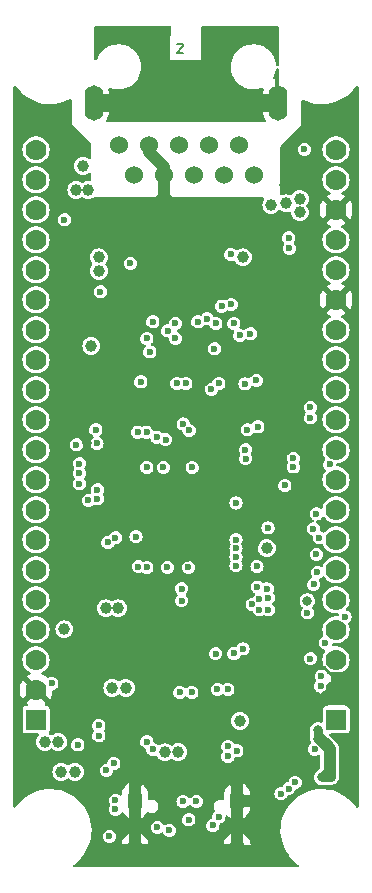
<source format=gbr>
%TF.GenerationSoftware,KiCad,Pcbnew,7.0.11-7.0.11~ubuntu22.04.1*%
%TF.CreationDate,2025-02-03T16:18:29+02:00*%
%TF.ProjectId,ESP32-P4-DevKit_Rev_C,45535033-322d-4503-942d-4465764b6974,C*%
%TF.SameCoordinates,PX80befc0PY7459280*%
%TF.FileFunction,Copper,L2,Inr*%
%TF.FilePolarity,Positive*%
%FSLAX46Y46*%
G04 Gerber Fmt 4.6, Leading zero omitted, Abs format (unit mm)*
G04 Created by KiCad (PCBNEW 7.0.11-7.0.11~ubuntu22.04.1) date 2025-02-03 16:18:29*
%MOMM*%
%LPD*%
G01*
G04 APERTURE LIST*
%ADD10C,0.190500*%
%TA.AperFunction,NonConductor*%
%ADD11C,0.190500*%
%TD*%
%TA.AperFunction,ComponentPad*%
%ADD12O,1.200000X2.200000*%
%TD*%
%TA.AperFunction,ComponentPad*%
%ADD13O,1.300000X2.000000*%
%TD*%
%TA.AperFunction,ComponentPad*%
%ADD14O,1.600000X2.999999*%
%TD*%
%TA.AperFunction,ComponentPad*%
%ADD15C,1.524000*%
%TD*%
%TA.AperFunction,ComponentPad*%
%ADD16R,1.778000X1.778000*%
%TD*%
%TA.AperFunction,ComponentPad*%
%ADD17C,1.778000*%
%TD*%
%TA.AperFunction,ComponentPad*%
%ADD18C,1.600000*%
%TD*%
%TA.AperFunction,ComponentPad*%
%ADD19C,2.400000*%
%TD*%
%TA.AperFunction,ComponentPad*%
%ADD20C,0.600000*%
%TD*%
%TA.AperFunction,ViaPad*%
%ADD21C,0.600000*%
%TD*%
%TA.AperFunction,ViaPad*%
%ADD22C,0.800000*%
%TD*%
%TA.AperFunction,ViaPad*%
%ADD23C,1.000000*%
%TD*%
%TA.AperFunction,Conductor*%
%ADD24C,1.016000*%
%TD*%
%TA.AperFunction,Conductor*%
%ADD25C,0.254000*%
%TD*%
%TA.AperFunction,Conductor*%
%ADD26C,1.524000*%
%TD*%
%TA.AperFunction,Conductor*%
%ADD27C,0.762000*%
%TD*%
G04 APERTURE END LIST*
D10*
D11*
X14270470Y70042589D02*
X14306756Y70078875D01*
X14306756Y70078875D02*
X14379328Y70115161D01*
X14379328Y70115161D02*
X14560756Y70115161D01*
X14560756Y70115161D02*
X14633328Y70078875D01*
X14633328Y70078875D02*
X14669613Y70042589D01*
X14669613Y70042589D02*
X14705899Y69970018D01*
X14705899Y69970018D02*
X14705899Y69897446D01*
X14705899Y69897446D02*
X14669613Y69788589D01*
X14669613Y69788589D02*
X14234185Y69353161D01*
X14234185Y69353161D02*
X14705899Y69353161D01*
D12*
%TO.N,GND*%
%TO.C,USB-Serial/JTAG1*%
X19320000Y6030000D03*
X10680000Y6030000D03*
D13*
X19320000Y1850000D03*
X10680000Y1850000D03*
%TD*%
D14*
%TO.N,/LAN_Shield*%
%TO.C,LAN_CON1*%
X22800000Y65100000D03*
X7200000Y65100000D03*
D15*
%TO.N,/TD+*%
X20715000Y58960000D03*
%TO.N,/TD-*%
X19445000Y61500000D03*
%TO.N,/RD+*%
X18175000Y58960000D03*
%TO.N,Net-(LAN_CON1-TCT)*%
X16905000Y61500000D03*
%TO.N,Net-(LAN_CON1-RCT)*%
X15635000Y58960000D03*
%TO.N,/RD-*%
X14365000Y61500000D03*
%TO.N,GND*%
X13095000Y58960000D03*
X11825000Y61500000D03*
%TO.N,/PW+*%
X10555000Y58960000D03*
%TO.N,/PW-*%
X9285000Y61500000D03*
%TD*%
D16*
%TO.N,+3.3V*%
%TO.C,EXT1*%
X2300000Y12870000D03*
D17*
%TO.N,GND*%
X2300000Y15410000D03*
%TO.N,/GPIO2\u005CUser_Led*%
X2300000Y17950000D03*
%TO.N,/GPIO3\u005CSD_DET*%
X2300000Y20490000D03*
%TO.N,/GPIO4\u005CSPI_SCK(CLK)*%
X2300000Y23030000D03*
%TO.N,/GPIO5\u005CSPI_CSn(CS#)*%
X2300000Y25570000D03*
%TO.N,/GPIO6*%
X2300000Y28110000D03*
%TO.N,/GPIO7\u005CI2C_SDA*%
X2300000Y30650000D03*
%TO.N,/GPIO8\u005CI2C_SCL*%
X2300000Y33190000D03*
%TO.N,/GPIO9*%
X2300000Y35730000D03*
%TO.N,/GPIO10*%
X2300000Y38270000D03*
%TO.N,/GPIO11*%
X2300000Y40810000D03*
%TO.N,/GPIO12*%
X2300000Y43350000D03*
%TO.N,/GPIO13*%
X2300000Y45890000D03*
%TO.N,/GPIO14*%
X2300000Y48430000D03*
%TO.N,/GPIO15*%
X2300000Y50970000D03*
%TO.N,/GPIO16*%
X2300000Y53510000D03*
%TO.N,/GPIO17*%
X2300000Y56050000D03*
%TO.N,/GPIO18*%
X2300000Y58590000D03*
%TO.N,/GPIO19*%
X2300000Y61130000D03*
%TD*%
D18*
%TO.N,GND*%
%TO.C,U1*%
X15000000Y27000000D03*
X12000000Y30000000D03*
D19*
X15000000Y30000000D03*
D18*
X18000000Y30000000D03*
X15000000Y33000000D03*
%TD*%
D20*
%TO.N,GND*%
%TO.C,U2*%
X16503000Y50837000D03*
X15503000Y50837000D03*
X17103000Y50237000D03*
X14903000Y50237000D03*
D18*
X16003000Y49737000D03*
D20*
X17103000Y49237000D03*
X14903000Y49237000D03*
X16503000Y48637000D03*
X15503000Y48637000D03*
%TD*%
D16*
%TO.N,+5V*%
%TO.C,EXT2*%
X27700000Y12870000D03*
D17*
%TO.N,GND*%
X27700000Y15410000D03*
%TO.N,/GPIO54\u005CSPI_RX(MISO)*%
X27700000Y17950000D03*
%TO.N,/GPIO53\u005CSPI_TX(MOSI)*%
X27700000Y20490000D03*
%TO.N,/GPIO48*%
X27700000Y23030000D03*
%TO.N,/GPIO47*%
X27700000Y25570000D03*
%TO.N,/GPIO46*%
X27700000Y28110000D03*
%TO.N,/GPIO33*%
X27700000Y30650000D03*
%TO.N,/GPIO32*%
X27700000Y33190000D03*
%TO.N,/GPIO23*%
X27700000Y35730000D03*
%TO.N,/GPIO22*%
X27700000Y38270000D03*
%TO.N,/GPIO21*%
X27700000Y40810000D03*
%TO.N,/GPIO20*%
X27700000Y43350000D03*
%TO.N,/ESP_EN*%
X27700000Y45890000D03*
%TO.N,GND*%
X27700000Y48430000D03*
%TO.N,/USB1P1_1P*%
X27700000Y50970000D03*
%TO.N,/USB1P1_1N*%
X27700000Y53510000D03*
%TO.N,GND*%
X27700000Y56050000D03*
%TO.N,/USB_DP*%
X27700000Y58590000D03*
%TO.N,/USB_DN*%
X27700000Y61130000D03*
%TD*%
D21*
%TO.N,GND*%
X20638500Y56658500D03*
X12500000Y26250000D03*
D22*
X22099000Y37418000D03*
D21*
X23242000Y747000D03*
X24131000Y33481000D03*
X12447000Y969000D03*
D23*
X7621000Y48086000D03*
D22*
X21718000Y51642000D03*
X6478000Y23702000D03*
D23*
X8510000Y54944000D03*
D21*
X890000Y42117000D03*
X6224000Y32084000D03*
X5716000Y49991000D03*
X890000Y54817000D03*
D22*
X9653000Y44657000D03*
D21*
X17527000Y969000D03*
D23*
X4446000Y57738000D03*
X18924000Y41355000D03*
D21*
X15495000Y18495000D03*
D23*
X21999500Y24972776D03*
X4700000Y59770000D03*
D21*
X890000Y34497000D03*
X890000Y62183000D03*
X11177000Y46181000D03*
D23*
X17273000Y9977500D03*
D21*
X14606000Y12653000D03*
X29084000Y59897000D03*
X13844000Y56849000D03*
X12066000Y26750000D03*
D23*
X23369000Y58119000D03*
D21*
X16003000Y44022000D03*
X1017000Y6843000D03*
D23*
X6478000Y48086000D03*
X28800000Y8100000D03*
D22*
X6579600Y36325800D03*
D21*
X18035000Y56722000D03*
X890000Y26750000D03*
D22*
X6986000Y43260000D03*
D23*
X11304000Y15574000D03*
D21*
X25528000Y25861000D03*
D23*
X28830000Y6970000D03*
X10796000Y18876000D03*
D21*
X29084000Y52277000D03*
X22099000Y12272000D03*
X13463000Y12653000D03*
X8383000Y25099000D03*
D23*
X23115000Y46435000D03*
D21*
X22099000Y13034000D03*
D23*
X3684000Y62310000D03*
D21*
X28449000Y62564000D03*
X8256000Y10875000D03*
X29084000Y44784000D03*
X12320000Y12653000D03*
D22*
X12383500Y41456600D03*
D21*
X6986000Y1350000D03*
X15241000Y969000D03*
%TO.N,+2.5V*%
X15520400Y34243000D03*
X19228800Y27385000D03*
D23*
%TO.N,/LAN_Shield*%
X15000000Y68000000D03*
X20750000Y65000000D03*
X11939000Y67136000D03*
X17908000Y69750000D03*
X17908000Y67136000D03*
X9250000Y65000000D03*
X11939000Y69750000D03*
D21*
%TO.N,+3.3V*%
X21083000Y37672000D03*
X10773498Y28375600D03*
X19228800Y26648400D03*
X11685000Y25762817D03*
D23*
X6279000Y59770000D03*
D21*
X13412200Y25759400D03*
D23*
X6732000Y57738000D03*
X19559000Y12780000D03*
X5716000Y57738000D03*
D21*
X4700000Y55198000D03*
D22*
X26200000Y11200000D03*
D21*
X7494000Y32338000D03*
D23*
X4700000Y20527000D03*
D21*
X11685000Y45165000D03*
D22*
X27299999Y8037000D03*
D21*
X10973800Y25835600D03*
X19228800Y31220400D03*
X19228800Y25911800D03*
D22*
X26500000Y8000000D03*
D23*
X22226000Y56468000D03*
D21*
X25782000Y29036000D03*
D22*
X26163000Y12000000D03*
D23*
X6986000Y44530000D03*
D21*
%TO.N,VDD_CORE*%
X5843000Y10748000D03*
X7468600Y36275000D03*
D23*
X8226017Y22305000D03*
D21*
X3638500Y15955000D03*
X21006800Y25861000D03*
D23*
X9272000Y22305000D03*
D21*
X15190200Y25759400D03*
X20194000Y37418000D03*
D23*
%TO.N,/3.3V_PHY*%
X19813000Y52023000D03*
D21*
X10288000Y51515000D03*
X25020000Y61167000D03*
X17527000Y46435000D03*
X19051000Y46435000D03*
%TO.N,/PHY_RSTN*%
X26798000Y19384000D03*
X23682286Y53674000D03*
%TO.N,/EN_DCDC*%
X7621000Y12399000D03*
X21033642Y24115142D03*
%TO.N,/ESP_EN*%
X23750000Y52785000D03*
X25528000Y18037800D03*
X27179000Y34497000D03*
D23*
%TO.N,+5V*%
X24639000Y56976000D03*
X7621000Y50880000D03*
X5589000Y8462000D03*
X4446000Y8462000D03*
X23496000Y56595000D03*
X24639000Y55833000D03*
X7621000Y52023000D03*
D21*
%TO.N,+1V8*%
X23369000Y32719000D03*
D23*
X21845000Y27397500D03*
D21*
X21946600Y29112200D03*
%TO.N,/ESP_LDO_VO1*%
X19228800Y28121600D03*
X11685000Y34243000D03*
X7367000Y37418000D03*
%TO.N,/ESP_LDO_VO4*%
X8510000Y3001000D03*
D22*
X25268500Y22940000D03*
D21*
%TO.N,+5VP*%
X18797000Y52277000D03*
X17509000Y18455721D03*
%TO.N,/GPIO18*%
X6732000Y31449000D03*
%TO.N,/GPIO19*%
X7494000Y31576000D03*
%TO.N,/GPIO21*%
X23699200Y7039600D03*
X5970000Y33735000D03*
%TO.N,/GPIO20*%
X5977193Y32846000D03*
X23038800Y6607800D03*
%TO.N,/GPIO23*%
X5716000Y36148000D03*
X20448000Y45546000D03*
%TO.N,/GPIO22*%
X5970000Y34553006D03*
X24238049Y7578679D03*
%TO.N,/CSI_DATA0N*%
X20956000Y41609000D03*
%TO.N,/CSI_DATA0P*%
X19990800Y41304200D03*
%TO.N,/CSI_DATA1N*%
X17781000Y41355000D03*
%TO.N,/CSI_DATA1P*%
X17146000Y40847000D03*
%TO.N,/CSI_CLKN*%
X14987000Y41355000D03*
%TO.N,/CSI_CLKP*%
X14225000Y41355000D03*
%TO.N,/DSI_DATA1N*%
X13272500Y36592500D03*
%TO.N,/DSI_DATA1P*%
X12544777Y36790970D03*
%TO.N,/DSI_CLKN*%
X11655908Y37214800D03*
%TO.N,/DSI_CLKP*%
X10897600Y37214800D03*
%TO.N,/DSI_DATA0N*%
X15266400Y37367200D03*
%TO.N,/DSI_DATA0P*%
X14758400Y37900600D03*
%TO.N,/SD1_PWR_EN*%
X25800000Y24322706D03*
X25878657Y10378657D03*
%TO.N,/SD1_D2*%
X20600400Y22635200D03*
X11685000Y11002000D03*
%TO.N,/SD1_D3*%
X12193000Y10367000D03*
X21210000Y22178000D03*
%TO.N,/SD1_CMD*%
X13590000Y3509000D03*
X25274000Y21924000D03*
%TO.N,/SD1_CLK*%
X21972000Y22178000D03*
X18543000Y10621000D03*
%TO.N,/SD1_D0*%
X9018000Y6049000D03*
X17781000Y4652000D03*
X18543000Y9777500D03*
X21972000Y23194000D03*
%TO.N,/SD1_D1*%
X17273000Y3918983D03*
X9018000Y5287000D03*
X21210000Y23067000D03*
X19305000Y10240000D03*
%TO.N,Net-(U1-DSI_REXT)*%
X13082000Y34243000D03*
D23*
%TO.N,+5V_USB*%
X13209000Y10113000D03*
X14352000Y10136500D03*
D21*
%TO.N,/LED0\u005CPHY_AD0*%
X16765000Y46816000D03*
%TO.N,/FB_DCDC*%
X21885750Y23956000D03*
X7621000Y11510000D03*
%TO.N,/RMII_RXDV*%
X24085500Y35005000D03*
X14098000Y45165000D03*
%TO.N,/RMII_RXD0*%
X24085500Y34243000D03*
X13463000Y45800000D03*
%TO.N,/RMII_RXD1*%
X14098000Y46435000D03*
X25528000Y38434000D03*
%TO.N,/MDC*%
X12193000Y46562000D03*
X25528000Y39323000D03*
%TO.N,/RMII_TXEN*%
X18822400Y48035200D03*
X28460000Y21570000D03*
%TO.N,/RMII_CLK*%
X17400000Y44276000D03*
X14620218Y23960016D03*
%TO.N,/MDIO*%
X14623803Y22958000D03*
X7748000Y49102000D03*
D23*
%TO.N,/DCDC_Vin*%
X4192000Y11002000D03*
X8764000Y15574000D03*
X9907000Y15574000D03*
X3049000Y11002000D03*
D21*
%TO.N,/LED3\u005CPHY_AD3*%
X16003000Y46562000D03*
%TO.N,/GPIO35\u005CRMII_TXD1*%
X26290000Y28274000D03*
X18009600Y47882800D03*
%TO.N,/GPIO34\u005CRMII_TXD0*%
X19559000Y45419000D03*
X26036000Y30301998D03*
%TO.N,/CSI_IO1\u005CStrobe*%
X11177000Y41482000D03*
%TO.N,/CSI_IO0\u005CReset*%
X11939000Y44022000D03*
%TO.N,/GPIO8\u005CI2C_SCL*%
X9018000Y28274000D03*
X15495000Y15193000D03*
%TO.N,/GPIO7\u005CI2C_SDA*%
X14479000Y15193000D03*
X8383000Y27893000D03*
%TO.N,Net-(USB-Serial/JTAG1-CC2)*%
X15241000Y4398000D03*
%TO.N,/USB1P1_0N*%
X20030313Y35730313D03*
%TO.N,/USB1P1_0P*%
X14750000Y5954000D03*
X15876000Y5954000D03*
X20041600Y34979600D03*
%TO.N,Net-(MICRO_SD1-Card_Detect)*%
X12574766Y3763766D03*
%TO.N,/UART0_TX*%
X26401113Y15724987D03*
X18543000Y15447000D03*
X26036000Y26877000D03*
%TO.N,/UART0_RX*%
X26130500Y25353000D03*
X26459960Y16576960D03*
X17654000Y15447000D03*
%TO.N,/GPIO4\u005CSPI_SCK(CLK)*%
X8256000Y8589000D03*
%TO.N,/GPIO5\u005CSPI_CSn(CS#)*%
X8891000Y9178500D03*
%TO.N,/GPIO54\u005CSPI_RX(MISO)*%
X19051000Y18495000D03*
%TO.N,/GPIO53\u005CSPI_TX(MOSI)*%
X19820400Y18868600D03*
%TD*%
D24*
%TO.N,GND*%
X27890000Y15410000D02*
X28700000Y14600000D01*
D25*
X27598816Y16398816D02*
X28688816Y16398816D01*
D24*
X21000000Y1750000D02*
X22581831Y1750000D01*
X10680000Y1850000D02*
X7486000Y1850000D01*
X20970000Y6030000D02*
X21000000Y6000000D01*
X10680000Y1850000D02*
X19320000Y1850000D01*
D25*
X27197632Y16800000D02*
X27048816Y16948816D01*
X27598816Y16398816D02*
X27398816Y16598816D01*
D24*
X26700000Y14600000D02*
X28700000Y14600000D01*
X20970000Y6030000D02*
X20970000Y7530000D01*
X29090000Y16800000D02*
X28745000Y16455000D01*
X26550000Y14450000D02*
X26700000Y14600000D01*
X6986000Y889000D02*
X6986000Y1350000D01*
X11825000Y60900000D02*
X13095000Y59630000D01*
X19320000Y969000D02*
X17527000Y969000D01*
X13095000Y59630000D02*
X13095000Y58960000D01*
X25134000Y13034000D02*
X26550000Y14450000D01*
X12377500Y56372500D02*
X13621500Y56372500D01*
D25*
X27700000Y16297632D02*
X27598816Y16398816D01*
D24*
X28745000Y16455000D02*
X27700000Y15410000D01*
X22581831Y1750000D02*
X23242000Y1089831D01*
X19320000Y889000D02*
X20000000Y889000D01*
X11825000Y61500000D02*
X11825000Y60900000D01*
X29111000Y16800000D02*
X29090000Y16800000D01*
X29111000Y14211000D02*
X29111000Y15400000D01*
X29101000Y15410000D02*
X29111000Y15400000D01*
X29100000Y14200000D02*
X29111000Y14211000D01*
X19320000Y6030000D02*
X20970000Y6030000D01*
X12377500Y56372500D02*
X13095000Y57090000D01*
X29111000Y15400000D02*
X29111000Y16800000D01*
D25*
X27248816Y16748816D02*
X27048816Y16948816D01*
D24*
X7486000Y1850000D02*
X6986000Y1350000D01*
D25*
X16690000Y17300000D02*
X15495000Y18495000D01*
D24*
X23242000Y1089831D02*
X23242000Y889000D01*
X19320000Y7431000D02*
X18797000Y7954000D01*
D25*
X27248816Y16748816D02*
X27300000Y16800000D01*
D24*
X19320000Y1850000D02*
X19320000Y969000D01*
D25*
X27800000Y16800000D02*
X29090000Y16800000D01*
D24*
X26550000Y14450000D02*
X27510000Y15410000D01*
X13095000Y58960000D02*
X13095000Y57090000D01*
X11177000Y7954000D02*
X10680000Y7457000D01*
X13621500Y56372500D02*
X13717000Y56468000D01*
D25*
X27300000Y16800000D02*
X27800000Y16800000D01*
D24*
X27510000Y15410000D02*
X27700000Y15410000D01*
D25*
X27398816Y15711184D02*
X27700000Y15410000D01*
D24*
X20546000Y7954000D02*
X18797000Y7954000D01*
X10680000Y6030000D02*
X10680000Y1850000D01*
X20000000Y889000D02*
X6986000Y889000D01*
X10949000Y54944000D02*
X12377500Y56372500D01*
X8510000Y54944000D02*
X10949000Y54944000D01*
D25*
X28601184Y16598816D02*
X27398816Y16598816D01*
X27398816Y16598816D02*
X27398816Y15711184D01*
D24*
X22099000Y13034000D02*
X25134000Y13034000D01*
X27700000Y15410000D02*
X27890000Y15410000D01*
X20000000Y889000D02*
X23242000Y889000D01*
X17527000Y969000D02*
X6986000Y969000D01*
D25*
X26697632Y17300000D02*
X16690000Y17300000D01*
X28688816Y16398816D02*
X28745000Y16455000D01*
D24*
X28700000Y14600000D02*
X29100000Y14200000D01*
D25*
X27048816Y16948816D02*
X26697632Y17300000D01*
D24*
X20970000Y7530000D02*
X20546000Y7954000D01*
X21000000Y6000000D02*
X21000000Y1750000D01*
D25*
X27398816Y16598816D02*
X27248816Y16748816D01*
D24*
X6986000Y969000D02*
X6986000Y1350000D01*
X21000000Y1750000D02*
X19420000Y1750000D01*
X19320000Y6030000D02*
X19320000Y7431000D01*
D25*
X28745000Y16455000D02*
X28601184Y16598816D01*
D24*
X13095000Y57090000D02*
X13717000Y56468000D01*
D25*
X27800000Y16800000D02*
X27197632Y16800000D01*
D24*
X19320000Y1850000D02*
X19320000Y889000D01*
X27700000Y15410000D02*
X29101000Y15410000D01*
X18797000Y7954000D02*
X11177000Y7954000D01*
D25*
X27700000Y15410000D02*
X27700000Y16297632D01*
D24*
X19320000Y6030000D02*
X19320000Y1850000D01*
X19420000Y1750000D02*
X19320000Y1850000D01*
X10680000Y7457000D02*
X10680000Y6030000D01*
D26*
%TO.N,/LAN_Shield*%
X7200000Y65100000D02*
X22800000Y65100000D01*
D27*
%TO.N,+3.3V*%
X27262999Y8000000D02*
X27299999Y8037000D01*
X26200000Y11200000D02*
X26200000Y11963000D01*
X26500000Y8000000D02*
X27262999Y8000000D01*
X27000000Y8500000D02*
X27000000Y10400000D01*
X26200000Y11963000D02*
X26163000Y12000000D01*
X27299999Y8037000D02*
X27299999Y10100001D01*
X26500000Y8000000D02*
X27000000Y8500000D01*
X26163000Y11613000D02*
X27000000Y10776000D01*
X27000000Y10776000D02*
X27000000Y10400000D01*
X27000000Y10400000D02*
X26200000Y11200000D01*
X26163000Y12000000D02*
X26163000Y11237000D01*
X26163000Y12000000D02*
X26163000Y11613000D01*
X27299999Y10100001D02*
X27000000Y10400000D01*
X26163000Y11237000D02*
X26200000Y11200000D01*
X27299999Y10476001D02*
X27299999Y10100001D01*
X27000000Y10776000D02*
X27299999Y10476001D01*
%TD*%
%TA.AperFunction,Conductor*%
%TO.N,/LAN_Shield*%
G36*
X13692121Y71598498D02*
G01*
X13738614Y71544842D01*
X13750000Y71492500D01*
X13750000Y70848459D01*
X13729998Y70780338D01*
X13676342Y70733845D01*
X13627533Y70723228D01*
X13626766Y70722460D01*
X13626766Y70722459D01*
X13626766Y68745742D01*
X15340338Y68745742D01*
X15342863Y68747121D01*
X15369646Y68750000D01*
X16250000Y68750000D01*
X16250000Y71492500D01*
X16270002Y71560621D01*
X16323658Y71607114D01*
X16376000Y71618500D01*
X22735000Y71618500D01*
X22803121Y71598498D01*
X22849614Y71544842D01*
X22861000Y71492500D01*
X22861000Y68356807D01*
X22840998Y68288686D01*
X22787342Y68242193D01*
X22717068Y68232089D01*
X22652488Y68261583D01*
X22614104Y68321309D01*
X22609756Y68343026D01*
X22607306Y68365288D01*
X22592830Y68496853D01*
X22522317Y68766571D01*
X22413283Y69023148D01*
X22268054Y69261115D01*
X22089724Y69475401D01*
X22089720Y69475404D01*
X22089719Y69475406D01*
X21882104Y69661429D01*
X21882094Y69661438D01*
X21649590Y69815261D01*
X21513539Y69879039D01*
X21397167Y69933592D01*
X21317530Y69957552D01*
X21130204Y70013910D01*
X21130199Y70013911D01*
X21130195Y70013912D01*
X20854394Y70054501D01*
X20854391Y70054501D01*
X20645401Y70054501D01*
X20436962Y70039246D01*
X20164843Y69978628D01*
X20164841Y69978627D01*
X19904457Y69879039D01*
X19904454Y69879037D01*
X19661358Y69742606D01*
X19661349Y69742600D01*
X19440689Y69572212D01*
X19440688Y69572211D01*
X19247196Y69371518D01*
X19247191Y69371512D01*
X19084985Y69144790D01*
X19084978Y69144779D01*
X18957511Y68896853D01*
X18957510Y68896851D01*
X18867499Y68633006D01*
X18867496Y68632994D01*
X18816860Y68358852D01*
X18806679Y68080258D01*
X18837170Y67803147D01*
X18837171Y67803142D01*
X18907683Y67533427D01*
X19016716Y67276853D01*
X19031063Y67253345D01*
X19161946Y67038885D01*
X19340276Y66824599D01*
X19340278Y66824597D01*
X19340280Y66824595D01*
X19448325Y66727787D01*
X19547906Y66638562D01*
X19780410Y66484739D01*
X20032834Y66366408D01*
X20299796Y66286090D01*
X20363657Y66276692D01*
X20575605Y66245499D01*
X20575609Y66245499D01*
X20784599Y66245499D01*
X20993039Y66260755D01*
X21265153Y66321371D01*
X21400748Y66373233D01*
X21471519Y66378885D01*
X21534112Y66345378D01*
X21568653Y66283351D01*
X21567466Y66222935D01*
X21514859Y66026602D01*
X21500000Y65856756D01*
X21500000Y65350000D01*
X22500000Y65350000D01*
X22500000Y64850000D01*
X21500000Y64850000D01*
X21500000Y64343245D01*
X21514859Y64173399D01*
X21573732Y63953678D01*
X21573734Y63953673D01*
X21669866Y63747518D01*
X21737259Y63651271D01*
X21759947Y63583997D01*
X21742662Y63515137D01*
X21690892Y63466552D01*
X21634046Y63453000D01*
X8365954Y63453000D01*
X8297833Y63473002D01*
X8251340Y63526658D01*
X8241236Y63596932D01*
X8262741Y63651271D01*
X8330133Y63747518D01*
X8426265Y63953673D01*
X8426267Y63953678D01*
X8485140Y64173399D01*
X8500000Y64343245D01*
X8500000Y64850000D01*
X7500000Y64850000D01*
X7500000Y65350000D01*
X8500000Y65350000D01*
X8500000Y65856756D01*
X8485140Y66026602D01*
X8434162Y66216859D01*
X8435852Y66287836D01*
X8475646Y66346631D01*
X8540911Y66374579D01*
X8598344Y66367468D01*
X8598425Y66367735D01*
X8599993Y66367264D01*
X8600891Y66367152D01*
X8602829Y66366411D01*
X8602834Y66366408D01*
X8869796Y66286090D01*
X8933657Y66276692D01*
X9145605Y66245499D01*
X9145609Y66245499D01*
X9354599Y66245499D01*
X9563039Y66260755D01*
X9835153Y66321371D01*
X10095540Y66420961D01*
X10338653Y66557402D01*
X10559309Y66727787D01*
X10752805Y66928484D01*
X10915017Y67155215D01*
X10925072Y67174771D01*
X11042488Y67403148D01*
X11042489Y67403150D01*
X11132500Y67666995D01*
X11132502Y67667000D01*
X11183139Y67941145D01*
X11193321Y68219742D01*
X11162830Y68496853D01*
X11092317Y68766571D01*
X10983283Y69023148D01*
X10838054Y69261115D01*
X10659724Y69475401D01*
X10659720Y69475404D01*
X10659719Y69475406D01*
X10452104Y69661429D01*
X10452094Y69661438D01*
X10219590Y69815261D01*
X10083539Y69879039D01*
X9967167Y69933592D01*
X9887530Y69957552D01*
X9700204Y70013910D01*
X9700199Y70013911D01*
X9700195Y70013912D01*
X9424394Y70054501D01*
X9424391Y70054501D01*
X9215401Y70054501D01*
X9006962Y70039246D01*
X8734843Y69978628D01*
X8734841Y69978627D01*
X8474457Y69879039D01*
X8474454Y69879037D01*
X8231358Y69742606D01*
X8231349Y69742600D01*
X8010689Y69572212D01*
X8010688Y69572211D01*
X7817196Y69371518D01*
X7817191Y69371512D01*
X7654985Y69144790D01*
X7654978Y69144779D01*
X7527511Y68896853D01*
X7527510Y68896851D01*
X7485251Y68772977D01*
X7444326Y68714963D01*
X7378532Y68688285D01*
X7308760Y68701412D01*
X7257161Y68750177D01*
X7240000Y68813660D01*
X7240000Y71492500D01*
X7260002Y71560621D01*
X7313658Y71607114D01*
X7366000Y71618500D01*
X13624000Y71618500D01*
X13692121Y71598498D01*
G37*
%TD.AperFunction*%
%TA.AperFunction,Conductor*%
G36*
X22775286Y68026587D02*
G01*
X22833436Y67985855D01*
X22860333Y67920150D01*
X22861000Y67907201D01*
X22861000Y66094552D01*
X22828160Y66103895D01*
X22716479Y66093546D01*
X22616078Y66043552D01*
X22550000Y65971070D01*
X22550000Y67078872D01*
X22549998Y67078873D01*
X22541450Y67076582D01*
X22470474Y67078272D01*
X22411678Y67118067D01*
X22383731Y67183331D01*
X22395505Y67253345D01*
X22396758Y67255854D01*
X22472488Y67403148D01*
X22472489Y67403150D01*
X22472490Y67403152D01*
X22562500Y67666995D01*
X22562502Y67667000D01*
X22611096Y67930089D01*
X22643138Y67993441D01*
X22704346Y68029415D01*
X22775286Y68026587D01*
G37*
%TD.AperFunction*%
%TD*%
%TA.AperFunction,Conductor*%
%TO.N,GND*%
G36*
X590012Y66546241D02*
G01*
X610604Y66523443D01*
X705262Y66388682D01*
X742772Y66335282D01*
X742777Y66335276D01*
X988482Y66054474D01*
X988484Y66054472D01*
X1208028Y65851800D01*
X1262655Y65801371D01*
X1562171Y65578849D01*
X1562172Y65578847D01*
X1562176Y65578845D01*
X1562177Y65578844D01*
X1883655Y65389415D01*
X2223446Y65235230D01*
X2577702Y65118036D01*
X2942408Y65039161D01*
X2942410Y65039161D01*
X2942414Y65039160D01*
X3313418Y64999500D01*
X3313425Y64999500D01*
X3313431Y64999499D01*
X3313436Y64999499D01*
X3593206Y64999499D01*
X3593213Y64999499D01*
X3716123Y65006050D01*
X3872596Y65014389D01*
X3872601Y65014390D01*
X3872609Y65014390D01*
X4240995Y65073743D01*
X4600986Y65171916D01*
X4948503Y65307798D01*
X5150904Y65412972D01*
X5220572Y65426632D01*
X5286568Y65400459D01*
X5327936Y65342760D01*
X5335000Y65301165D01*
X5335000Y63325999D01*
X6949095Y61711905D01*
X6983120Y61649593D01*
X6986000Y61622810D01*
X6986000Y60434215D01*
X6965998Y60366094D01*
X6912342Y60319601D01*
X6842068Y60309497D01*
X6777488Y60338991D01*
X6770905Y60345120D01*
X6752402Y60363623D01*
X6752399Y60363625D01*
X6608439Y60454081D01*
X6608437Y60454082D01*
X6447954Y60510237D01*
X6279000Y60529274D01*
X6110046Y60510237D01*
X6110043Y60510237D01*
X6110043Y60510236D01*
X5949562Y60454082D01*
X5949560Y60454081D01*
X5805600Y60363625D01*
X5805597Y60363623D01*
X5685377Y60243403D01*
X5685375Y60243400D01*
X5594919Y60099440D01*
X5594918Y60099438D01*
X5555400Y59986500D01*
X5538763Y59938954D01*
X5519726Y59770000D01*
X5538763Y59601046D01*
X5538764Y59601044D01*
X5594918Y59440563D01*
X5594919Y59440561D01*
X5685375Y59296601D01*
X5685377Y59296598D01*
X5805597Y59176378D01*
X5805600Y59176376D01*
X5949563Y59085918D01*
X6110046Y59029763D01*
X6279000Y59010726D01*
X6447954Y59029763D01*
X6608437Y59085918D01*
X6752400Y59176376D01*
X6757318Y59181294D01*
X6770905Y59194880D01*
X6833217Y59228906D01*
X6904032Y59223841D01*
X6960868Y59181294D01*
X6985679Y59114774D01*
X6986000Y59105785D01*
X6986000Y58609649D01*
X6965998Y58541528D01*
X6912342Y58495035D01*
X6845892Y58484442D01*
X6732000Y58497274D01*
X6563046Y58478237D01*
X6563043Y58478237D01*
X6563043Y58478236D01*
X6402562Y58422082D01*
X6402559Y58422081D01*
X6291036Y58352006D01*
X6222714Y58332700D01*
X6156964Y58352006D01*
X6045440Y58422081D01*
X6045437Y58422082D01*
X5969998Y58448479D01*
X5884954Y58478237D01*
X5716000Y58497274D01*
X5547046Y58478237D01*
X5547043Y58478237D01*
X5547043Y58478236D01*
X5386562Y58422082D01*
X5386560Y58422081D01*
X5242600Y58331625D01*
X5242597Y58331623D01*
X5122377Y58211403D01*
X5122375Y58211400D01*
X5031919Y58067440D01*
X5031918Y58067438D01*
X5031918Y58067437D01*
X4975763Y57906954D01*
X4956726Y57738000D01*
X4975763Y57569046D01*
X4978231Y57561994D01*
X5031918Y57408563D01*
X5031919Y57408561D01*
X5122375Y57264601D01*
X5122377Y57264598D01*
X5242597Y57144378D01*
X5242600Y57144376D01*
X5386563Y57053918D01*
X5547046Y56997763D01*
X5716000Y56978726D01*
X5884954Y56997763D01*
X6045437Y57053918D01*
X6156964Y57123995D01*
X6225285Y57143301D01*
X6291036Y57123995D01*
X6402563Y57053918D01*
X6563046Y56997763D01*
X6732000Y56978726D01*
X6900954Y56997763D01*
X7061437Y57053918D01*
X7108814Y57083688D01*
X7175850Y57103000D01*
X21505936Y57103000D01*
X21574057Y57082998D01*
X21620550Y57029342D01*
X21630654Y56959068D01*
X21612623Y56909964D01*
X21541919Y56797440D01*
X21541918Y56797438D01*
X21541918Y56797437D01*
X21485763Y56636954D01*
X21466726Y56468000D01*
X21485763Y56299046D01*
X21499070Y56261017D01*
X21541918Y56138563D01*
X21541919Y56138561D01*
X21632375Y55994601D01*
X21632377Y55994598D01*
X21752597Y55874378D01*
X21752600Y55874376D01*
X21896563Y55783918D01*
X22057046Y55727763D01*
X22226000Y55708726D01*
X22394954Y55727763D01*
X22555437Y55783918D01*
X22699400Y55874376D01*
X22819624Y55994600D01*
X22819625Y55994603D01*
X22824036Y56000132D01*
X22826326Y55998306D01*
X22869617Y56036640D01*
X22939778Y56047499D01*
X23004672Y56018702D01*
X23012284Y56011691D01*
X23022597Y56001378D01*
X23022600Y56001376D01*
X23166563Y55910918D01*
X23327046Y55854763D01*
X23496000Y55835726D01*
X23664954Y55854763D01*
X23720091Y55874057D01*
X23790991Y55877676D01*
X23852596Y55842387D01*
X23885344Y55779394D01*
X23886910Y55769241D01*
X23898763Y55664046D01*
X23938669Y55550000D01*
X23954918Y55503563D01*
X23954919Y55503561D01*
X24045375Y55359601D01*
X24045377Y55359598D01*
X24165597Y55239378D01*
X24165600Y55239376D01*
X24309563Y55148918D01*
X24470046Y55092763D01*
X24639000Y55073726D01*
X24807954Y55092763D01*
X24968437Y55148918D01*
X25112400Y55239376D01*
X25232624Y55359600D01*
X25323082Y55503563D01*
X25379237Y55664046D01*
X25398274Y55833000D01*
X25379237Y56001954D01*
X25362425Y56050000D01*
X26306240Y56050000D01*
X26325250Y55820588D01*
X26381756Y55597451D01*
X26381759Y55597444D01*
X26474223Y55386648D01*
X26556759Y55260317D01*
X27216922Y55920478D01*
X27240507Y55840156D01*
X27318239Y55719202D01*
X27426900Y55625048D01*
X27557685Y55565320D01*
X27567465Y55563914D01*
X26909040Y54905489D01*
X26909040Y54905487D01*
X26937677Y54883197D01*
X26937686Y54883191D01*
X27140132Y54773633D01*
X27164336Y54765324D01*
X27222272Y54724288D01*
X27248825Y54658444D01*
X27235565Y54588697D01*
X27189757Y54539023D01*
X27007934Y54426442D01*
X26851324Y54283674D01*
X26723612Y54114556D01*
X26629150Y53924850D01*
X26629147Y53924842D01*
X26571154Y53721017D01*
X26551601Y53510005D01*
X26551601Y53509996D01*
X26571154Y53298984D01*
X26615635Y53142648D01*
X26629150Y53095150D01*
X26723611Y52905446D01*
X26723612Y52905445D01*
X26851324Y52736327D01*
X27007933Y52593559D01*
X27188108Y52481999D01*
X27188110Y52481999D01*
X27188115Y52481995D01*
X27385726Y52405440D01*
X27594039Y52366500D01*
X27594041Y52366500D01*
X27805959Y52366500D01*
X27805961Y52366500D01*
X28014274Y52405440D01*
X28211885Y52481995D01*
X28392065Y52593558D01*
X28548677Y52736329D01*
X28676389Y52905446D01*
X28770850Y53095150D01*
X28828845Y53298982D01*
X28848399Y53510000D01*
X28846615Y53529248D01*
X28828845Y53721017D01*
X28770852Y53924842D01*
X28770850Y53924850D01*
X28676389Y54114554D01*
X28548677Y54283671D01*
X28548675Y54283674D01*
X28392066Y54426442D01*
X28210242Y54539023D01*
X28162855Y54591890D01*
X28151572Y54661984D01*
X28179976Y54727051D01*
X28235665Y54765324D01*
X28259861Y54773630D01*
X28259866Y54773632D01*
X28462311Y54883191D01*
X28462316Y54883194D01*
X28490958Y54905488D01*
X27832533Y55563914D01*
X27842315Y55565320D01*
X27973100Y55625048D01*
X28081761Y55719202D01*
X28159493Y55840156D01*
X28183077Y55920477D01*
X28843238Y55260316D01*
X28925776Y55386648D01*
X29018240Y55597444D01*
X29018243Y55597451D01*
X29074749Y55820588D01*
X29093759Y56050000D01*
X29074749Y56279413D01*
X29018243Y56502550D01*
X29018240Y56502557D01*
X28925776Y56713353D01*
X28843238Y56839686D01*
X28183076Y56179525D01*
X28159493Y56259844D01*
X28081761Y56380798D01*
X27973100Y56474952D01*
X27842315Y56534680D01*
X27832532Y56536087D01*
X28490958Y57194515D01*
X28462321Y57216804D01*
X28462313Y57216810D01*
X28259866Y57326369D01*
X28259864Y57326370D01*
X28235661Y57334678D01*
X28177726Y57375715D01*
X28151174Y57441560D01*
X28164435Y57511307D01*
X28210243Y57560978D01*
X28370299Y57660081D01*
X28392065Y57673558D01*
X28548677Y57816329D01*
X28676389Y57985446D01*
X28770850Y58175150D01*
X28828845Y58378982D01*
X28838042Y58478236D01*
X28848399Y58589996D01*
X28848399Y58590005D01*
X28828845Y58801017D01*
X28770852Y59004842D01*
X28770850Y59004850D01*
X28676389Y59194554D01*
X28548677Y59363671D01*
X28548675Y59363674D01*
X28392066Y59506442D01*
X28211891Y59618002D01*
X28211886Y59618004D01*
X28211885Y59618005D01*
X28014277Y59694559D01*
X28014278Y59694559D01*
X28014275Y59694560D01*
X28014274Y59694560D01*
X27805961Y59733500D01*
X27594039Y59733500D01*
X27385726Y59694560D01*
X27385721Y59694559D01*
X27188119Y59618007D01*
X27188108Y59618002D01*
X27007933Y59506442D01*
X26851324Y59363674D01*
X26723612Y59194556D01*
X26629150Y59004850D01*
X26629147Y59004842D01*
X26571154Y58801017D01*
X26551601Y58590005D01*
X26551601Y58589996D01*
X26571154Y58378984D01*
X26584629Y58331623D01*
X26629150Y58175150D01*
X26723611Y57985446D01*
X26723612Y57985445D01*
X26851324Y57816327D01*
X27007933Y57673559D01*
X27189757Y57560978D01*
X27237144Y57508111D01*
X27248427Y57438017D01*
X27220023Y57372950D01*
X27164339Y57334678D01*
X27140133Y57326368D01*
X26937688Y57216811D01*
X26909039Y57194514D01*
X27567466Y56536087D01*
X27557685Y56534680D01*
X27426900Y56474952D01*
X27318239Y56380798D01*
X27240507Y56259844D01*
X27216923Y56179524D01*
X26556760Y56839687D01*
X26474222Y56713350D01*
X26474220Y56713347D01*
X26381759Y56502557D01*
X26381756Y56502550D01*
X26325250Y56279413D01*
X26306240Y56050000D01*
X25362425Y56050000D01*
X25323082Y56162437D01*
X25232624Y56306400D01*
X25223620Y56315404D01*
X25189594Y56377712D01*
X25194657Y56448528D01*
X25223620Y56493597D01*
X25232624Y56502600D01*
X25323082Y56646563D01*
X25379237Y56807046D01*
X25398274Y56976000D01*
X25379237Y57144954D01*
X25323082Y57305437D01*
X25232624Y57449400D01*
X25232622Y57449403D01*
X25112402Y57569623D01*
X25112399Y57569625D01*
X24968439Y57660081D01*
X24968437Y57660082D01*
X24929927Y57673557D01*
X24807954Y57716237D01*
X24639000Y57735274D01*
X24470046Y57716237D01*
X24470043Y57716237D01*
X24470043Y57716236D01*
X24309562Y57660082D01*
X24309560Y57660081D01*
X24165600Y57569625D01*
X24165597Y57569623D01*
X24045378Y57449404D01*
X23971464Y57331771D01*
X23918285Y57284734D01*
X23848118Y57273914D01*
X23823163Y57279878D01*
X23664954Y57335237D01*
X23496000Y57354274D01*
X23327046Y57335237D01*
X23327043Y57335237D01*
X23327043Y57335236D01*
X23159884Y57276745D01*
X23159255Y57278543D01*
X23098596Y57268564D01*
X23033432Y57296744D01*
X22993847Y57355681D01*
X22988000Y57393619D01*
X22988000Y61167000D01*
X24460715Y61167000D01*
X24479771Y61022248D01*
X24535644Y60887359D01*
X24535649Y60887351D01*
X24624525Y60771526D01*
X24740350Y60682650D01*
X24740357Y60682645D01*
X24875246Y60626772D01*
X25020000Y60607715D01*
X25164754Y60626772D01*
X25299643Y60682645D01*
X25415474Y60771526D01*
X25504355Y60887357D01*
X25560228Y61022246D01*
X25574413Y61129996D01*
X26551601Y61129996D01*
X26571154Y60918984D01*
X26613109Y60771526D01*
X26629150Y60715150D01*
X26723611Y60525446D01*
X26735097Y60510236D01*
X26851324Y60356327D01*
X27007933Y60213559D01*
X27188108Y60101999D01*
X27188110Y60101999D01*
X27188115Y60101995D01*
X27385726Y60025440D01*
X27594039Y59986500D01*
X27594041Y59986500D01*
X27805959Y59986500D01*
X27805961Y59986500D01*
X28014274Y60025440D01*
X28211885Y60101995D01*
X28392065Y60213558D01*
X28497305Y60309497D01*
X28548675Y60356327D01*
X28554185Y60363623D01*
X28676389Y60525446D01*
X28770850Y60715150D01*
X28828845Y60918982D01*
X28848399Y61130000D01*
X28844970Y61167000D01*
X28828845Y61341017D01*
X28820937Y61368810D01*
X28770850Y61544850D01*
X28676389Y61734554D01*
X28548677Y61903671D01*
X28548675Y61903674D01*
X28392066Y62046442D01*
X28211891Y62158002D01*
X28211886Y62158004D01*
X28211885Y62158005D01*
X28014277Y62234559D01*
X28014278Y62234559D01*
X28014275Y62234560D01*
X28014274Y62234560D01*
X27805961Y62273500D01*
X27594039Y62273500D01*
X27385726Y62234560D01*
X27385721Y62234559D01*
X27188119Y62158007D01*
X27188108Y62158002D01*
X27007933Y62046442D01*
X26851324Y61903674D01*
X26723612Y61734556D01*
X26629150Y61544850D01*
X26629147Y61544842D01*
X26571154Y61341017D01*
X26551601Y61130005D01*
X26551601Y61129996D01*
X25574413Y61129996D01*
X25579285Y61167000D01*
X25560228Y61311754D01*
X25504355Y61446642D01*
X25415474Y61562474D01*
X25415472Y61562476D01*
X25415471Y61562477D01*
X25299649Y61651351D01*
X25299641Y61651356D01*
X25164752Y61707229D01*
X25020000Y61726285D01*
X24875247Y61707229D01*
X24807802Y61679292D01*
X24740358Y61651355D01*
X24740357Y61651354D01*
X24740356Y61651354D01*
X24624526Y61562474D01*
X24535646Y61446644D01*
X24535645Y61446642D01*
X24525024Y61421000D01*
X24479771Y61311753D01*
X24460715Y61167001D01*
X24460715Y61167000D01*
X22988000Y61167000D01*
X22988000Y61368810D01*
X23008002Y61436931D01*
X23024905Y61457905D01*
X24766000Y63199000D01*
X24766000Y65247264D01*
X24786002Y65315385D01*
X24839658Y65361878D01*
X24909932Y65371982D01*
X24944059Y65362006D01*
X25223446Y65235230D01*
X25577702Y65118036D01*
X25942408Y65039161D01*
X25942410Y65039161D01*
X25942414Y65039160D01*
X26313418Y64999500D01*
X26313425Y64999500D01*
X26313431Y64999499D01*
X26313436Y64999499D01*
X26593206Y64999499D01*
X26593213Y64999499D01*
X26716123Y65006050D01*
X26872596Y65014389D01*
X26872601Y65014390D01*
X26872609Y65014390D01*
X27240995Y65073743D01*
X27600986Y65171916D01*
X27948503Y65307798D01*
X28279607Y65479849D01*
X28590547Y65686119D01*
X28877801Y65924272D01*
X29138114Y66191609D01*
X29368535Y66485101D01*
X29385685Y66512510D01*
X29438774Y66559649D01*
X29508920Y66570603D01*
X29573853Y66541895D01*
X29612957Y66482638D01*
X29618500Y66445678D01*
X29618500Y5548984D01*
X29598498Y5480863D01*
X29544842Y5434370D01*
X29474568Y5424266D01*
X29409988Y5453760D01*
X29389394Y5476560D01*
X29350988Y5531237D01*
X29257232Y5664713D01*
X29257227Y5664719D01*
X29257222Y5664725D01*
X29011517Y5945527D01*
X29011515Y5945529D01*
X28737344Y6198630D01*
X28562997Y6328159D01*
X28437827Y6421153D01*
X28437827Y6421154D01*
X28247411Y6533355D01*
X28116345Y6610585D01*
X27776554Y6764770D01*
X27422298Y6881964D01*
X27422297Y6881965D01*
X27422288Y6881967D01*
X27057585Y6960841D01*
X26686581Y7000501D01*
X26686569Y7000501D01*
X26406787Y7000501D01*
X26406781Y7000501D01*
X26406753Y7000500D01*
X26127403Y6985612D01*
X26127385Y6985610D01*
X25759000Y6926257D01*
X25399012Y6828084D01*
X25399009Y6828083D01*
X25051514Y6692209D01*
X25051507Y6692207D01*
X25051497Y6692202D01*
X25051488Y6692198D01*
X25051485Y6692196D01*
X24720399Y6520155D01*
X24720396Y6520153D01*
X24409452Y6313881D01*
X24409445Y6313876D01*
X24122202Y6075732D01*
X23861883Y5808388D01*
X23631464Y5514900D01*
X23433543Y5198575D01*
X23270370Y4863014D01*
X23270369Y4863013D01*
X23143788Y4512008D01*
X23143786Y4512002D01*
X23055232Y4149532D01*
X23055228Y4149509D01*
X23005706Y3779696D01*
X23005705Y3779687D01*
X22995772Y3406690D01*
X22995772Y3406684D01*
X23025542Y3034741D01*
X23094683Y2668057D01*
X23094686Y2668048D01*
X23202399Y2310820D01*
X23202403Y2310811D01*
X23347484Y1967044D01*
X23347492Y1967027D01*
X23483092Y1722228D01*
X23528293Y1640626D01*
X23679856Y1424852D01*
X23742772Y1335282D01*
X23742777Y1335276D01*
X23988482Y1054474D01*
X23988484Y1054472D01*
X24262655Y801371D01*
X24522068Y608642D01*
X24564821Y551961D01*
X24570143Y481164D01*
X24536344Y418729D01*
X24474156Y384478D01*
X24446926Y381500D01*
X20125310Y381500D01*
X20057189Y401502D01*
X20010696Y455158D01*
X20000592Y525432D01*
X20030086Y590012D01*
X20040424Y600615D01*
X20173499Y721930D01*
X20301939Y892011D01*
X20396936Y1082793D01*
X20396938Y1082798D01*
X20455261Y1287782D01*
X20470000Y1446837D01*
X20470000Y1600000D01*
X19720000Y1600000D01*
X19720000Y2100000D01*
X20470000Y2100000D01*
X20470000Y2253164D01*
X20455261Y2412219D01*
X20396938Y2617203D01*
X20396936Y2617208D01*
X20301939Y2807990D01*
X20173499Y2978071D01*
X20015998Y3121653D01*
X19834795Y3233848D01*
X19834788Y3233851D01*
X19636065Y3310837D01*
X19636066Y3310837D01*
X19570000Y3323187D01*
X19570000Y2465686D01*
X19558045Y2477641D01*
X19445148Y2535165D01*
X19320000Y2554986D01*
X19194852Y2535165D01*
X19081955Y2477641D01*
X19070000Y2465686D01*
X19070000Y3323187D01*
X19003933Y3310837D01*
X18805211Y3233851D01*
X18805204Y3233848D01*
X18624001Y3121653D01*
X18466500Y2978071D01*
X18338060Y2807990D01*
X18243063Y2617208D01*
X18243061Y2617203D01*
X18184738Y2412219D01*
X18170000Y2253164D01*
X18170000Y2100000D01*
X18920000Y2100000D01*
X18920000Y1600000D01*
X18170000Y1600000D01*
X18170000Y1446837D01*
X18184738Y1287782D01*
X18243061Y1082798D01*
X18243063Y1082793D01*
X18338060Y892011D01*
X18466500Y721930D01*
X18599576Y600615D01*
X18636442Y539940D01*
X18634653Y468966D01*
X18594777Y410226D01*
X18529473Y382370D01*
X18514690Y381500D01*
X11485310Y381500D01*
X11417189Y401502D01*
X11370696Y455158D01*
X11360592Y525432D01*
X11390086Y590012D01*
X11400424Y600615D01*
X11533499Y721930D01*
X11661939Y892011D01*
X11756936Y1082793D01*
X11756938Y1082798D01*
X11815261Y1287782D01*
X11830000Y1446837D01*
X11830000Y1600000D01*
X11080000Y1600000D01*
X11080000Y2100000D01*
X11830000Y2100000D01*
X11830000Y2253164D01*
X11815261Y2412219D01*
X11756938Y2617203D01*
X11756936Y2617208D01*
X11661939Y2807990D01*
X11533499Y2978071D01*
X11375998Y3121653D01*
X11194795Y3233848D01*
X11194788Y3233851D01*
X10996065Y3310837D01*
X10996066Y3310837D01*
X10930000Y3323187D01*
X10930000Y2465686D01*
X10918045Y2477641D01*
X10805148Y2535165D01*
X10680000Y2554986D01*
X10554852Y2535165D01*
X10441955Y2477641D01*
X10430000Y2465686D01*
X10430000Y3323187D01*
X10363933Y3310837D01*
X10165211Y3233851D01*
X10165204Y3233848D01*
X9984001Y3121653D01*
X9826500Y2978071D01*
X9698060Y2807990D01*
X9603063Y2617208D01*
X9603061Y2617203D01*
X9544738Y2412219D01*
X9530000Y2253164D01*
X9530000Y2100000D01*
X10280000Y2100000D01*
X10280000Y1600000D01*
X9530000Y1600000D01*
X9530000Y1446837D01*
X9544738Y1287782D01*
X9603061Y1082798D01*
X9603063Y1082793D01*
X9698060Y892011D01*
X9826500Y721930D01*
X9959576Y600615D01*
X9996442Y539940D01*
X9994653Y468966D01*
X9954777Y410226D01*
X9889473Y382370D01*
X9874690Y381500D01*
X5549220Y381500D01*
X5481099Y401502D01*
X5434606Y455158D01*
X5424502Y525432D01*
X5453996Y590012D01*
X5479565Y612497D01*
X5590547Y686119D01*
X5877801Y924272D01*
X6138114Y1191609D01*
X6368535Y1485101D01*
X6566455Y1801422D01*
X6729631Y2136989D01*
X6856213Y2487999D01*
X6944769Y2850476D01*
X6964926Y3001000D01*
X7950715Y3001000D01*
X7969771Y2856248D01*
X8025644Y2721359D01*
X8025649Y2721351D01*
X8114525Y2605526D01*
X8180390Y2554986D01*
X8230357Y2516645D01*
X8365246Y2460772D01*
X8510000Y2441715D01*
X8654754Y2460772D01*
X8789643Y2516645D01*
X8905474Y2605526D01*
X8994355Y2721357D01*
X9050228Y2856246D01*
X9069285Y3001000D01*
X9066171Y3024650D01*
X9050228Y3145753D01*
X9050228Y3145754D01*
X8994355Y3280642D01*
X8905474Y3396474D01*
X8905472Y3396476D01*
X8905471Y3396477D01*
X8789649Y3485351D01*
X8789641Y3485356D01*
X8654752Y3541229D01*
X8510000Y3560285D01*
X8365247Y3541229D01*
X8297802Y3513292D01*
X8230358Y3485355D01*
X8230357Y3485354D01*
X8230356Y3485354D01*
X8114526Y3396474D01*
X8025646Y3280644D01*
X8025645Y3280642D01*
X8006262Y3233848D01*
X7969771Y3145753D01*
X7950715Y3001001D01*
X7950715Y3001000D01*
X6964926Y3001000D01*
X6994294Y3220312D01*
X7002840Y3541229D01*
X7004227Y3593311D01*
X7004227Y3593317D01*
X6990584Y3763766D01*
X12015481Y3763766D01*
X12034537Y3619014D01*
X12090410Y3484125D01*
X12090415Y3484117D01*
X12179291Y3368292D01*
X12295116Y3279416D01*
X12295123Y3279411D01*
X12430012Y3223538D01*
X12574766Y3204481D01*
X12719520Y3223538D01*
X12854409Y3279411D01*
X12899046Y3313664D01*
X12965264Y3339263D01*
X13034813Y3324999D01*
X13085609Y3275398D01*
X13092157Y3261919D01*
X13105642Y3229363D01*
X13105649Y3229351D01*
X13194525Y3113526D01*
X13310350Y3024650D01*
X13310357Y3024645D01*
X13445246Y2968772D01*
X13590000Y2949715D01*
X13734754Y2968772D01*
X13869643Y3024645D01*
X13985474Y3113526D01*
X14074355Y3229357D01*
X14130228Y3364246D01*
X14149285Y3509000D01*
X14130228Y3653754D01*
X14074355Y3788642D01*
X13985474Y3904474D01*
X13985472Y3904476D01*
X13985471Y3904477D01*
X13869649Y3993351D01*
X13869641Y3993356D01*
X13734752Y4049229D01*
X13590000Y4068285D01*
X13445247Y4049229D01*
X13377802Y4021292D01*
X13310358Y3993355D01*
X13310357Y3993354D01*
X13310351Y3993351D01*
X13265719Y3959103D01*
X13199499Y3933503D01*
X13129950Y3947768D01*
X13079154Y3997370D01*
X13072613Y4010836D01*
X13059121Y4043408D01*
X12970240Y4159240D01*
X12970238Y4159242D01*
X12970237Y4159243D01*
X12854415Y4248117D01*
X12854407Y4248122D01*
X12719518Y4303995D01*
X12574766Y4323051D01*
X12430013Y4303995D01*
X12362568Y4276058D01*
X12295124Y4248121D01*
X12295123Y4248120D01*
X12295122Y4248120D01*
X12179292Y4159240D01*
X12090412Y4043410D01*
X12090411Y4043408D01*
X12076924Y4010848D01*
X12034537Y3908519D01*
X12015481Y3763767D01*
X12015481Y3763766D01*
X6990584Y3763766D01*
X6974457Y3965260D01*
X6955889Y4063736D01*
X6905317Y4331941D01*
X6885399Y4398000D01*
X14681715Y4398000D01*
X14700771Y4253248D01*
X14756644Y4118359D01*
X14756649Y4118351D01*
X14845525Y4002526D01*
X14954399Y3918984D01*
X14961357Y3913645D01*
X15096246Y3857772D01*
X15241000Y3838715D01*
X15385754Y3857772D01*
X15520643Y3913645D01*
X15527600Y3918983D01*
X16713715Y3918983D01*
X16732771Y3774231D01*
X16788644Y3639342D01*
X16788649Y3639334D01*
X16877525Y3523509D01*
X16965284Y3456169D01*
X16993357Y3434628D01*
X17128246Y3378755D01*
X17273000Y3359698D01*
X17417754Y3378755D01*
X17552643Y3434628D01*
X17668474Y3523509D01*
X17757355Y3639340D01*
X17813228Y3774229D01*
X17832285Y3918983D01*
X17830373Y3933503D01*
X17825375Y3971471D01*
X17836314Y4041620D01*
X17883443Y4094718D01*
X17918456Y4107096D01*
X17917776Y4109634D01*
X17925749Y4111771D01*
X17925750Y4111772D01*
X17925754Y4111772D01*
X18060643Y4167645D01*
X18176474Y4256526D01*
X18265355Y4372357D01*
X18321228Y4507246D01*
X18340285Y4652000D01*
X18340285Y4652001D01*
X18341363Y4660188D01*
X18343907Y4659854D01*
X18360287Y4715638D01*
X18413943Y4762131D01*
X18484217Y4772235D01*
X18548797Y4742742D01*
X18679036Y4629890D01*
X18679036Y4629889D01*
X18860964Y4524854D01*
X18860966Y4524853D01*
X19059481Y4456146D01*
X19059492Y4456143D01*
X19069999Y4454633D01*
X19070000Y4454633D01*
X19070000Y5264314D01*
X19081955Y5252359D01*
X19194852Y5194835D01*
X19320000Y5175014D01*
X19445148Y5194835D01*
X19558045Y5252359D01*
X19570000Y5264314D01*
X19570000Y4458743D01*
X19681406Y4485770D01*
X19681412Y4485772D01*
X19872502Y4573039D01*
X20043623Y4694894D01*
X20188593Y4846935D01*
X20302169Y5023662D01*
X20380243Y5218682D01*
X20380243Y5218684D01*
X20419998Y5424957D01*
X20420000Y5424968D01*
X20420000Y5780000D01*
X19720000Y5780000D01*
X19720000Y6280000D01*
X20420000Y6280000D01*
X20420000Y6582403D01*
X20419999Y6582424D01*
X20417576Y6607800D01*
X22479515Y6607800D01*
X22498571Y6463048D01*
X22554444Y6328159D01*
X22554449Y6328151D01*
X22643325Y6212326D01*
X22759150Y6123450D01*
X22759157Y6123445D01*
X22894046Y6067572D01*
X23038800Y6048515D01*
X23183554Y6067572D01*
X23318443Y6123445D01*
X23434274Y6212326D01*
X23523155Y6328157D01*
X23555027Y6405105D01*
X23599572Y6460382D01*
X23666935Y6482804D01*
X23687881Y6481806D01*
X23699200Y6480315D01*
X23843954Y6499372D01*
X23978843Y6555245D01*
X24094674Y6644126D01*
X24183555Y6759957D01*
X24239428Y6894846D01*
X24243518Y6925919D01*
X24272239Y6990845D01*
X24331503Y7029938D01*
X24351991Y7034395D01*
X24382803Y7038451D01*
X24517692Y7094324D01*
X24633523Y7183205D01*
X24722404Y7299036D01*
X24778277Y7433925D01*
X24797334Y7578679D01*
X24794019Y7603856D01*
X24778497Y7721763D01*
X24778277Y7723433D01*
X24722404Y7858321D01*
X24633523Y7974153D01*
X24633521Y7974155D01*
X24633520Y7974156D01*
X24517698Y8063030D01*
X24517690Y8063035D01*
X24382801Y8118908D01*
X24238049Y8137964D01*
X24093296Y8118908D01*
X24025851Y8090971D01*
X23958407Y8063034D01*
X23958406Y8063033D01*
X23958405Y8063033D01*
X23842575Y7974153D01*
X23753695Y7858323D01*
X23753694Y7858321D01*
X23720390Y7777918D01*
X23697821Y7723432D01*
X23693729Y7692357D01*
X23665004Y7627431D01*
X23605738Y7588341D01*
X23585257Y7583885D01*
X23554446Y7579828D01*
X23419558Y7523955D01*
X23419557Y7523954D01*
X23419556Y7523954D01*
X23303726Y7435074D01*
X23214846Y7319244D01*
X23214842Y7319237D01*
X23182973Y7242298D01*
X23138425Y7187017D01*
X23071061Y7164597D01*
X23050120Y7165595D01*
X23038802Y7167085D01*
X23038800Y7167085D01*
X22894047Y7148029D01*
X22844263Y7127407D01*
X22759158Y7092155D01*
X22759157Y7092154D01*
X22759156Y7092154D01*
X22643326Y7003274D01*
X22554446Y6887444D01*
X22554445Y6887442D01*
X22526508Y6819998D01*
X22498571Y6752553D01*
X22479515Y6607801D01*
X22479515Y6607800D01*
X20417576Y6607800D01*
X20405036Y6739113D01*
X20405033Y6739128D01*
X20345850Y6940687D01*
X20345846Y6940697D01*
X20249591Y7127407D01*
X20249585Y7127416D01*
X20119734Y7292534D01*
X20119723Y7292546D01*
X19960963Y7430111D01*
X19960963Y7430112D01*
X19779035Y7535147D01*
X19779033Y7535148D01*
X19580515Y7603856D01*
X19580511Y7603857D01*
X19570000Y7605369D01*
X19570000Y6795686D01*
X19558045Y6807641D01*
X19445148Y6865165D01*
X19320000Y6884986D01*
X19194852Y6865165D01*
X19081955Y6807641D01*
X19070000Y6795686D01*
X19070000Y7601259D01*
X19069999Y7601260D01*
X18958590Y7574231D01*
X18958586Y7574229D01*
X18767497Y7486962D01*
X18596376Y7365107D01*
X18451406Y7213066D01*
X18337830Y7036339D01*
X18259756Y6841319D01*
X18259756Y6841317D01*
X18220001Y6635044D01*
X18220000Y6635033D01*
X18220000Y6179549D01*
X18199998Y6111428D01*
X18146342Y6064935D01*
X18076068Y6054831D01*
X18060006Y6058221D01*
X17966216Y6084500D01*
X17966214Y6084500D01*
X17852073Y6084500D01*
X17852062Y6084500D01*
X17738998Y6068959D01*
X17738990Y6068957D01*
X17599181Y6008230D01*
X17599178Y6008228D01*
X17480944Y5912036D01*
X17480938Y5912030D01*
X17393039Y5787506D01*
X17393037Y5787501D01*
X17341994Y5643879D01*
X17341993Y5643873D01*
X17335868Y5554323D01*
X17331592Y5491804D01*
X17347319Y5416122D01*
X17362605Y5342561D01*
X17362606Y5342559D01*
X17429981Y5212531D01*
X17443562Y5142846D01*
X17417312Y5076880D01*
X17394816Y5054604D01*
X17385528Y5047478D01*
X17296646Y4931644D01*
X17296645Y4931642D01*
X17276229Y4882354D01*
X17240771Y4796753D01*
X17221715Y4652001D01*
X17221715Y4651998D01*
X17228624Y4599513D01*
X17217684Y4529364D01*
X17170555Y4476266D01*
X17135646Y4463500D01*
X17136223Y4461349D01*
X17128252Y4459214D01*
X17065161Y4433081D01*
X16993358Y4403338D01*
X16993357Y4403337D01*
X16993356Y4403337D01*
X16877526Y4314457D01*
X16788646Y4198627D01*
X16788645Y4198625D01*
X16768300Y4149509D01*
X16732771Y4063736D01*
X16713715Y3918984D01*
X16713715Y3918983D01*
X15527600Y3918983D01*
X15636474Y4002526D01*
X15725355Y4118357D01*
X15781228Y4253246D01*
X15800285Y4398000D01*
X15799582Y4403337D01*
X15785277Y4512001D01*
X15781228Y4542754D01*
X15725355Y4677642D01*
X15636474Y4793474D01*
X15636472Y4793476D01*
X15636471Y4793477D01*
X15520649Y4882351D01*
X15520641Y4882356D01*
X15385752Y4938229D01*
X15241000Y4957285D01*
X15096247Y4938229D01*
X15028802Y4910292D01*
X14961358Y4882355D01*
X14961357Y4882354D01*
X14961356Y4882354D01*
X14845526Y4793474D01*
X14756646Y4677644D01*
X14756645Y4677642D01*
X14749277Y4659854D01*
X14700771Y4542753D01*
X14681715Y4398001D01*
X14681715Y4398000D01*
X6885399Y4398000D01*
X6867083Y4458743D01*
X6797600Y4689181D01*
X6797596Y4689190D01*
X6781337Y4727715D01*
X6652511Y5032967D01*
X6511797Y5287000D01*
X8458715Y5287000D01*
X8477771Y5142248D01*
X8533644Y5007359D01*
X8533649Y5007351D01*
X8622525Y4891526D01*
X8738350Y4802650D01*
X8738357Y4802645D01*
X8873246Y4746772D01*
X9018000Y4727715D01*
X9162754Y4746772D01*
X9297643Y4802645D01*
X9413474Y4891526D01*
X9489837Y4991043D01*
X9506742Y5013074D01*
X9564080Y5054941D01*
X9634951Y5059163D01*
X9696854Y5024399D01*
X9718697Y4994106D01*
X9750408Y4932594D01*
X9750414Y4932585D01*
X9880265Y4767467D01*
X9880276Y4767455D01*
X10039036Y4629890D01*
X10039036Y4629889D01*
X10220964Y4524854D01*
X10220966Y4524853D01*
X10419481Y4456146D01*
X10419492Y4456143D01*
X10429999Y4454633D01*
X10430000Y4454633D01*
X10430000Y5264314D01*
X10441955Y5252359D01*
X10554852Y5194835D01*
X10680000Y5175014D01*
X10805148Y5194835D01*
X10918045Y5252359D01*
X10930000Y5264314D01*
X10930000Y4458743D01*
X11041406Y4485770D01*
X11041412Y4485772D01*
X11232502Y4573039D01*
X11403623Y4694894D01*
X11548593Y4846935D01*
X11655647Y5013514D01*
X11709302Y5060007D01*
X11779576Y5070111D01*
X11827108Y5053052D01*
X11887010Y5016625D01*
X11887012Y5016625D01*
X11887013Y5016624D01*
X11887012Y5016624D01*
X11978316Y4991042D01*
X12033786Y4975500D01*
X12033788Y4975500D01*
X12147927Y4975500D01*
X12147937Y4975501D01*
X12237249Y4987778D01*
X12261009Y4991043D01*
X12400818Y5051770D01*
X12519058Y5147966D01*
X12606961Y5272496D01*
X12658006Y5416123D01*
X12668408Y5568196D01*
X12637396Y5717436D01*
X12637395Y5717438D01*
X12637395Y5717439D01*
X12589823Y5809248D01*
X12567269Y5852775D01*
X12472732Y5954000D01*
X14190715Y5954000D01*
X14209771Y5809248D01*
X14265644Y5674359D01*
X14265649Y5674351D01*
X14354525Y5558526D01*
X14461345Y5476560D01*
X14470357Y5469645D01*
X14605246Y5413772D01*
X14750000Y5394715D01*
X14894754Y5413772D01*
X15029643Y5469645D01*
X15145474Y5558526D01*
X15213038Y5646576D01*
X15270376Y5688443D01*
X15341247Y5692665D01*
X15403150Y5657901D01*
X15412962Y5646576D01*
X15480525Y5558526D01*
X15587345Y5476560D01*
X15596357Y5469645D01*
X15731246Y5413772D01*
X15876000Y5394715D01*
X16020754Y5413772D01*
X16155643Y5469645D01*
X16271474Y5558526D01*
X16360355Y5674357D01*
X16416228Y5809246D01*
X16435285Y5954000D01*
X16416228Y6098754D01*
X16360355Y6233642D01*
X16271474Y6349474D01*
X16271472Y6349476D01*
X16271471Y6349477D01*
X16155649Y6438351D01*
X16155641Y6438356D01*
X16020752Y6494229D01*
X15876000Y6513285D01*
X15731247Y6494229D01*
X15663802Y6466292D01*
X15596358Y6438355D01*
X15596357Y6438354D01*
X15596356Y6438354D01*
X15480523Y6349472D01*
X15412962Y6261424D01*
X15355624Y6219557D01*
X15284753Y6215335D01*
X15222850Y6250099D01*
X15213038Y6261424D01*
X15145474Y6349475D01*
X15029649Y6438351D01*
X15029641Y6438356D01*
X14894752Y6494229D01*
X14750000Y6513285D01*
X14605247Y6494229D01*
X14537802Y6466292D01*
X14470358Y6438355D01*
X14470357Y6438354D01*
X14470356Y6438354D01*
X14354526Y6349474D01*
X14265646Y6233644D01*
X14265645Y6233642D01*
X14244798Y6183313D01*
X14209771Y6098753D01*
X14190715Y5954001D01*
X14190715Y5954000D01*
X12472732Y5954000D01*
X12463228Y5964176D01*
X12463227Y5964177D01*
X12332990Y6043375D01*
X12332987Y6043377D01*
X12186220Y6084499D01*
X12186215Y6084500D01*
X12186214Y6084500D01*
X12072073Y6084500D01*
X12072062Y6084500D01*
X11958998Y6068959D01*
X11958986Y6068956D01*
X11956191Y6067741D01*
X11953419Y6067396D01*
X11950696Y6066632D01*
X11950581Y6067042D01*
X11885741Y6058952D01*
X11821722Y6089647D01*
X11784462Y6150080D01*
X11780000Y6183313D01*
X11780000Y6582403D01*
X11779999Y6582424D01*
X11765036Y6739113D01*
X11765033Y6739128D01*
X11705850Y6940687D01*
X11705846Y6940697D01*
X11609591Y7127407D01*
X11609585Y7127416D01*
X11479734Y7292534D01*
X11479723Y7292546D01*
X11320963Y7430111D01*
X11320963Y7430112D01*
X11139035Y7535147D01*
X11139033Y7535148D01*
X10940515Y7603856D01*
X10940511Y7603857D01*
X10930000Y7605369D01*
X10930000Y6795686D01*
X10918045Y6807641D01*
X10805148Y6865165D01*
X10680000Y6884986D01*
X10554852Y6865165D01*
X10441955Y6807641D01*
X10430000Y6795686D01*
X10430000Y7601259D01*
X10429999Y7601260D01*
X10318590Y7574231D01*
X10318586Y7574229D01*
X10127497Y7486962D01*
X9956376Y7365107D01*
X9811406Y7213066D01*
X9697830Y7036339D01*
X9619756Y6841319D01*
X9619756Y6841317D01*
X9580001Y6635044D01*
X9580000Y6635033D01*
X9580000Y6572198D01*
X9559998Y6504077D01*
X9506342Y6457584D01*
X9436068Y6447480D01*
X9377296Y6472235D01*
X9326150Y6511481D01*
X9297643Y6533355D01*
X9179181Y6582424D01*
X9162752Y6589229D01*
X9018000Y6608285D01*
X8873247Y6589229D01*
X8832132Y6572198D01*
X8738358Y6533355D01*
X8738357Y6533354D01*
X8738356Y6533354D01*
X8622526Y6444474D01*
X8533646Y6328644D01*
X8533645Y6328642D01*
X8533442Y6328151D01*
X8477771Y6193753D01*
X8458715Y6049001D01*
X8458715Y6049000D01*
X8477771Y5904248D01*
X8533644Y5769359D01*
X8533649Y5769351D01*
X8552562Y5744703D01*
X8578162Y5678483D01*
X8563897Y5608934D01*
X8552563Y5591298D01*
X8533649Y5566648D01*
X8533646Y5566645D01*
X8533645Y5566642D01*
X8505708Y5499198D01*
X8477771Y5431753D01*
X8458715Y5287001D01*
X8458715Y5287000D01*
X6511797Y5287000D01*
X6471707Y5359374D01*
X6257232Y5664713D01*
X6257227Y5664719D01*
X6257222Y5664725D01*
X6011517Y5945527D01*
X6011515Y5945529D01*
X5737344Y6198630D01*
X5562997Y6328159D01*
X5437827Y6421153D01*
X5437827Y6421154D01*
X5247411Y6533355D01*
X5116345Y6610585D01*
X4776554Y6764770D01*
X4422298Y6881964D01*
X4422297Y6881965D01*
X4422288Y6881967D01*
X4057585Y6960841D01*
X3686581Y7000501D01*
X3686569Y7000501D01*
X3406787Y7000501D01*
X3406781Y7000501D01*
X3406753Y7000500D01*
X3127403Y6985612D01*
X3127385Y6985610D01*
X2759000Y6926257D01*
X2399012Y6828084D01*
X2399009Y6828083D01*
X2051514Y6692209D01*
X2051507Y6692207D01*
X2051497Y6692202D01*
X2051488Y6692198D01*
X2051485Y6692196D01*
X1720399Y6520155D01*
X1720396Y6520153D01*
X1409452Y6313881D01*
X1409445Y6313876D01*
X1122202Y6075732D01*
X861883Y5808388D01*
X631464Y5514899D01*
X631461Y5514895D01*
X614314Y5487489D01*
X561225Y5440351D01*
X491078Y5429398D01*
X426145Y5458108D01*
X387042Y5517365D01*
X381500Y5554323D01*
X381500Y8462000D01*
X3686726Y8462000D01*
X3705763Y8293046D01*
X3740147Y8194782D01*
X3761918Y8132563D01*
X3761919Y8132561D01*
X3852375Y7988601D01*
X3852377Y7988598D01*
X3972597Y7868378D01*
X3972600Y7868376D01*
X4116563Y7777918D01*
X4277046Y7721763D01*
X4446000Y7702726D01*
X4614954Y7721763D01*
X4775437Y7777918D01*
X4919400Y7868376D01*
X4928403Y7877380D01*
X4990712Y7911406D01*
X5061528Y7906343D01*
X5106596Y7877380D01*
X5115600Y7868376D01*
X5259563Y7777918D01*
X5420046Y7721763D01*
X5589000Y7702726D01*
X5757954Y7721763D01*
X5918437Y7777918D01*
X6062400Y7868376D01*
X6182624Y7988600D01*
X6273082Y8132563D01*
X6329237Y8293046D01*
X6348274Y8462000D01*
X6333964Y8589000D01*
X7696715Y8589000D01*
X7715771Y8444248D01*
X7771644Y8309359D01*
X7771649Y8309351D01*
X7860525Y8193526D01*
X7976350Y8104650D01*
X7976357Y8104645D01*
X8111246Y8048772D01*
X8256000Y8029715D01*
X8400754Y8048772D01*
X8535643Y8104645D01*
X8651474Y8193526D01*
X8740355Y8309357D01*
X8796228Y8444246D01*
X8805378Y8513750D01*
X8834098Y8578674D01*
X8893363Y8617767D01*
X8913848Y8622224D01*
X9035754Y8638272D01*
X9170643Y8694145D01*
X9286474Y8783026D01*
X9375355Y8898857D01*
X9431228Y9033746D01*
X9450285Y9178500D01*
X9445056Y9218215D01*
X9431228Y9323253D01*
X9431228Y9323254D01*
X9375355Y9458142D01*
X9286474Y9573974D01*
X9286472Y9573976D01*
X9286471Y9573977D01*
X9170649Y9662851D01*
X9170641Y9662856D01*
X9035752Y9718729D01*
X8891000Y9737785D01*
X8746247Y9718729D01*
X8687272Y9694300D01*
X8611358Y9662855D01*
X8611357Y9662854D01*
X8611356Y9662854D01*
X8495526Y9573974D01*
X8406646Y9458144D01*
X8406645Y9458142D01*
X8363394Y9353726D01*
X8350772Y9323253D01*
X8341621Y9253751D01*
X8312897Y9188824D01*
X8253632Y9149733D01*
X8233146Y9145277D01*
X8111247Y9129229D01*
X8043802Y9101292D01*
X7976358Y9073355D01*
X7976357Y9073354D01*
X7976356Y9073354D01*
X7860526Y8984474D01*
X7771646Y8868644D01*
X7771645Y8868642D01*
X7749602Y8815425D01*
X7715771Y8733753D01*
X7696715Y8589001D01*
X7696715Y8589000D01*
X6333964Y8589000D01*
X6329237Y8630954D01*
X6273082Y8791437D01*
X6182624Y8935400D01*
X6182622Y8935403D01*
X6062402Y9055623D01*
X6062399Y9055625D01*
X5918439Y9146081D01*
X5918437Y9146082D01*
X5908003Y9149733D01*
X5757954Y9202237D01*
X5589000Y9221274D01*
X5420046Y9202237D01*
X5420043Y9202237D01*
X5420043Y9202236D01*
X5259562Y9146082D01*
X5259560Y9146081D01*
X5115600Y9055625D01*
X5115597Y9055623D01*
X5106595Y9046620D01*
X5044283Y9012594D01*
X4973468Y9017659D01*
X4928405Y9046620D01*
X4919402Y9055623D01*
X4919399Y9055625D01*
X4775439Y9146081D01*
X4775437Y9146082D01*
X4765003Y9149733D01*
X4614954Y9202237D01*
X4446000Y9221274D01*
X4277046Y9202237D01*
X4277043Y9202237D01*
X4277043Y9202236D01*
X4116562Y9146082D01*
X4116560Y9146081D01*
X3972600Y9055625D01*
X3972597Y9055623D01*
X3852377Y8935403D01*
X3852375Y8935400D01*
X3761919Y8791440D01*
X3761918Y8791438D01*
X3739136Y8726329D01*
X3705763Y8630954D01*
X3686726Y8462000D01*
X381500Y8462000D01*
X381500Y15410000D01*
X906240Y15410000D01*
X925250Y15180588D01*
X981756Y14957451D01*
X981759Y14957444D01*
X1074223Y14746648D01*
X1156759Y14620317D01*
X1816922Y15280478D01*
X1840507Y15200156D01*
X1918239Y15079202D01*
X2026900Y14985048D01*
X2157685Y14925320D01*
X2167465Y14923914D01*
X1509040Y14265489D01*
X1509040Y14265487D01*
X1541799Y14239989D01*
X1540558Y14238396D01*
X1581023Y14190999D01*
X1590610Y14120653D01*
X1560644Y14056291D01*
X1500638Y14018346D01*
X1466029Y14013500D01*
X1385937Y14013500D01*
X1385926Y14013499D01*
X1311699Y13998735D01*
X1227515Y13942484D01*
X1171266Y13858303D01*
X1156500Y13784070D01*
X1156500Y11955937D01*
X1156501Y11955927D01*
X1171265Y11881700D01*
X1227516Y11797516D01*
X1311697Y11741267D01*
X1311699Y11741266D01*
X1385933Y11726500D01*
X2402286Y11726501D01*
X2470406Y11706499D01*
X2516899Y11652843D01*
X2527003Y11582569D01*
X2497510Y11517989D01*
X2491382Y11511407D01*
X2455375Y11475400D01*
X2364919Y11331440D01*
X2364918Y11331438D01*
X2329549Y11230357D01*
X2308763Y11170954D01*
X2289726Y11002000D01*
X2308763Y10833046D01*
X2363945Y10675344D01*
X2364918Y10672563D01*
X2364919Y10672561D01*
X2455375Y10528601D01*
X2455377Y10528598D01*
X2575597Y10408378D01*
X2575600Y10408376D01*
X2719563Y10317918D01*
X2880046Y10261763D01*
X3049000Y10242726D01*
X3217954Y10261763D01*
X3378437Y10317918D01*
X3522400Y10408376D01*
X3531403Y10417380D01*
X3593712Y10451406D01*
X3664528Y10446343D01*
X3709596Y10417380D01*
X3718600Y10408376D01*
X3862563Y10317918D01*
X4023046Y10261763D01*
X4192000Y10242726D01*
X4360954Y10261763D01*
X4521437Y10317918D01*
X4665400Y10408376D01*
X4785624Y10528600D01*
X4876082Y10672563D01*
X4902478Y10748000D01*
X5283715Y10748000D01*
X5302771Y10603248D01*
X5358644Y10468359D01*
X5358649Y10468351D01*
X5447525Y10352526D01*
X5563350Y10263650D01*
X5563357Y10263645D01*
X5698246Y10207772D01*
X5843000Y10188715D01*
X5987754Y10207772D01*
X6122643Y10263645D01*
X6238474Y10352526D01*
X6327355Y10468357D01*
X6383228Y10603246D01*
X6402285Y10748000D01*
X6400379Y10762474D01*
X6387647Y10859188D01*
X6383228Y10892754D01*
X6327355Y11027642D01*
X6238474Y11143474D01*
X6238472Y11143476D01*
X6238471Y11143477D01*
X6122649Y11232351D01*
X6122641Y11232356D01*
X5987752Y11288229D01*
X5843000Y11307285D01*
X5698247Y11288229D01*
X5630802Y11260292D01*
X5563358Y11232355D01*
X5563357Y11232354D01*
X5563356Y11232354D01*
X5447526Y11143474D01*
X5358646Y11027644D01*
X5358645Y11027642D01*
X5350818Y11008746D01*
X5302771Y10892753D01*
X5283715Y10748001D01*
X5283715Y10748000D01*
X4902478Y10748000D01*
X4932237Y10833046D01*
X4951274Y11002000D01*
X4932237Y11170954D01*
X4876082Y11331437D01*
X4785624Y11475400D01*
X4785622Y11475403D01*
X4751025Y11510000D01*
X7061715Y11510000D01*
X7080771Y11365248D01*
X7136644Y11230359D01*
X7136649Y11230351D01*
X7225525Y11114526D01*
X7338753Y11027643D01*
X7341357Y11025645D01*
X7476246Y10969772D01*
X7621000Y10950715D01*
X7765754Y10969772D01*
X7843559Y11002000D01*
X11125715Y11002000D01*
X11144771Y10857248D01*
X11200644Y10722359D01*
X11200649Y10722351D01*
X11289525Y10606526D01*
X11402753Y10519643D01*
X11405357Y10517645D01*
X11540246Y10461772D01*
X11540254Y10461771D01*
X11542873Y10461069D01*
X11544843Y10459869D01*
X11547876Y10458612D01*
X11547680Y10458140D01*
X11603497Y10424120D01*
X11634521Y10360260D01*
X11635188Y10355808D01*
X11652771Y10222248D01*
X11708644Y10087359D01*
X11708649Y10087351D01*
X11797525Y9971526D01*
X11913350Y9882650D01*
X11913357Y9882645D01*
X12048246Y9826772D01*
X12193000Y9807715D01*
X12337754Y9826772D01*
X12366422Y9838648D01*
X12437011Y9846237D01*
X12500499Y9814459D01*
X12521328Y9789275D01*
X12615375Y9639601D01*
X12615377Y9639598D01*
X12735597Y9519378D01*
X12735600Y9519376D01*
X12879563Y9428918D01*
X13040046Y9372763D01*
X13209000Y9353726D01*
X13377954Y9372763D01*
X13538437Y9428918D01*
X13682400Y9519376D01*
X13703154Y9540131D01*
X13765461Y9574155D01*
X13836277Y9569093D01*
X13872097Y9546073D01*
X13873067Y9547288D01*
X13878600Y9542876D01*
X14022563Y9452418D01*
X14183046Y9396263D01*
X14352000Y9377226D01*
X14520954Y9396263D01*
X14681437Y9452418D01*
X14825400Y9542876D01*
X14945624Y9663100D01*
X15017506Y9777500D01*
X17983715Y9777500D01*
X18002771Y9632748D01*
X18058644Y9497859D01*
X18058649Y9497851D01*
X18147525Y9382026D01*
X18263350Y9293150D01*
X18263357Y9293145D01*
X18398246Y9237272D01*
X18543000Y9218215D01*
X18687754Y9237272D01*
X18822643Y9293145D01*
X18938474Y9382026D01*
X19027355Y9497857D01*
X19076540Y9616602D01*
X19121086Y9671879D01*
X19188449Y9694300D01*
X19209390Y9693303D01*
X19305000Y9680715D01*
X19449754Y9699772D01*
X19584643Y9755645D01*
X19700474Y9844526D01*
X19789355Y9960357D01*
X19845228Y10095246D01*
X19864285Y10240000D01*
X19861171Y10263650D01*
X19846031Y10378657D01*
X25319372Y10378657D01*
X25338428Y10233905D01*
X25394301Y10099016D01*
X25394306Y10099008D01*
X25483182Y9983183D01*
X25599007Y9894307D01*
X25599014Y9894302D01*
X25733903Y9838429D01*
X25878657Y9819372D01*
X26023411Y9838429D01*
X26158300Y9894302D01*
X26161792Y9896983D01*
X26165269Y9898327D01*
X26165454Y9898433D01*
X26165470Y9898405D01*
X26228009Y9922586D01*
X26297559Y9908325D01*
X26348358Y9858726D01*
X26364500Y9797023D01*
X26364500Y8815425D01*
X26344498Y8747304D01*
X26327595Y8726329D01*
X26177742Y8576477D01*
X26147205Y8554007D01*
X26125472Y8542601D01*
X26006501Y8437200D01*
X25916215Y8306399D01*
X25916212Y8306393D01*
X25859849Y8157780D01*
X25840693Y8000004D01*
X25840693Y7999997D01*
X25859849Y7842221D01*
X25884237Y7777918D01*
X25916213Y7693605D01*
X26006502Y7562799D01*
X26125471Y7457401D01*
X26125472Y7457401D01*
X26125474Y7457399D01*
X26195709Y7420537D01*
X26266207Y7383537D01*
X26420529Y7345500D01*
X26420530Y7345500D01*
X26579470Y7345500D01*
X26579471Y7345500D01*
X26641704Y7360839D01*
X26671858Y7364500D01*
X27178929Y7364500D01*
X27194797Y7362748D01*
X27194825Y7363038D01*
X27202717Y7362292D01*
X27202717Y7362293D01*
X27202718Y7362292D01*
X27271011Y7364438D01*
X27274968Y7364500D01*
X27302982Y7364500D01*
X27307012Y7365010D01*
X27318850Y7365942D01*
X27363204Y7367335D01*
X27382750Y7373015D01*
X27402101Y7377022D01*
X27422298Y7379573D01*
X27463554Y7395908D01*
X27474764Y7399747D01*
X27517392Y7412131D01*
X27518352Y7412700D01*
X27527081Y7416897D01*
X27527033Y7416989D01*
X27535710Y7421545D01*
X27552520Y7430368D01*
X27564693Y7435953D01*
X27571587Y7438681D01*
X27572571Y7439397D01*
X27588069Y7449026D01*
X27674528Y7494401D01*
X27793497Y7599799D01*
X27883786Y7730605D01*
X27940148Y7879218D01*
X27940148Y7879219D01*
X27940149Y7879221D01*
X27959306Y8036997D01*
X27959306Y8037004D01*
X27940149Y8194779D01*
X27939161Y8198787D01*
X27935499Y8228943D01*
X27935499Y10015926D01*
X27937251Y10031799D01*
X27936962Y10031826D01*
X27937708Y10039719D01*
X27935561Y10108033D01*
X27935499Y10111991D01*
X27935499Y10391926D01*
X27937251Y10407799D01*
X27936962Y10407826D01*
X27937708Y10415719D01*
X27935561Y10484033D01*
X27935499Y10487991D01*
X27935499Y10515981D01*
X27935499Y10515984D01*
X27934990Y10520007D01*
X27934057Y10531853D01*
X27932664Y10576206D01*
X27926983Y10595758D01*
X27922976Y10615106D01*
X27920426Y10635300D01*
X27904088Y10676564D01*
X27900250Y10687774D01*
X27887868Y10730394D01*
X27877507Y10747913D01*
X27868811Y10765665D01*
X27861319Y10784586D01*
X27861318Y10784589D01*
X27835232Y10820493D01*
X27828719Y10830408D01*
X27806134Y10868599D01*
X27806132Y10868601D01*
X27806132Y10868602D01*
X27791745Y10882989D01*
X27778904Y10898023D01*
X27766941Y10914488D01*
X27766940Y10914490D01*
X27732749Y10942774D01*
X27723968Y10950765D01*
X27491746Y11182987D01*
X27478904Y11198023D01*
X27466943Y11214486D01*
X27466941Y11214488D01*
X27432752Y11242771D01*
X27423973Y11250760D01*
X27421094Y11253639D01*
X27421091Y11253641D01*
X27418637Y11256096D01*
X27418618Y11256114D01*
X27163327Y11511406D01*
X27129302Y11573718D01*
X27134367Y11644534D01*
X27176914Y11701369D01*
X27243435Y11726180D01*
X27252423Y11726501D01*
X28614064Y11726501D01*
X28614066Y11726501D01*
X28614069Y11726502D01*
X28614072Y11726502D01*
X28650663Y11733781D01*
X28688301Y11741266D01*
X28772484Y11797516D01*
X28828734Y11881699D01*
X28843500Y11955933D01*
X28843499Y13784066D01*
X28843498Y13784070D01*
X28843498Y13784074D01*
X28828734Y13858301D01*
X28772483Y13942485D01*
X28688302Y13998734D01*
X28614069Y14013500D01*
X28533972Y14013500D01*
X28465851Y14033502D01*
X28419358Y14087158D01*
X28409254Y14157432D01*
X28438748Y14222012D01*
X28458660Y14239398D01*
X28458200Y14239989D01*
X28490958Y14265488D01*
X27832533Y14923914D01*
X27842315Y14925320D01*
X27973100Y14985048D01*
X28081761Y15079202D01*
X28159493Y15200156D01*
X28183077Y15280477D01*
X28843238Y14620316D01*
X28925776Y14746648D01*
X29018240Y14957444D01*
X29018243Y14957451D01*
X29074749Y15180588D01*
X29093759Y15410000D01*
X29074749Y15639413D01*
X29018243Y15862550D01*
X29018240Y15862557D01*
X28925776Y16073353D01*
X28843238Y16199686D01*
X28183076Y15539525D01*
X28159493Y15619844D01*
X28081761Y15740798D01*
X27973100Y15834952D01*
X27842315Y15894680D01*
X27832532Y15896087D01*
X28490958Y16554515D01*
X28462321Y16576804D01*
X28462313Y16576810D01*
X28259866Y16686369D01*
X28259864Y16686370D01*
X28235661Y16694678D01*
X28177726Y16735715D01*
X28151174Y16801560D01*
X28164435Y16871307D01*
X28210243Y16920978D01*
X28392063Y17033557D01*
X28392062Y17033557D01*
X28392065Y17033558D01*
X28548677Y17176329D01*
X28676389Y17345446D01*
X28770850Y17535150D01*
X28828845Y17738982D01*
X28835363Y17809322D01*
X28848399Y17949996D01*
X28848399Y17950005D01*
X28828845Y18161017D01*
X28824561Y18176072D01*
X28770850Y18364850D01*
X28676389Y18554554D01*
X28548677Y18723671D01*
X28548675Y18723674D01*
X28392066Y18866442D01*
X28211891Y18978002D01*
X28211886Y18978004D01*
X28211885Y18978005D01*
X28152688Y19000938D01*
X28014277Y19054559D01*
X28014278Y19054559D01*
X28014275Y19054560D01*
X28014274Y19054560D01*
X27805961Y19093500D01*
X27594039Y19093500D01*
X27518428Y19079367D01*
X27479851Y19072155D01*
X27409214Y19079300D01*
X27353654Y19123499D01*
X27330810Y19190720D01*
X27337915Y19230782D01*
X27336091Y19231270D01*
X27338226Y19239238D01*
X27338226Y19239243D01*
X27338228Y19239246D01*
X27340796Y19258753D01*
X27369515Y19323676D01*
X27428779Y19362769D01*
X27488866Y19366160D01*
X27594039Y19346500D01*
X27594041Y19346500D01*
X27805959Y19346500D01*
X27805961Y19346500D01*
X28014274Y19385440D01*
X28211885Y19461995D01*
X28392065Y19573558D01*
X28490883Y19663643D01*
X28548675Y19716327D01*
X28587490Y19767726D01*
X28676389Y19885446D01*
X28770850Y20075150D01*
X28828845Y20278982D01*
X28848399Y20490000D01*
X28844970Y20527000D01*
X28828845Y20701017D01*
X28784624Y20856437D01*
X28770850Y20904850D01*
X28743357Y20960063D01*
X28730898Y21029955D01*
X28758205Y21095490D01*
X28779437Y21116181D01*
X28855474Y21174526D01*
X28944355Y21290357D01*
X29000228Y21425246D01*
X29019285Y21570000D01*
X29012581Y21620919D01*
X29000228Y21714753D01*
X29000228Y21714754D01*
X28944355Y21849642D01*
X28855474Y21965474D01*
X28855472Y21965476D01*
X28855471Y21965477D01*
X28739649Y22054351D01*
X28739641Y22054356D01*
X28704881Y22068754D01*
X28628497Y22100393D01*
X28573218Y22144940D01*
X28550797Y22212304D01*
X28568355Y22281095D01*
X28576160Y22292723D01*
X28676389Y22425446D01*
X28770850Y22615150D01*
X28828845Y22818982D01*
X28841727Y22958001D01*
X28848399Y23029996D01*
X28848399Y23030005D01*
X28828845Y23241017D01*
X28827315Y23246393D01*
X28770850Y23444850D01*
X28676389Y23634554D01*
X28548677Y23803671D01*
X28548675Y23803674D01*
X28392066Y23946442D01*
X28211891Y24058002D01*
X28211886Y24058004D01*
X28211885Y24058005D01*
X28101540Y24100753D01*
X28014277Y24134559D01*
X28014278Y24134559D01*
X28014275Y24134560D01*
X28014274Y24134560D01*
X27805961Y24173500D01*
X27594039Y24173500D01*
X27385726Y24134560D01*
X27385721Y24134559D01*
X27188119Y24058007D01*
X27188108Y24058002D01*
X27007933Y23946442D01*
X26851324Y23803674D01*
X26723612Y23634556D01*
X26629150Y23444850D01*
X26629147Y23444842D01*
X26571154Y23241017D01*
X26551601Y23030005D01*
X26551601Y23029996D01*
X26571154Y22818984D01*
X26627058Y22622500D01*
X26629150Y22615150D01*
X26723611Y22425446D01*
X26765017Y22370616D01*
X26851324Y22256327D01*
X27007933Y22113559D01*
X27188108Y22001999D01*
X27188110Y22001999D01*
X27188115Y22001995D01*
X27385726Y21925440D01*
X27594039Y21886500D01*
X27594041Y21886500D01*
X27802339Y21886500D01*
X27870460Y21866498D01*
X27916953Y21812842D01*
X27927057Y21742568D01*
X27918757Y21712303D01*
X27918343Y21711303D01*
X27873805Y21656014D01*
X27806445Y21633581D01*
X27801925Y21633500D01*
X27594039Y21633500D01*
X27385726Y21594560D01*
X27385721Y21594559D01*
X27188119Y21518007D01*
X27188108Y21518002D01*
X27007933Y21406442D01*
X26851324Y21263674D01*
X26723612Y21094556D01*
X26629150Y20904850D01*
X26629147Y20904842D01*
X26571154Y20701017D01*
X26551601Y20490005D01*
X26551601Y20489996D01*
X26571154Y20278984D01*
X26594320Y20197563D01*
X26629150Y20075150D01*
X26629153Y20075144D01*
X26635376Y20062645D01*
X26647832Y19992749D01*
X26620522Y19927216D01*
X26570803Y19890079D01*
X26518361Y19868357D01*
X26518356Y19868354D01*
X26402526Y19779474D01*
X26313646Y19663644D01*
X26313645Y19663642D01*
X26285708Y19596198D01*
X26257771Y19528753D01*
X26238715Y19384001D01*
X26238715Y19384000D01*
X26257771Y19239248D01*
X26313644Y19104359D01*
X26313649Y19104351D01*
X26402525Y18988526D01*
X26518350Y18899650D01*
X26518357Y18899645D01*
X26653246Y18843772D01*
X26701445Y18837427D01*
X26766371Y18808705D01*
X26805463Y18749440D01*
X26806308Y18678449D01*
X26785549Y18636574D01*
X26723611Y18554556D01*
X26629150Y18364850D01*
X26629147Y18364842D01*
X26571154Y18161017D01*
X26551601Y17950005D01*
X26551601Y17949996D01*
X26571154Y17738984D01*
X26623944Y17553445D01*
X26629150Y17535150D01*
X26723611Y17345446D01*
X26749484Y17311184D01*
X26774574Y17244771D01*
X26759775Y17175334D01*
X26709784Y17124921D01*
X26640474Y17109537D01*
X26612939Y17115981D01*
X26612690Y17115051D01*
X26604715Y17117188D01*
X26459960Y17136245D01*
X26315207Y17117189D01*
X26247762Y17089252D01*
X26180318Y17061315D01*
X26180317Y17061314D01*
X26180316Y17061314D01*
X26064486Y16972434D01*
X25975606Y16856604D01*
X25975605Y16856602D01*
X25970982Y16845440D01*
X25919731Y16721713D01*
X25900675Y16576961D01*
X25900675Y16576960D01*
X25919731Y16432208D01*
X25975604Y16297319D01*
X25975606Y16297316D01*
X25999618Y16266023D01*
X26025218Y16199802D01*
X26010953Y16130253D01*
X25999618Y16112616D01*
X25916762Y16004636D01*
X25916759Y16004631D01*
X25916758Y16004629D01*
X25896201Y15955001D01*
X25860884Y15869740D01*
X25841828Y15724988D01*
X25841828Y15724987D01*
X25860884Y15580235D01*
X25916757Y15445346D01*
X25916762Y15445338D01*
X26005638Y15329513D01*
X26121463Y15240637D01*
X26121470Y15240632D01*
X26256359Y15184759D01*
X26256364Y15184759D01*
X26257742Y15184389D01*
X26258778Y15183758D01*
X26263989Y15181599D01*
X26263652Y15180787D01*
X26318365Y15147437D01*
X26347275Y15093614D01*
X26381757Y14957448D01*
X26381759Y14957444D01*
X26474223Y14746648D01*
X26556759Y14620317D01*
X27216922Y15280479D01*
X27240507Y15200156D01*
X27318239Y15079202D01*
X27426900Y14985048D01*
X27557685Y14925320D01*
X27567465Y14923914D01*
X26909040Y14265489D01*
X26909040Y14265487D01*
X26941799Y14239989D01*
X26940558Y14238396D01*
X26981023Y14190999D01*
X26990610Y14120653D01*
X26960644Y14056291D01*
X26900638Y14018346D01*
X26866029Y14013500D01*
X26785937Y14013500D01*
X26785926Y14013499D01*
X26711699Y13998735D01*
X26627515Y13942484D01*
X26571266Y13858303D01*
X26556500Y13784070D01*
X26556500Y12737927D01*
X26536498Y12669806D01*
X26482842Y12623313D01*
X26412568Y12613209D01*
X26400347Y12615588D01*
X26242474Y12654500D01*
X26242471Y12654500D01*
X26083529Y12654500D01*
X26083527Y12654500D01*
X25929209Y12616464D01*
X25929202Y12616461D01*
X25788474Y12542602D01*
X25788469Y12542598D01*
X25669501Y12437200D01*
X25579215Y12306399D01*
X25579212Y12306393D01*
X25522849Y12157780D01*
X25503693Y12000004D01*
X25503693Y11999997D01*
X25522849Y11842223D01*
X25523836Y11838222D01*
X25527500Y11808059D01*
X25527500Y11697069D01*
X25525748Y11681199D01*
X25526038Y11681171D01*
X25525292Y11673280D01*
X25527438Y11604989D01*
X25527500Y11601031D01*
X25527500Y11321069D01*
X25525748Y11305199D01*
X25526038Y11305171D01*
X25525292Y11297280D01*
X25527438Y11228989D01*
X25527500Y11225031D01*
X25527500Y11197013D01*
X25528011Y11192962D01*
X25528940Y11181153D01*
X25530334Y11136798D01*
X25530335Y11136793D01*
X25536014Y11117244D01*
X25540021Y11097893D01*
X25542572Y11077705D01*
X25542572Y11077704D01*
X25558906Y11036447D01*
X25562749Y11025221D01*
X25575129Y10982610D01*
X25578279Y10975332D01*
X25576727Y10974661D01*
X25591850Y10915027D01*
X25569325Y10847698D01*
X25542642Y10819756D01*
X25483183Y10774132D01*
X25394303Y10658301D01*
X25394302Y10658299D01*
X25374256Y10609903D01*
X25338428Y10523410D01*
X25319372Y10378658D01*
X25319372Y10378657D01*
X19846031Y10378657D01*
X19845228Y10384754D01*
X19789355Y10519642D01*
X19700474Y10635474D01*
X19700472Y10635476D01*
X19700471Y10635477D01*
X19584649Y10724351D01*
X19584641Y10724356D01*
X19449752Y10780229D01*
X19305000Y10799285D01*
X19177380Y10782484D01*
X19107231Y10793424D01*
X19054133Y10840552D01*
X19044529Y10859179D01*
X19027355Y10900642D01*
X18938474Y11016474D01*
X18938472Y11016476D01*
X18938471Y11016477D01*
X18822649Y11105351D01*
X18822641Y11105356D01*
X18687752Y11161229D01*
X18543000Y11180285D01*
X18398247Y11161229D01*
X18355384Y11143474D01*
X18263358Y11105355D01*
X18263357Y11105354D01*
X18263356Y11105354D01*
X18147526Y11016474D01*
X18058646Y10900644D01*
X18058645Y10900642D01*
X18038229Y10851354D01*
X18002771Y10765753D01*
X17983715Y10621001D01*
X17983715Y10621000D01*
X18002771Y10476248D01*
X18058644Y10341359D01*
X18058646Y10341356D01*
X18108831Y10275954D01*
X18134431Y10209734D01*
X18120166Y10140185D01*
X18108831Y10122547D01*
X18058649Y10057149D01*
X18058646Y10057144D01*
X18058645Y10057142D01*
X18041573Y10015926D01*
X18002771Y9922253D01*
X17983715Y9777501D01*
X17983715Y9777500D01*
X15017506Y9777500D01*
X15036082Y9807063D01*
X15092237Y9967546D01*
X15111274Y10136500D01*
X15092237Y10305454D01*
X15036082Y10465937D01*
X14945624Y10609900D01*
X14945622Y10609903D01*
X14825402Y10730123D01*
X14825399Y10730125D01*
X14681439Y10820581D01*
X14681437Y10820582D01*
X14645822Y10833044D01*
X14520954Y10876737D01*
X14352000Y10895774D01*
X14183046Y10876737D01*
X14183043Y10876737D01*
X14183043Y10876736D01*
X14022562Y10820582D01*
X14022560Y10820581D01*
X13878600Y10730125D01*
X13878597Y10730123D01*
X13857845Y10709370D01*
X13795533Y10675344D01*
X13724718Y10680409D01*
X13688902Y10703428D01*
X13687933Y10702212D01*
X13682399Y10706625D01*
X13538439Y10797081D01*
X13538437Y10797082D01*
X13471277Y10820582D01*
X13377954Y10853237D01*
X13209000Y10872274D01*
X13040046Y10853237D01*
X13040043Y10853237D01*
X13040043Y10853236D01*
X12879562Y10797082D01*
X12762397Y10723463D01*
X12694076Y10704158D01*
X12626163Y10724854D01*
X12595401Y10753446D01*
X12588474Y10762474D01*
X12588470Y10762477D01*
X12588469Y10762479D01*
X12472649Y10851351D01*
X12472646Y10851353D01*
X12472643Y10851355D01*
X12337754Y10907228D01*
X12337747Y10907231D01*
X12335121Y10907934D01*
X12333154Y10909133D01*
X12330124Y10910388D01*
X12330319Y10910861D01*
X12274499Y10944885D01*
X12243477Y11008746D01*
X12242811Y11013194D01*
X12231660Y11097893D01*
X12225228Y11146754D01*
X12169355Y11281642D01*
X12080474Y11397474D01*
X12080472Y11397476D01*
X12080471Y11397477D01*
X11964649Y11486351D01*
X11964641Y11486356D01*
X11829752Y11542229D01*
X11685000Y11561285D01*
X11540247Y11542229D01*
X11481728Y11517989D01*
X11405358Y11486355D01*
X11405357Y11486354D01*
X11405356Y11486354D01*
X11289526Y11397474D01*
X11200646Y11281644D01*
X11200645Y11281642D01*
X11180229Y11232354D01*
X11144771Y11146753D01*
X11125715Y11002001D01*
X11125715Y11002000D01*
X7843559Y11002000D01*
X7900643Y11025645D01*
X8016474Y11114526D01*
X8105355Y11230357D01*
X8161228Y11365246D01*
X8180285Y11510000D01*
X8174677Y11552594D01*
X8169013Y11595623D01*
X8161228Y11654754D01*
X8105355Y11789642D01*
X8099312Y11797517D01*
X8037712Y11877796D01*
X8012111Y11944016D01*
X8026376Y12013565D01*
X8037706Y12031197D01*
X8105355Y12119357D01*
X8161228Y12254246D01*
X8180285Y12399000D01*
X8161228Y12543754D01*
X8105355Y12678642D01*
X8027580Y12780000D01*
X18799726Y12780000D01*
X18818763Y12611046D01*
X18874918Y12450563D01*
X18874919Y12450561D01*
X18965375Y12306601D01*
X18965377Y12306598D01*
X19085597Y12186378D01*
X19085600Y12186376D01*
X19229563Y12095918D01*
X19390046Y12039763D01*
X19559000Y12020726D01*
X19727954Y12039763D01*
X19888437Y12095918D01*
X20032400Y12186376D01*
X20152624Y12306600D01*
X20243082Y12450563D01*
X20299237Y12611046D01*
X20318274Y12780000D01*
X20299237Y12948954D01*
X20243082Y13109437D01*
X20152624Y13253400D01*
X20152622Y13253403D01*
X20032402Y13373623D01*
X20032399Y13373625D01*
X19888439Y13464081D01*
X19888437Y13464082D01*
X19727954Y13520237D01*
X19559000Y13539274D01*
X19390046Y13520237D01*
X19390043Y13520237D01*
X19390043Y13520236D01*
X19229562Y13464082D01*
X19229560Y13464081D01*
X19085600Y13373625D01*
X19085597Y13373623D01*
X18965377Y13253403D01*
X18965375Y13253400D01*
X18874919Y13109440D01*
X18874918Y13109438D01*
X18874918Y13109437D01*
X18818763Y12948954D01*
X18799726Y12780000D01*
X8027580Y12780000D01*
X8016474Y12794474D01*
X8016472Y12794476D01*
X8016471Y12794477D01*
X7900649Y12883351D01*
X7900641Y12883356D01*
X7765752Y12939229D01*
X7621000Y12958285D01*
X7476247Y12939229D01*
X7408802Y12911292D01*
X7341358Y12883355D01*
X7341357Y12883354D01*
X7341356Y12883354D01*
X7225526Y12794474D01*
X7136646Y12678644D01*
X7136645Y12678642D01*
X7108708Y12611198D01*
X7080771Y12543753D01*
X7061715Y12399001D01*
X7061715Y12399000D01*
X7080771Y12254248D01*
X7136644Y12119359D01*
X7136649Y12119351D01*
X7204287Y12031204D01*
X7229888Y11964984D01*
X7215623Y11895435D01*
X7204288Y11877796D01*
X7136646Y11789644D01*
X7136645Y11789642D01*
X7110358Y11726180D01*
X7080771Y11654753D01*
X7061715Y11510001D01*
X7061715Y11510000D01*
X4751025Y11510000D01*
X4665402Y11595623D01*
X4665399Y11595625D01*
X4521439Y11686081D01*
X4521437Y11686082D01*
X4477749Y11701369D01*
X4360954Y11742237D01*
X4192000Y11761274D01*
X4023046Y11742237D01*
X4023043Y11742237D01*
X4023043Y11742236D01*
X3862562Y11686082D01*
X3862560Y11686081D01*
X3718600Y11595625D01*
X3718597Y11595623D01*
X3709595Y11586620D01*
X3647283Y11552594D01*
X3576468Y11557659D01*
X3531405Y11586620D01*
X3522403Y11595622D01*
X3431525Y11652725D01*
X3384488Y11705904D01*
X3373668Y11776071D01*
X3393796Y11829412D01*
X3428734Y11881699D01*
X3443500Y11955933D01*
X3443499Y13784066D01*
X3443498Y13784070D01*
X3443498Y13784074D01*
X3428734Y13858301D01*
X3372483Y13942485D01*
X3288302Y13998734D01*
X3214069Y14013500D01*
X3133972Y14013500D01*
X3065851Y14033502D01*
X3019358Y14087158D01*
X3009254Y14157432D01*
X3038748Y14222012D01*
X3058660Y14239398D01*
X3058200Y14239989D01*
X3090958Y14265488D01*
X2432533Y14923914D01*
X2442315Y14925320D01*
X2573100Y14985048D01*
X2681761Y15079202D01*
X2759493Y15200156D01*
X2783076Y15280477D01*
X3443237Y14620316D01*
X3443238Y14620316D01*
X3525776Y14746648D01*
X3618240Y14957444D01*
X3618243Y14957451D01*
X3674748Y15180583D01*
X3674750Y15180592D01*
X3684810Y15302001D01*
X3710369Y15368237D01*
X3767681Y15410140D01*
X3777770Y15413303D01*
X3783244Y15414771D01*
X3783254Y15414772D01*
X3918143Y15470645D01*
X4033974Y15559526D01*
X4045080Y15574000D01*
X8004726Y15574000D01*
X8023763Y15405046D01*
X8047309Y15337754D01*
X8079918Y15244563D01*
X8079919Y15244561D01*
X8170375Y15100601D01*
X8170377Y15100598D01*
X8290597Y14980378D01*
X8290600Y14980376D01*
X8434563Y14889918D01*
X8595046Y14833763D01*
X8764000Y14814726D01*
X8932954Y14833763D01*
X9093437Y14889918D01*
X9237400Y14980376D01*
X9246403Y14989380D01*
X9308712Y15023406D01*
X9379528Y15018343D01*
X9424596Y14989380D01*
X9433600Y14980376D01*
X9577563Y14889918D01*
X9738046Y14833763D01*
X9907000Y14814726D01*
X10075954Y14833763D01*
X10236437Y14889918D01*
X10380400Y14980376D01*
X10500624Y15100600D01*
X10558683Y15193000D01*
X13919715Y15193000D01*
X13938771Y15048248D01*
X13994644Y14913359D01*
X13994649Y14913351D01*
X14083525Y14797526D01*
X14199350Y14708650D01*
X14199357Y14708645D01*
X14334246Y14652772D01*
X14479000Y14633715D01*
X14623754Y14652772D01*
X14758643Y14708645D01*
X14874474Y14797526D01*
X14887038Y14813899D01*
X14944376Y14855766D01*
X15015247Y14859988D01*
X15077149Y14825224D01*
X15086962Y14813899D01*
X15099525Y14797526D01*
X15215350Y14708650D01*
X15215357Y14708645D01*
X15350246Y14652772D01*
X15495000Y14633715D01*
X15639754Y14652772D01*
X15774643Y14708645D01*
X15890474Y14797526D01*
X15979355Y14913357D01*
X16035228Y15048246D01*
X16054285Y15193000D01*
X16035228Y15337754D01*
X15989976Y15447000D01*
X17094715Y15447000D01*
X17113771Y15302248D01*
X17169644Y15167359D01*
X17169649Y15167351D01*
X17258525Y15051526D01*
X17364197Y14970441D01*
X17374357Y14962645D01*
X17509246Y14906772D01*
X17654000Y14887715D01*
X17798754Y14906772D01*
X17933643Y14962645D01*
X18021797Y15030290D01*
X18088015Y15055889D01*
X18157564Y15041625D01*
X18175196Y15030294D01*
X18263357Y14962645D01*
X18398246Y14906772D01*
X18543000Y14887715D01*
X18687754Y14906772D01*
X18822643Y14962645D01*
X18938474Y15051526D01*
X19027355Y15167357D01*
X19083228Y15302246D01*
X19102285Y15447000D01*
X19099171Y15470650D01*
X19083228Y15591753D01*
X19083228Y15591754D01*
X19027355Y15726642D01*
X18938474Y15842474D01*
X18938472Y15842476D01*
X18938471Y15842477D01*
X18822649Y15931351D01*
X18822641Y15931356D01*
X18687752Y15987229D01*
X18543000Y16006285D01*
X18398247Y15987229D01*
X18330802Y15959292D01*
X18263358Y15931355D01*
X18263357Y15931354D01*
X18263356Y15931354D01*
X18175204Y15863712D01*
X18108983Y15838112D01*
X18039435Y15852377D01*
X18021796Y15863713D01*
X17933649Y15931351D01*
X17933641Y15931356D01*
X17798752Y15987229D01*
X17654000Y16006285D01*
X17509247Y15987229D01*
X17441802Y15959292D01*
X17374358Y15931355D01*
X17374357Y15931354D01*
X17374356Y15931354D01*
X17258526Y15842474D01*
X17169646Y15726644D01*
X17169645Y15726642D01*
X17149229Y15677354D01*
X17113771Y15591753D01*
X17094715Y15447001D01*
X17094715Y15447000D01*
X15989976Y15447000D01*
X15979355Y15472642D01*
X15890474Y15588474D01*
X15890472Y15588476D01*
X15890471Y15588477D01*
X15774649Y15677351D01*
X15774641Y15677356D01*
X15639752Y15733229D01*
X15495000Y15752285D01*
X15350247Y15733229D01*
X15282802Y15705292D01*
X15215358Y15677355D01*
X15215357Y15677354D01*
X15215356Y15677354D01*
X15099523Y15588472D01*
X15086962Y15572101D01*
X15029624Y15530234D01*
X14958753Y15526012D01*
X14896851Y15560776D01*
X14887038Y15572101D01*
X14874474Y15588475D01*
X14758649Y15677351D01*
X14758641Y15677356D01*
X14623752Y15733229D01*
X14479000Y15752285D01*
X14334247Y15733229D01*
X14266802Y15705292D01*
X14199358Y15677355D01*
X14199357Y15677354D01*
X14199356Y15677354D01*
X14083526Y15588474D01*
X13994646Y15472644D01*
X13994645Y15472642D01*
X13971000Y15415559D01*
X13938771Y15337753D01*
X13919715Y15193001D01*
X13919715Y15193000D01*
X10558683Y15193000D01*
X10591082Y15244563D01*
X10647237Y15405046D01*
X10666274Y15574000D01*
X10647237Y15742954D01*
X10591082Y15903437D01*
X10500624Y16047400D01*
X10500622Y16047403D01*
X10380402Y16167623D01*
X10380399Y16167625D01*
X10236439Y16258081D01*
X10236437Y16258082D01*
X10213743Y16266023D01*
X10075954Y16314237D01*
X9907000Y16333274D01*
X9738046Y16314237D01*
X9738043Y16314237D01*
X9738043Y16314236D01*
X9577562Y16258082D01*
X9577560Y16258081D01*
X9433600Y16167625D01*
X9433597Y16167623D01*
X9424595Y16158620D01*
X9362283Y16124594D01*
X9291468Y16129659D01*
X9246405Y16158620D01*
X9237402Y16167623D01*
X9237399Y16167625D01*
X9093439Y16258081D01*
X9093437Y16258082D01*
X9070743Y16266023D01*
X8932954Y16314237D01*
X8764000Y16333274D01*
X8595046Y16314237D01*
X8595043Y16314237D01*
X8595043Y16314236D01*
X8434562Y16258082D01*
X8434560Y16258081D01*
X8290600Y16167625D01*
X8290597Y16167623D01*
X8170377Y16047403D01*
X8170375Y16047400D01*
X8079919Y15903440D01*
X8079918Y15903438D01*
X8065611Y15862550D01*
X8023763Y15742954D01*
X8004726Y15574000D01*
X4045080Y15574000D01*
X4122855Y15675357D01*
X4178728Y15810246D01*
X4197785Y15955000D01*
X4178728Y16099754D01*
X4122855Y16234642D01*
X4033974Y16350474D01*
X4033972Y16350476D01*
X4033971Y16350477D01*
X3918149Y16439351D01*
X3918141Y16439356D01*
X3783252Y16495229D01*
X3638500Y16514285D01*
X3493747Y16495229D01*
X3438779Y16472460D01*
X3358858Y16439355D01*
X3358855Y16439354D01*
X3351229Y16436194D01*
X3350158Y16438778D01*
X3294425Y16425271D01*
X3227339Y16448509D01*
X3223061Y16451695D01*
X3062314Y16576809D01*
X3062313Y16576810D01*
X2859866Y16686369D01*
X2859864Y16686370D01*
X2835661Y16694678D01*
X2777726Y16735715D01*
X2751174Y16801560D01*
X2764435Y16871307D01*
X2810243Y16920978D01*
X2992063Y17033557D01*
X2992062Y17033557D01*
X2992065Y17033558D01*
X3148677Y17176329D01*
X3276389Y17345446D01*
X3370850Y17535150D01*
X3428845Y17738982D01*
X3435363Y17809322D01*
X3448399Y17949996D01*
X3448399Y17950005D01*
X3428845Y18161017D01*
X3424561Y18176072D01*
X3370850Y18364850D01*
X3325602Y18455721D01*
X16949715Y18455721D01*
X16968771Y18310969D01*
X17024644Y18176080D01*
X17024649Y18176072D01*
X17113525Y18060247D01*
X17229350Y17971371D01*
X17229357Y17971366D01*
X17364246Y17915493D01*
X17509000Y17896436D01*
X17653754Y17915493D01*
X17788643Y17971366D01*
X17904474Y18060247D01*
X17993355Y18176078D01*
X18049228Y18310967D01*
X18068285Y18455721D01*
X18063114Y18495000D01*
X18491715Y18495000D01*
X18510771Y18350248D01*
X18566644Y18215359D01*
X18566649Y18215351D01*
X18655525Y18099526D01*
X18735968Y18037800D01*
X18771357Y18010645D01*
X18906246Y17954772D01*
X19051000Y17935715D01*
X19195754Y17954772D01*
X19330643Y18010645D01*
X19366032Y18037800D01*
X24968715Y18037800D01*
X24987771Y17893048D01*
X25043644Y17758159D01*
X25043649Y17758151D01*
X25132525Y17642326D01*
X25248350Y17553450D01*
X25248357Y17553445D01*
X25383246Y17497572D01*
X25528000Y17478515D01*
X25672754Y17497572D01*
X25807643Y17553445D01*
X25923474Y17642326D01*
X26012355Y17758157D01*
X26068228Y17893046D01*
X26087285Y18037800D01*
X26068228Y18182554D01*
X26012355Y18317442D01*
X25923474Y18433274D01*
X25923472Y18433276D01*
X25923471Y18433277D01*
X25807649Y18522151D01*
X25807641Y18522156D01*
X25672752Y18578029D01*
X25528000Y18597085D01*
X25383247Y18578029D01*
X25326580Y18554556D01*
X25248358Y18522155D01*
X25248357Y18522154D01*
X25248356Y18522154D01*
X25132526Y18433274D01*
X25043646Y18317444D01*
X25043645Y18317442D01*
X25016006Y18250717D01*
X24987771Y18182553D01*
X24968715Y18037801D01*
X24968715Y18037800D01*
X19366032Y18037800D01*
X19446474Y18099526D01*
X19535355Y18215357D01*
X19550003Y18250722D01*
X19594548Y18305999D01*
X19661911Y18328421D01*
X19682853Y18327424D01*
X19820400Y18309315D01*
X19965154Y18328372D01*
X20100043Y18384245D01*
X20215874Y18473126D01*
X20304755Y18588957D01*
X20360628Y18723846D01*
X20379685Y18868600D01*
X20360628Y19013354D01*
X20304755Y19148242D01*
X20215874Y19264074D01*
X20215872Y19264076D01*
X20215871Y19264077D01*
X20100049Y19352951D01*
X20100041Y19352956D01*
X19965152Y19408829D01*
X19820400Y19427885D01*
X19675647Y19408829D01*
X19608202Y19380892D01*
X19540758Y19352955D01*
X19540757Y19352954D01*
X19540756Y19352954D01*
X19424926Y19264074D01*
X19336046Y19148244D01*
X19336043Y19148239D01*
X19321397Y19112880D01*
X19276848Y19057600D01*
X19209484Y19035180D01*
X19188543Y19036178D01*
X19051001Y19054285D01*
X19051000Y19054285D01*
X18906247Y19035229D01*
X18838802Y19007292D01*
X18771358Y18979355D01*
X18771357Y18979354D01*
X18771356Y18979354D01*
X18655526Y18890474D01*
X18566646Y18774644D01*
X18566645Y18774642D01*
X18545533Y18723674D01*
X18510771Y18639753D01*
X18491715Y18495001D01*
X18491715Y18495000D01*
X18063114Y18495000D01*
X18049228Y18600475D01*
X17993355Y18735363D01*
X17904474Y18851195D01*
X17904472Y18851197D01*
X17904471Y18851198D01*
X17788649Y18940072D01*
X17788641Y18940077D01*
X17653752Y18995950D01*
X17509000Y19015006D01*
X17364247Y18995950D01*
X17296802Y18968013D01*
X17229358Y18940076D01*
X17229357Y18940075D01*
X17229356Y18940075D01*
X17113526Y18851195D01*
X17024646Y18735365D01*
X17024645Y18735363D01*
X17019802Y18723671D01*
X16968771Y18600474D01*
X16949715Y18455722D01*
X16949715Y18455721D01*
X3325602Y18455721D01*
X3276389Y18554554D01*
X3148677Y18723671D01*
X3148675Y18723674D01*
X2992066Y18866442D01*
X2811891Y18978002D01*
X2811886Y18978004D01*
X2811885Y18978005D01*
X2752688Y19000938D01*
X2614277Y19054559D01*
X2614278Y19054559D01*
X2614275Y19054560D01*
X2614274Y19054560D01*
X2405961Y19093500D01*
X2194039Y19093500D01*
X2001989Y19057600D01*
X1985721Y19054559D01*
X1788119Y18978007D01*
X1788108Y18978002D01*
X1607933Y18866442D01*
X1451324Y18723674D01*
X1323612Y18554556D01*
X1229150Y18364850D01*
X1229147Y18364842D01*
X1171154Y18161017D01*
X1151601Y17950005D01*
X1151601Y17949996D01*
X1171154Y17738984D01*
X1223944Y17553445D01*
X1229150Y17535150D01*
X1323611Y17345446D01*
X1323612Y17345445D01*
X1451324Y17176327D01*
X1607933Y17033559D01*
X1789757Y16920978D01*
X1837144Y16868111D01*
X1848427Y16798017D01*
X1820023Y16732950D01*
X1764339Y16694678D01*
X1740133Y16686368D01*
X1537688Y16576811D01*
X1509039Y16554514D01*
X2167466Y15896087D01*
X2157685Y15894680D01*
X2026900Y15834952D01*
X1918239Y15740798D01*
X1840507Y15619844D01*
X1816923Y15539524D01*
X1156760Y16199687D01*
X1074222Y16073350D01*
X1074220Y16073347D01*
X981759Y15862557D01*
X981756Y15862550D01*
X925250Y15639413D01*
X906240Y15410000D01*
X381500Y15410000D01*
X381500Y20489996D01*
X1151601Y20489996D01*
X1171154Y20278984D01*
X1194320Y20197563D01*
X1229150Y20075150D01*
X1323611Y19885446D01*
X1355725Y19842920D01*
X1451324Y19716327D01*
X1607933Y19573559D01*
X1788108Y19461999D01*
X1788110Y19461999D01*
X1788115Y19461995D01*
X1985726Y19385440D01*
X2194039Y19346500D01*
X2194041Y19346500D01*
X2405959Y19346500D01*
X2405961Y19346500D01*
X2614274Y19385440D01*
X2811885Y19461995D01*
X2992065Y19573558D01*
X3090883Y19663643D01*
X3148675Y19716327D01*
X3187490Y19767726D01*
X3276389Y19885446D01*
X3370850Y20075150D01*
X3428845Y20278982D01*
X3448399Y20490000D01*
X3444970Y20527000D01*
X3940726Y20527000D01*
X3959763Y20358046D01*
X4015918Y20197563D01*
X4015919Y20197561D01*
X4106375Y20053601D01*
X4106377Y20053598D01*
X4226597Y19933378D01*
X4226600Y19933376D01*
X4370563Y19842918D01*
X4531046Y19786763D01*
X4700000Y19767726D01*
X4868954Y19786763D01*
X5029437Y19842918D01*
X5173400Y19933376D01*
X5293624Y20053600D01*
X5384082Y20197563D01*
X5440237Y20358046D01*
X5459274Y20527000D01*
X5440237Y20695954D01*
X5384082Y20856437D01*
X5293624Y21000400D01*
X5293622Y21000403D01*
X5173402Y21120623D01*
X5173399Y21120625D01*
X5029439Y21211081D01*
X5029437Y21211082D01*
X4868954Y21267237D01*
X4700000Y21286274D01*
X4531046Y21267237D01*
X4531043Y21267237D01*
X4531043Y21267236D01*
X4370562Y21211082D01*
X4370560Y21211081D01*
X4226600Y21120625D01*
X4226597Y21120623D01*
X4106377Y21000403D01*
X4106375Y21000400D01*
X4015919Y20856440D01*
X4015918Y20856438D01*
X4015918Y20856437D01*
X3959763Y20695954D01*
X3940726Y20527000D01*
X3444970Y20527000D01*
X3428845Y20701017D01*
X3384624Y20856437D01*
X3370850Y20904850D01*
X3276389Y21094554D01*
X3148677Y21263671D01*
X3148675Y21263674D01*
X2992066Y21406442D01*
X2811891Y21518002D01*
X2811886Y21518004D01*
X2811885Y21518005D01*
X2740329Y21545726D01*
X2614277Y21594559D01*
X2614278Y21594559D01*
X2614275Y21594560D01*
X2614274Y21594560D01*
X2405961Y21633500D01*
X2194039Y21633500D01*
X1985726Y21594560D01*
X1985721Y21594559D01*
X1788119Y21518007D01*
X1788108Y21518002D01*
X1607933Y21406442D01*
X1451324Y21263674D01*
X1323612Y21094556D01*
X1229150Y20904850D01*
X1229147Y20904842D01*
X1171154Y20701017D01*
X1151601Y20490005D01*
X1151601Y20489996D01*
X381500Y20489996D01*
X381500Y23029996D01*
X1151601Y23029996D01*
X1171154Y22818984D01*
X1227058Y22622500D01*
X1229150Y22615150D01*
X1323611Y22425446D01*
X1365017Y22370616D01*
X1451324Y22256327D01*
X1607933Y22113559D01*
X1788108Y22001999D01*
X1788110Y22001999D01*
X1788115Y22001995D01*
X1985726Y21925440D01*
X2194039Y21886500D01*
X2194041Y21886500D01*
X2405959Y21886500D01*
X2405961Y21886500D01*
X2614274Y21925440D01*
X2811885Y22001995D01*
X2992065Y22113558D01*
X3100384Y22212304D01*
X3148675Y22256327D01*
X3148677Y22256329D01*
X3185432Y22305000D01*
X7466743Y22305000D01*
X7485780Y22136046D01*
X7532856Y22001509D01*
X7541935Y21975563D01*
X7541936Y21975561D01*
X7632392Y21831601D01*
X7632394Y21831598D01*
X7752614Y21711378D01*
X7752617Y21711376D01*
X7896580Y21620918D01*
X8057063Y21564763D01*
X8226017Y21545726D01*
X8394971Y21564763D01*
X8555454Y21620918D01*
X8681974Y21700416D01*
X8750292Y21719721D01*
X8816044Y21700415D01*
X8886708Y21656014D01*
X8942563Y21620918D01*
X9103046Y21564763D01*
X9272000Y21545726D01*
X9440954Y21564763D01*
X9601437Y21620918D01*
X9745400Y21711376D01*
X9865624Y21831600D01*
X9956082Y21975563D01*
X10012237Y22136046D01*
X10031274Y22305000D01*
X10012237Y22473954D01*
X9956082Y22634437D01*
X9865624Y22778400D01*
X9865622Y22778403D01*
X9745402Y22898623D01*
X9745399Y22898625D01*
X9601439Y22989081D01*
X9601437Y22989082D01*
X9440954Y23045237D01*
X9272000Y23064274D01*
X9103046Y23045237D01*
X9103043Y23045237D01*
X9103043Y23045236D01*
X8942562Y22989082D01*
X8942559Y22989081D01*
X8816044Y22909586D01*
X8747722Y22890280D01*
X8681972Y22909586D01*
X8555456Y22989081D01*
X8555454Y22989082D01*
X8394971Y23045237D01*
X8226017Y23064274D01*
X8057063Y23045237D01*
X8057060Y23045237D01*
X8057060Y23045236D01*
X7896579Y22989082D01*
X7896577Y22989081D01*
X7752617Y22898625D01*
X7752614Y22898623D01*
X7632394Y22778403D01*
X7632392Y22778400D01*
X7541936Y22634440D01*
X7541935Y22634438D01*
X7491551Y22490448D01*
X7485780Y22473954D01*
X7466743Y22305000D01*
X3185432Y22305000D01*
X3276389Y22425446D01*
X3370850Y22615150D01*
X3428845Y22818982D01*
X3441727Y22958001D01*
X3448399Y23029996D01*
X3448399Y23030005D01*
X3428845Y23241017D01*
X3427315Y23246393D01*
X3370850Y23444850D01*
X3276389Y23634554D01*
X3148677Y23803671D01*
X3148675Y23803674D01*
X2992066Y23946442D01*
X2970143Y23960016D01*
X14060933Y23960016D01*
X14079989Y23815264D01*
X14135862Y23680375D01*
X14135867Y23680367D01*
X14224743Y23564543D01*
X14233796Y23557596D01*
X14275664Y23500258D01*
X14279886Y23429387D01*
X14245122Y23367484D01*
X14233801Y23357673D01*
X14228329Y23353475D01*
X14139449Y23237644D01*
X14139448Y23237642D01*
X14117975Y23185802D01*
X14083574Y23102753D01*
X14064518Y22958001D01*
X14064518Y22958000D01*
X14083574Y22813248D01*
X14139447Y22678359D01*
X14139452Y22678351D01*
X14228328Y22562526D01*
X14343753Y22473957D01*
X14344160Y22473645D01*
X14479049Y22417772D01*
X14623803Y22398715D01*
X14768557Y22417772D01*
X14903446Y22473645D01*
X15019277Y22562526D01*
X15075042Y22635200D01*
X20041115Y22635200D01*
X20060171Y22490448D01*
X20116044Y22355559D01*
X20116049Y22355551D01*
X20204925Y22239726D01*
X20285368Y22178000D01*
X20320757Y22150845D01*
X20455646Y22094972D01*
X20582956Y22078212D01*
X20647882Y22049490D01*
X20682917Y22001509D01*
X20725642Y21898363D01*
X20725649Y21898351D01*
X20814525Y21782526D01*
X20921534Y21700415D01*
X20930357Y21693645D01*
X21065246Y21637772D01*
X21210000Y21618715D01*
X21354754Y21637772D01*
X21489643Y21693645D01*
X21514293Y21712561D01*
X21580513Y21738163D01*
X21650062Y21723900D01*
X21667707Y21712560D01*
X21692353Y21693647D01*
X21692356Y21693646D01*
X21692357Y21693645D01*
X21827246Y21637772D01*
X21972000Y21618715D01*
X22116754Y21637772D01*
X22251643Y21693645D01*
X22367474Y21782526D01*
X22456355Y21898357D01*
X22512228Y22033246D01*
X22531285Y22178000D01*
X22527908Y22203648D01*
X22512228Y22322753D01*
X22512228Y22322754D01*
X22456355Y22457642D01*
X22367474Y22573474D01*
X22367472Y22573476D01*
X22367471Y22573477D01*
X22351101Y22586038D01*
X22309234Y22643376D01*
X22305012Y22714247D01*
X22339776Y22776149D01*
X22351101Y22785962D01*
X22367474Y22798526D01*
X22437880Y22890280D01*
X22456355Y22914357D01*
X22466975Y22939997D01*
X24609193Y22939997D01*
X24628349Y22782221D01*
X24667743Y22678351D01*
X24684397Y22634437D01*
X24684712Y22633608D01*
X24684715Y22633602D01*
X24775001Y22502800D01*
X24775004Y22502797D01*
X24832485Y22451872D01*
X24870210Y22391728D01*
X24869430Y22320736D01*
X24848894Y22280858D01*
X24789649Y22203648D01*
X24789646Y22203645D01*
X24789645Y22203642D01*
X24779024Y22178001D01*
X24733771Y22068753D01*
X24714715Y21924001D01*
X24714715Y21924000D01*
X24733771Y21779248D01*
X24789644Y21644359D01*
X24789649Y21644351D01*
X24878525Y21528526D01*
X24994350Y21439650D01*
X24994357Y21439645D01*
X25129246Y21383772D01*
X25274000Y21364715D01*
X25418754Y21383772D01*
X25553643Y21439645D01*
X25669474Y21528526D01*
X25758355Y21644357D01*
X25814228Y21779246D01*
X25833285Y21924000D01*
X25833095Y21925440D01*
X25816124Y22054355D01*
X25814228Y22068754D01*
X25758355Y22203642D01*
X25758350Y22203648D01*
X25758350Y22203649D01*
X25694654Y22286659D01*
X25669053Y22352879D01*
X25683318Y22422428D01*
X25711058Y22457671D01*
X25761998Y22502799D01*
X25852287Y22633605D01*
X25908649Y22782218D01*
X25908649Y22782219D01*
X25908650Y22782221D01*
X25927807Y22939997D01*
X25927807Y22940004D01*
X25908650Y23097780D01*
X25872158Y23194000D01*
X25852287Y23246395D01*
X25761998Y23377201D01*
X25643029Y23482599D01*
X25643028Y23482600D01*
X25643025Y23482602D01*
X25502297Y23556461D01*
X25502295Y23556462D01*
X25502293Y23556463D01*
X25502291Y23556464D01*
X25502290Y23556464D01*
X25347972Y23594500D01*
X25347971Y23594500D01*
X25189029Y23594500D01*
X25189027Y23594500D01*
X25034709Y23556464D01*
X25034702Y23556461D01*
X24893974Y23482602D01*
X24893969Y23482598D01*
X24775001Y23377200D01*
X24684715Y23246399D01*
X24684712Y23246393D01*
X24628349Y23097780D01*
X24609193Y22940004D01*
X24609193Y22939997D01*
X22466975Y22939997D01*
X22512228Y23049246D01*
X22531285Y23194000D01*
X22525539Y23237642D01*
X22512228Y23338753D01*
X22512228Y23338754D01*
X22456355Y23473642D01*
X22390094Y23559995D01*
X22364495Y23626213D01*
X22373648Y23684912D01*
X22425978Y23811246D01*
X22445035Y23956000D01*
X22425978Y24100754D01*
X22370105Y24235642D01*
X22303298Y24322706D01*
X25240715Y24322706D01*
X25259771Y24177954D01*
X25315644Y24043065D01*
X25315649Y24043057D01*
X25404525Y23927232D01*
X25520350Y23838356D01*
X25520357Y23838351D01*
X25655246Y23782478D01*
X25800000Y23763421D01*
X25944754Y23782478D01*
X26079643Y23838351D01*
X26195474Y23927232D01*
X26284355Y24043063D01*
X26340228Y24177952D01*
X26359285Y24322706D01*
X26340228Y24467460D01*
X26284355Y24602348D01*
X26259598Y24634611D01*
X26233999Y24700828D01*
X26248263Y24770377D01*
X26297864Y24821173D01*
X26311330Y24827716D01*
X26410143Y24868645D01*
X26525974Y24957526D01*
X26527831Y24959947D01*
X26529922Y24961474D01*
X26531814Y24963365D01*
X26532108Y24963071D01*
X26585164Y25001814D01*
X26656035Y25006040D01*
X26717940Y24971279D01*
X26728345Y24959177D01*
X26851324Y24796327D01*
X27007933Y24653559D01*
X27188108Y24541999D01*
X27188110Y24541999D01*
X27188115Y24541995D01*
X27385726Y24465440D01*
X27594039Y24426500D01*
X27594041Y24426500D01*
X27805959Y24426500D01*
X27805961Y24426500D01*
X28014274Y24465440D01*
X28211885Y24541995D01*
X28392065Y24653558D01*
X28548677Y24796329D01*
X28676389Y24965446D01*
X28770850Y25155150D01*
X28828845Y25358982D01*
X28840353Y25483174D01*
X28848399Y25569996D01*
X28848399Y25570005D01*
X28830532Y25762817D01*
X28828845Y25781018D01*
X28770850Y25984850D01*
X28676389Y26174554D01*
X28566590Y26319951D01*
X28548675Y26343674D01*
X28392066Y26486442D01*
X28211891Y26598002D01*
X28211886Y26598004D01*
X28211885Y26598005D01*
X28058923Y26657263D01*
X28014277Y26674559D01*
X28014278Y26674559D01*
X28014275Y26674560D01*
X28014274Y26674560D01*
X27805961Y26713500D01*
X27594039Y26713500D01*
X27385726Y26674560D01*
X27385721Y26674559D01*
X27188119Y26598007D01*
X27188108Y26598002D01*
X27007933Y26486442D01*
X26851324Y26343674D01*
X26723612Y26174556D01*
X26629150Y25984850D01*
X26629148Y25984845D01*
X26606213Y25904235D01*
X26568332Y25844189D01*
X26504001Y25814154D01*
X26433645Y25823668D01*
X26417375Y25833360D01*
X26417297Y25833224D01*
X26410141Y25837356D01*
X26275252Y25893229D01*
X26130500Y25912285D01*
X25985747Y25893229D01*
X25918302Y25865292D01*
X25850858Y25837355D01*
X25850857Y25837354D01*
X25850856Y25837354D01*
X25735026Y25748474D01*
X25646146Y25632644D01*
X25646145Y25632642D01*
X25638692Y25614648D01*
X25590271Y25497753D01*
X25571215Y25353001D01*
X25571215Y25353000D01*
X25590271Y25208248D01*
X25646144Y25073359D01*
X25646149Y25073351D01*
X25670898Y25041098D01*
X25696499Y24974878D01*
X25682235Y24905329D01*
X25632634Y24854533D01*
X25619156Y24847986D01*
X25520361Y24807063D01*
X25520356Y24807060D01*
X25404526Y24718180D01*
X25315646Y24602350D01*
X25315645Y24602348D01*
X25290647Y24541999D01*
X25259771Y24467459D01*
X25240715Y24322707D01*
X25240715Y24322706D01*
X22303298Y24322706D01*
X22281224Y24351474D01*
X22281222Y24351476D01*
X22281221Y24351477D01*
X22165399Y24440351D01*
X22165391Y24440356D01*
X22030502Y24496229D01*
X21885750Y24515285D01*
X21740996Y24496229D01*
X21740995Y24496228D01*
X21602037Y24438669D01*
X21531447Y24431080D01*
X21467960Y24462859D01*
X21453857Y24478374D01*
X21429116Y24510617D01*
X21313291Y24599493D01*
X21313283Y24599498D01*
X21178394Y24655371D01*
X21033642Y24674427D01*
X20888889Y24655371D01*
X20821444Y24627434D01*
X20754000Y24599497D01*
X20753999Y24599496D01*
X20753998Y24599496D01*
X20638168Y24510616D01*
X20549288Y24394786D01*
X20549287Y24394784D01*
X20531347Y24351474D01*
X20493413Y24259895D01*
X20474357Y24115143D01*
X20474357Y24115142D01*
X20493413Y23970390D01*
X20549286Y23835501D01*
X20549291Y23835493D01*
X20638167Y23719668D01*
X20753997Y23630788D01*
X20761014Y23626737D01*
X20810009Y23575356D01*
X20823448Y23505643D01*
X20797981Y23440912D01*
X20725646Y23346644D01*
X20725643Y23346639D01*
X20694045Y23270356D01*
X20649496Y23215076D01*
X20594084Y23193654D01*
X20455647Y23175429D01*
X20388202Y23147492D01*
X20320758Y23119555D01*
X20320757Y23119554D01*
X20320756Y23119554D01*
X20204926Y23030674D01*
X20116046Y22914844D01*
X20116045Y22914842D01*
X20109327Y22898623D01*
X20060171Y22779953D01*
X20041115Y22635201D01*
X20041115Y22635200D01*
X15075042Y22635200D01*
X15108158Y22678357D01*
X15164031Y22813246D01*
X15183088Y22958000D01*
X15164031Y23102754D01*
X15108158Y23237642D01*
X15019277Y23353474D01*
X15019275Y23353476D01*
X15019274Y23353477D01*
X15010223Y23360422D01*
X14968356Y23417760D01*
X14964134Y23488631D01*
X14998898Y23550534D01*
X15010210Y23560337D01*
X15015692Y23564542D01*
X15104573Y23680373D01*
X15160446Y23815262D01*
X15179503Y23960016D01*
X15160446Y24104770D01*
X15104573Y24239658D01*
X15015692Y24355490D01*
X15015690Y24355492D01*
X15015689Y24355493D01*
X14899867Y24444367D01*
X14899859Y24444372D01*
X14764970Y24500245D01*
X14620218Y24519301D01*
X14475465Y24500245D01*
X14408020Y24472308D01*
X14340576Y24444371D01*
X14340575Y24444370D01*
X14340574Y24444370D01*
X14224744Y24355490D01*
X14135864Y24239660D01*
X14135863Y24239658D01*
X14134200Y24235643D01*
X14079989Y24104769D01*
X14060933Y23960017D01*
X14060933Y23960016D01*
X2970143Y23960016D01*
X2811891Y24058002D01*
X2811886Y24058004D01*
X2811885Y24058005D01*
X2701540Y24100753D01*
X2614277Y24134559D01*
X2614278Y24134559D01*
X2614275Y24134560D01*
X2614274Y24134560D01*
X2405961Y24173500D01*
X2194039Y24173500D01*
X1985726Y24134560D01*
X1985721Y24134559D01*
X1788119Y24058007D01*
X1788108Y24058002D01*
X1607933Y23946442D01*
X1451324Y23803674D01*
X1323612Y23634556D01*
X1229150Y23444850D01*
X1229147Y23444842D01*
X1171154Y23241017D01*
X1151601Y23030005D01*
X1151601Y23029996D01*
X381500Y23029996D01*
X381500Y25569996D01*
X1151601Y25569996D01*
X1171154Y25358984D01*
X1195035Y25275050D01*
X1229150Y25155150D01*
X1323611Y24965446D01*
X1323612Y24965445D01*
X1451324Y24796327D01*
X1607933Y24653559D01*
X1788108Y24541999D01*
X1788110Y24541999D01*
X1788115Y24541995D01*
X1985726Y24465440D01*
X2194039Y24426500D01*
X2194041Y24426500D01*
X2405959Y24426500D01*
X2405961Y24426500D01*
X2614274Y24465440D01*
X2811885Y24541995D01*
X2992065Y24653558D01*
X3148677Y24796329D01*
X3276389Y24965446D01*
X3370850Y25155150D01*
X3428845Y25358982D01*
X3440353Y25483174D01*
X3448399Y25569996D01*
X3448399Y25570005D01*
X3430532Y25762817D01*
X3428845Y25781018D01*
X3413315Y25835600D01*
X10414515Y25835600D01*
X10433571Y25690848D01*
X10489444Y25555959D01*
X10489449Y25555951D01*
X10578325Y25440126D01*
X10694150Y25351250D01*
X10694157Y25351245D01*
X10829046Y25295372D01*
X10973800Y25276315D01*
X11118554Y25295372D01*
X11223295Y25338758D01*
X11293881Y25346346D01*
X11348211Y25322312D01*
X11405357Y25278462D01*
X11540246Y25222589D01*
X11685000Y25203532D01*
X11829754Y25222589D01*
X11964643Y25278462D01*
X12080474Y25367343D01*
X12169355Y25483174D01*
X12225228Y25618063D01*
X12243835Y25759400D01*
X12852915Y25759400D01*
X12871971Y25614648D01*
X12927844Y25479759D01*
X12927849Y25479751D01*
X13016725Y25363926D01*
X13132550Y25275050D01*
X13132557Y25275045D01*
X13267446Y25219172D01*
X13412200Y25200115D01*
X13556954Y25219172D01*
X13691843Y25275045D01*
X13807674Y25363926D01*
X13896555Y25479757D01*
X13952428Y25614646D01*
X13971485Y25759400D01*
X14630915Y25759400D01*
X14649971Y25614648D01*
X14705844Y25479759D01*
X14705849Y25479751D01*
X14794725Y25363926D01*
X14910550Y25275050D01*
X14910557Y25275045D01*
X15045446Y25219172D01*
X15190200Y25200115D01*
X15334954Y25219172D01*
X15469843Y25275045D01*
X15585674Y25363926D01*
X15674555Y25479757D01*
X15730428Y25614646D01*
X15749485Y25759400D01*
X15748478Y25767046D01*
X15730428Y25904153D01*
X15729013Y25907570D01*
X15727261Y25911800D01*
X18669515Y25911800D01*
X18688571Y25767048D01*
X18744444Y25632159D01*
X18744449Y25632151D01*
X18833325Y25516326D01*
X18949150Y25427450D01*
X18949157Y25427445D01*
X19084046Y25371572D01*
X19228800Y25352515D01*
X19373554Y25371572D01*
X19508443Y25427445D01*
X19624274Y25516326D01*
X19713155Y25632157D01*
X19769028Y25767046D01*
X19781397Y25861000D01*
X20447515Y25861000D01*
X20466571Y25716248D01*
X20522444Y25581359D01*
X20522449Y25581351D01*
X20611325Y25465526D01*
X20727150Y25376650D01*
X20727157Y25376645D01*
X20862046Y25320772D01*
X21006800Y25301715D01*
X21151554Y25320772D01*
X21286443Y25376645D01*
X21402274Y25465526D01*
X21491155Y25581357D01*
X21547028Y25716246D01*
X21566085Y25861000D01*
X21547028Y26005754D01*
X21491155Y26140642D01*
X21402274Y26256474D01*
X21402272Y26256476D01*
X21402271Y26256477D01*
X21286449Y26345351D01*
X21286441Y26345356D01*
X21151552Y26401229D01*
X21006800Y26420285D01*
X20862047Y26401229D01*
X20794602Y26373292D01*
X20727158Y26345355D01*
X20727157Y26345354D01*
X20727156Y26345354D01*
X20611326Y26256474D01*
X20522446Y26140644D01*
X20522445Y26140642D01*
X20511924Y26115242D01*
X20466571Y26005753D01*
X20447515Y25861001D01*
X20447515Y25861000D01*
X19781397Y25861000D01*
X19788085Y25911800D01*
X19769028Y26056554D01*
X19713155Y26191442D01*
X19703982Y26203397D01*
X19678382Y26269617D01*
X19692647Y26339166D01*
X19703981Y26356803D01*
X19713155Y26368757D01*
X19769028Y26503646D01*
X19788085Y26648400D01*
X19769028Y26793154D01*
X19713155Y26928042D01*
X19703982Y26939997D01*
X19678382Y27006217D01*
X19692647Y27075766D01*
X19703981Y27093403D01*
X19713155Y27105357D01*
X19769028Y27240246D01*
X19788085Y27385000D01*
X19786439Y27397500D01*
X21085726Y27397500D01*
X21104763Y27228546D01*
X21129923Y27156643D01*
X21160918Y27068063D01*
X21160919Y27068061D01*
X21251375Y26924101D01*
X21251377Y26924098D01*
X21371597Y26803878D01*
X21371600Y26803876D01*
X21515563Y26713418D01*
X21676046Y26657263D01*
X21845000Y26638226D01*
X22013954Y26657263D01*
X22174437Y26713418D01*
X22318400Y26803876D01*
X22391524Y26877000D01*
X25476715Y26877000D01*
X25495771Y26732248D01*
X25551644Y26597359D01*
X25551649Y26597351D01*
X25640525Y26481526D01*
X25756350Y26392650D01*
X25756357Y26392645D01*
X25891246Y26336772D01*
X26036000Y26317715D01*
X26180754Y26336772D01*
X26315643Y26392645D01*
X26431474Y26481526D01*
X26520355Y26597357D01*
X26576228Y26732246D01*
X26595285Y26877000D01*
X26576228Y27021754D01*
X26520355Y27156642D01*
X26431474Y27272474D01*
X26431472Y27272476D01*
X26431471Y27272477D01*
X26315649Y27361351D01*
X26315641Y27361356D01*
X26180752Y27417229D01*
X26036000Y27436285D01*
X25891247Y27417229D01*
X25823802Y27389292D01*
X25756358Y27361355D01*
X25756357Y27361354D01*
X25756356Y27361354D01*
X25640526Y27272474D01*
X25551646Y27156644D01*
X25551645Y27156642D01*
X25525453Y27093409D01*
X25495771Y27021753D01*
X25476715Y26877001D01*
X25476715Y26877000D01*
X22391524Y26877000D01*
X22438624Y26924100D01*
X22529082Y27068063D01*
X22585237Y27228546D01*
X22604274Y27397500D01*
X22585237Y27566454D01*
X22529082Y27726937D01*
X22438624Y27870900D01*
X22438622Y27870903D01*
X22318402Y27991123D01*
X22318399Y27991125D01*
X22174439Y28081581D01*
X22174437Y28081582D01*
X22133355Y28095957D01*
X22013954Y28137737D01*
X21845000Y28156774D01*
X21676046Y28137737D01*
X21676043Y28137737D01*
X21676043Y28137736D01*
X21515562Y28081582D01*
X21515560Y28081581D01*
X21371600Y27991125D01*
X21371597Y27991123D01*
X21251377Y27870903D01*
X21251375Y27870900D01*
X21160919Y27726940D01*
X21160918Y27726938D01*
X21139120Y27664642D01*
X21104763Y27566454D01*
X21085726Y27397500D01*
X19786439Y27397500D01*
X19784971Y27408650D01*
X19769028Y27529753D01*
X19769028Y27529754D01*
X19713155Y27664642D01*
X19703982Y27676597D01*
X19678382Y27742817D01*
X19692647Y27812366D01*
X19703981Y27830003D01*
X19713155Y27841957D01*
X19769028Y27976846D01*
X19788085Y28121600D01*
X19787078Y28129246D01*
X19769028Y28266353D01*
X19769028Y28266354D01*
X19713155Y28401242D01*
X19624274Y28517074D01*
X19624272Y28517076D01*
X19624271Y28517077D01*
X19508449Y28605951D01*
X19508441Y28605956D01*
X19373552Y28661829D01*
X19228800Y28680885D01*
X19084047Y28661829D01*
X19032619Y28640526D01*
X18949158Y28605955D01*
X18949157Y28605954D01*
X18949156Y28605954D01*
X18833326Y28517074D01*
X18744446Y28401244D01*
X18744445Y28401242D01*
X18733824Y28375601D01*
X18688571Y28266353D01*
X18669515Y28121601D01*
X18669515Y28121600D01*
X18688571Y27976848D01*
X18744444Y27841959D01*
X18744446Y27841956D01*
X18753618Y27830003D01*
X18779217Y27763782D01*
X18764952Y27694233D01*
X18753620Y27676600D01*
X18744448Y27664647D01*
X18744446Y27664644D01*
X18744445Y27664642D01*
X18723203Y27613359D01*
X18688571Y27529753D01*
X18669515Y27385001D01*
X18669515Y27385000D01*
X18688571Y27240248D01*
X18744444Y27105359D01*
X18744446Y27105356D01*
X18753618Y27093403D01*
X18779217Y27027182D01*
X18764952Y26957633D01*
X18753620Y26940000D01*
X18744448Y26928047D01*
X18744446Y26928044D01*
X18744445Y26928042D01*
X18716508Y26860598D01*
X18688571Y26793153D01*
X18669515Y26648401D01*
X18669515Y26648400D01*
X18688571Y26503648D01*
X18744444Y26368759D01*
X18744446Y26368756D01*
X18753618Y26356803D01*
X18779217Y26290582D01*
X18764952Y26221033D01*
X18753620Y26203400D01*
X18744448Y26191447D01*
X18744446Y26191444D01*
X18744445Y26191442D01*
X18729299Y26154877D01*
X18688571Y26056553D01*
X18669515Y25911801D01*
X18669515Y25911800D01*
X15727261Y25911800D01*
X15674555Y26039042D01*
X15585674Y26154874D01*
X15585672Y26154876D01*
X15585671Y26154877D01*
X15469849Y26243751D01*
X15469841Y26243756D01*
X15334952Y26299629D01*
X15190200Y26318685D01*
X15045447Y26299629D01*
X14988664Y26276108D01*
X14910558Y26243755D01*
X14910557Y26243754D01*
X14910556Y26243754D01*
X14794726Y26154874D01*
X14705846Y26039044D01*
X14705845Y26039042D01*
X14681535Y25980354D01*
X14649971Y25904153D01*
X14630915Y25759401D01*
X14630915Y25759400D01*
X13971485Y25759400D01*
X13970478Y25767046D01*
X13952428Y25904153D01*
X13951013Y25907570D01*
X13896555Y26039042D01*
X13807674Y26154874D01*
X13807672Y26154876D01*
X13807671Y26154877D01*
X13691849Y26243751D01*
X13691841Y26243756D01*
X13556952Y26299629D01*
X13412200Y26318685D01*
X13267447Y26299629D01*
X13210664Y26276108D01*
X13132558Y26243755D01*
X13132557Y26243754D01*
X13132556Y26243754D01*
X13016726Y26154874D01*
X12927846Y26039044D01*
X12927845Y26039042D01*
X12903535Y25980354D01*
X12871971Y25904153D01*
X12852915Y25759401D01*
X12852915Y25759400D01*
X12243835Y25759400D01*
X12244285Y25762817D01*
X12225228Y25907571D01*
X12169355Y26042459D01*
X12080474Y26158291D01*
X12080472Y26158293D01*
X12080471Y26158294D01*
X11964649Y26247168D01*
X11964641Y26247173D01*
X11829752Y26303046D01*
X11685000Y26322102D01*
X11540246Y26303046D01*
X11540245Y26303045D01*
X11435508Y26259661D01*
X11364918Y26252072D01*
X11310586Y26276108D01*
X11253449Y26319951D01*
X11253441Y26319956D01*
X11118552Y26375829D01*
X10973800Y26394885D01*
X10829047Y26375829D01*
X10783116Y26356803D01*
X10694158Y26319955D01*
X10694157Y26319954D01*
X10694156Y26319954D01*
X10578326Y26231074D01*
X10489446Y26115244D01*
X10489445Y26115242D01*
X10465135Y26056554D01*
X10433571Y25980353D01*
X10414515Y25835601D01*
X10414515Y25835600D01*
X3413315Y25835600D01*
X3370850Y25984850D01*
X3276389Y26174554D01*
X3166590Y26319951D01*
X3148675Y26343674D01*
X2992066Y26486442D01*
X2811891Y26598002D01*
X2811886Y26598004D01*
X2811885Y26598005D01*
X2658923Y26657263D01*
X2614277Y26674559D01*
X2614278Y26674559D01*
X2614275Y26674560D01*
X2614274Y26674560D01*
X2405961Y26713500D01*
X2194039Y26713500D01*
X1985726Y26674560D01*
X1985721Y26674559D01*
X1788119Y26598007D01*
X1788108Y26598002D01*
X1607933Y26486442D01*
X1451324Y26343674D01*
X1323612Y26174556D01*
X1229150Y25984850D01*
X1229147Y25984842D01*
X1171154Y25781017D01*
X1151601Y25570005D01*
X1151601Y25569996D01*
X381500Y25569996D01*
X381500Y28109996D01*
X1151601Y28109996D01*
X1171154Y27898984D01*
X1223029Y27716660D01*
X1229150Y27695150D01*
X1323611Y27505446D01*
X1323612Y27505445D01*
X1451324Y27336327D01*
X1607933Y27193559D01*
X1788108Y27081999D01*
X1788110Y27081999D01*
X1788115Y27081995D01*
X1985726Y27005440D01*
X2194039Y26966500D01*
X2194041Y26966500D01*
X2405959Y26966500D01*
X2405961Y26966500D01*
X2614274Y27005440D01*
X2811885Y27081995D01*
X2992065Y27193558D01*
X3148677Y27336329D01*
X3276389Y27505446D01*
X3370850Y27695150D01*
X3427143Y27893000D01*
X7823715Y27893000D01*
X7842771Y27748248D01*
X7898644Y27613359D01*
X7898649Y27613351D01*
X7987525Y27497526D01*
X8103350Y27408650D01*
X8103357Y27408645D01*
X8238246Y27352772D01*
X8383000Y27333715D01*
X8527754Y27352772D01*
X8662643Y27408645D01*
X8778474Y27497526D01*
X8867355Y27613357D01*
X8877959Y27638960D01*
X8922504Y27694238D01*
X8989867Y27716660D01*
X9010810Y27715662D01*
X9018000Y27714715D01*
X9162754Y27733772D01*
X9297643Y27789645D01*
X9413474Y27878526D01*
X9502355Y27994357D01*
X9558228Y28129246D01*
X9577285Y28274000D01*
X9575379Y28288474D01*
X9563909Y28375600D01*
X10214213Y28375600D01*
X10233269Y28230848D01*
X10289142Y28095959D01*
X10289147Y28095951D01*
X10378023Y27980126D01*
X10493848Y27891250D01*
X10493855Y27891245D01*
X10628744Y27835372D01*
X10773498Y27816315D01*
X10918252Y27835372D01*
X11053141Y27891245D01*
X11168972Y27980126D01*
X11257853Y28095957D01*
X11313726Y28230846D01*
X11332783Y28375600D01*
X11313726Y28520354D01*
X11257853Y28655242D01*
X11168972Y28771074D01*
X11168970Y28771076D01*
X11168969Y28771077D01*
X11053147Y28859951D01*
X11053139Y28859956D01*
X10918250Y28915829D01*
X10773498Y28934885D01*
X10628745Y28915829D01*
X10594513Y28901649D01*
X10493856Y28859955D01*
X10493855Y28859954D01*
X10493854Y28859954D01*
X10378024Y28771074D01*
X10289144Y28655244D01*
X10289143Y28655242D01*
X10268727Y28605954D01*
X10233269Y28520353D01*
X10214213Y28375601D01*
X10214213Y28375600D01*
X9563909Y28375600D01*
X9560533Y28401244D01*
X9558228Y28418754D01*
X9502355Y28553642D01*
X9413474Y28669474D01*
X9413472Y28669476D01*
X9413471Y28669477D01*
X9297649Y28758351D01*
X9297641Y28758356D01*
X9162752Y28814229D01*
X9018000Y28833285D01*
X8873247Y28814229D01*
X8805802Y28786292D01*
X8738358Y28758355D01*
X8738357Y28758354D01*
X8738356Y28758354D01*
X8622526Y28669474D01*
X8533646Y28553644D01*
X8533641Y28553635D01*
X8523039Y28528040D01*
X8478490Y28472760D01*
X8411126Y28450341D01*
X8390186Y28451339D01*
X8383000Y28452285D01*
X8382999Y28452285D01*
X8238247Y28433229D01*
X8178244Y28408374D01*
X8103358Y28377355D01*
X8103357Y28377354D01*
X8103356Y28377354D01*
X7987526Y28288474D01*
X7898646Y28172644D01*
X7898645Y28172642D01*
X7872700Y28110005D01*
X7842771Y28037753D01*
X7823715Y27893001D01*
X7823715Y27893000D01*
X3427143Y27893000D01*
X3428845Y27898982D01*
X3448399Y28110000D01*
X3447324Y28121600D01*
X3428845Y28321017D01*
X3419182Y28354978D01*
X3370850Y28524850D01*
X3276389Y28714554D01*
X3166590Y28859951D01*
X3148675Y28883674D01*
X2992066Y29026442D01*
X2853563Y29112200D01*
X21387315Y29112200D01*
X21406371Y28967448D01*
X21462244Y28832559D01*
X21462249Y28832551D01*
X21551125Y28716726D01*
X21666950Y28627850D01*
X21666957Y28627845D01*
X21801846Y28571972D01*
X21946600Y28552915D01*
X22091354Y28571972D01*
X22226243Y28627845D01*
X22342074Y28716726D01*
X22430955Y28832557D01*
X22486828Y28967446D01*
X22495853Y29036000D01*
X25222715Y29036000D01*
X25241771Y28891248D01*
X25297644Y28756359D01*
X25297649Y28756351D01*
X25386525Y28640526D01*
X25502350Y28551650D01*
X25502357Y28551645D01*
X25637246Y28495772D01*
X25637253Y28495772D01*
X25645223Y28493635D01*
X25644565Y28491181D01*
X25697813Y28467634D01*
X25736913Y28408374D01*
X25741375Y28354978D01*
X25730715Y28274002D01*
X25730715Y28274000D01*
X25749771Y28129248D01*
X25805644Y27994359D01*
X25805649Y27994351D01*
X25894525Y27878526D01*
X25983581Y27810191D01*
X26010357Y27789645D01*
X26145246Y27733772D01*
X26290000Y27714715D01*
X26434754Y27733772D01*
X26471361Y27748936D01*
X26541948Y27756524D01*
X26605435Y27724745D01*
X26632365Y27688693D01*
X26723611Y27505446D01*
X26723612Y27505445D01*
X26851324Y27336327D01*
X27007933Y27193559D01*
X27188108Y27081999D01*
X27188110Y27081999D01*
X27188115Y27081995D01*
X27385726Y27005440D01*
X27594039Y26966500D01*
X27594041Y26966500D01*
X27805959Y26966500D01*
X27805961Y26966500D01*
X28014274Y27005440D01*
X28211885Y27081995D01*
X28392065Y27193558D01*
X28548677Y27336329D01*
X28676389Y27505446D01*
X28770850Y27695150D01*
X28828845Y27898982D01*
X28848399Y28110000D01*
X28847324Y28121600D01*
X28828845Y28321017D01*
X28819182Y28354978D01*
X28770850Y28524850D01*
X28676389Y28714554D01*
X28566590Y28859951D01*
X28548675Y28883674D01*
X28392066Y29026442D01*
X28211891Y29138002D01*
X28211886Y29138004D01*
X28211885Y29138005D01*
X28101540Y29180753D01*
X28014277Y29214559D01*
X28014278Y29214559D01*
X28014275Y29214560D01*
X28014274Y29214560D01*
X27805961Y29253500D01*
X27594039Y29253500D01*
X27385726Y29214560D01*
X27385721Y29214559D01*
X27188119Y29138007D01*
X27188108Y29138002D01*
X27007933Y29026442D01*
X26851327Y28883676D01*
X26851323Y28883672D01*
X26851323Y28883671D01*
X26820143Y28842382D01*
X26764585Y28768812D01*
X26707570Y28726505D01*
X26636734Y28721738D01*
X26587332Y28744782D01*
X26569643Y28758355D01*
X26538929Y28771077D01*
X26434749Y28814230D01*
X26426776Y28816366D01*
X26427432Y28818817D01*
X26374168Y28842382D01*
X26335079Y28901649D01*
X26330624Y28955023D01*
X26341285Y29036000D01*
X26322228Y29180754D01*
X26266355Y29315642D01*
X26177474Y29431474D01*
X26177472Y29431476D01*
X26177471Y29431477D01*
X26055091Y29525383D01*
X26056489Y29527207D01*
X26015717Y29569973D01*
X26002286Y29639688D01*
X26028678Y29705597D01*
X26086513Y29746774D01*
X26111263Y29752622D01*
X26180754Y29761770D01*
X26315643Y29817643D01*
X26431474Y29906524D01*
X26520355Y30022355D01*
X26520358Y30022365D01*
X26520895Y30023292D01*
X26521563Y30023930D01*
X26525383Y30028907D01*
X26526158Y30028312D01*
X26572274Y30072289D01*
X26641987Y30085730D01*
X26707900Y30059348D01*
X26730569Y30036232D01*
X26851324Y29876327D01*
X27007933Y29733559D01*
X27188108Y29621999D01*
X27188110Y29621999D01*
X27188115Y29621995D01*
X27385726Y29545440D01*
X27594039Y29506500D01*
X27594041Y29506500D01*
X27805959Y29506500D01*
X27805961Y29506500D01*
X28014274Y29545440D01*
X28211885Y29621995D01*
X28392065Y29733558D01*
X28548677Y29876329D01*
X28676389Y30045446D01*
X28770850Y30235150D01*
X28828845Y30438982D01*
X28835363Y30509322D01*
X28848399Y30649996D01*
X28848399Y30650005D01*
X28828845Y30861017D01*
X28828769Y30861283D01*
X28770850Y31064850D01*
X28676389Y31254554D01*
X28548677Y31423671D01*
X28548675Y31423674D01*
X28392066Y31566442D01*
X28211891Y31678002D01*
X28211886Y31678004D01*
X28211885Y31678005D01*
X28142838Y31704754D01*
X28014277Y31754559D01*
X28014278Y31754559D01*
X28014275Y31754560D01*
X28014274Y31754560D01*
X27805961Y31793500D01*
X27594039Y31793500D01*
X27385726Y31754560D01*
X27385721Y31754559D01*
X27188119Y31678007D01*
X27188108Y31678002D01*
X27007933Y31566442D01*
X26851324Y31423674D01*
X26723612Y31254556D01*
X26629150Y31064850D01*
X26629147Y31064842D01*
X26571154Y30861018D01*
X26568795Y30835562D01*
X26542591Y30769578D01*
X26484873Y30728236D01*
X26413966Y30724662D01*
X26366629Y30747230D01*
X26315643Y30786353D01*
X26196843Y30835562D01*
X26180752Y30842227D01*
X26036000Y30861283D01*
X25891247Y30842227D01*
X25823802Y30814290D01*
X25756358Y30786353D01*
X25756357Y30786352D01*
X25756356Y30786352D01*
X25640526Y30697472D01*
X25551646Y30581642D01*
X25551645Y30581640D01*
X25523708Y30514196D01*
X25495771Y30446751D01*
X25476715Y30301999D01*
X25476715Y30301998D01*
X25495771Y30157246D01*
X25551644Y30022357D01*
X25551649Y30022349D01*
X25640525Y29906524D01*
X25762909Y29812615D01*
X25761509Y29810791D01*
X25802277Y29768035D01*
X25815713Y29698321D01*
X25789327Y29632410D01*
X25731495Y29591228D01*
X25706731Y29585376D01*
X25637247Y29576229D01*
X25569802Y29548292D01*
X25502358Y29520355D01*
X25502357Y29520354D01*
X25502356Y29520354D01*
X25386526Y29431474D01*
X25297646Y29315644D01*
X25297645Y29315642D01*
X25273335Y29256954D01*
X25241771Y29180753D01*
X25222715Y29036001D01*
X25222715Y29036000D01*
X22495853Y29036000D01*
X22505885Y29112200D01*
X22502487Y29138007D01*
X22486828Y29256953D01*
X22486828Y29256954D01*
X22430955Y29391842D01*
X22342074Y29507674D01*
X22342072Y29507676D01*
X22342071Y29507677D01*
X22226249Y29596551D01*
X22226241Y29596556D01*
X22091352Y29652429D01*
X21946600Y29671485D01*
X21801847Y29652429D01*
X21734402Y29624492D01*
X21666958Y29596555D01*
X21666957Y29596554D01*
X21666956Y29596554D01*
X21551126Y29507674D01*
X21462246Y29391844D01*
X21462245Y29391842D01*
X21434308Y29324398D01*
X21406371Y29256953D01*
X21387315Y29112201D01*
X21387315Y29112200D01*
X2853563Y29112200D01*
X2811891Y29138002D01*
X2811886Y29138004D01*
X2811885Y29138005D01*
X2701540Y29180753D01*
X2614277Y29214559D01*
X2614278Y29214559D01*
X2614275Y29214560D01*
X2614274Y29214560D01*
X2405961Y29253500D01*
X2194039Y29253500D01*
X1985726Y29214560D01*
X1985721Y29214559D01*
X1788119Y29138007D01*
X1788108Y29138002D01*
X1607933Y29026442D01*
X1451324Y28883674D01*
X1323612Y28714556D01*
X1229150Y28524850D01*
X1229147Y28524842D01*
X1171154Y28321017D01*
X1151601Y28110005D01*
X1151601Y28109996D01*
X381500Y28109996D01*
X381500Y30649996D01*
X1151601Y30649996D01*
X1171154Y30438984D01*
X1210129Y30301999D01*
X1229150Y30235150D01*
X1323611Y30045446D01*
X1323612Y30045445D01*
X1451324Y29876327D01*
X1607933Y29733559D01*
X1788108Y29621999D01*
X1788110Y29621999D01*
X1788115Y29621995D01*
X1985726Y29545440D01*
X2194039Y29506500D01*
X2194041Y29506500D01*
X2405959Y29506500D01*
X2405961Y29506500D01*
X2614274Y29545440D01*
X2811885Y29621995D01*
X2992065Y29733558D01*
X3148677Y29876329D01*
X3276389Y30045446D01*
X3370850Y30235150D01*
X3428845Y30438982D01*
X3435363Y30509322D01*
X3448399Y30649996D01*
X3448399Y30650005D01*
X3428845Y30861017D01*
X3428769Y30861283D01*
X3370850Y31064850D01*
X3276389Y31254554D01*
X3148677Y31423671D01*
X3148675Y31423674D01*
X3120894Y31449000D01*
X6172715Y31449000D01*
X6191771Y31304248D01*
X6247644Y31169359D01*
X6247649Y31169351D01*
X6336525Y31053526D01*
X6452350Y30964650D01*
X6452357Y30964645D01*
X6587246Y30908772D01*
X6732000Y30889715D01*
X6876754Y30908772D01*
X7011643Y30964645D01*
X7127474Y31053526D01*
X7127475Y31053528D01*
X7132480Y31057368D01*
X7198701Y31082969D01*
X7257401Y31073816D01*
X7349246Y31035772D01*
X7494000Y31016715D01*
X7638754Y31035772D01*
X7773643Y31091645D01*
X7889474Y31180526D01*
X7920071Y31220400D01*
X18669515Y31220400D01*
X18688571Y31075648D01*
X18744444Y30940759D01*
X18744449Y30940751D01*
X18833325Y30824926D01*
X18949150Y30736050D01*
X18949157Y30736045D01*
X19084046Y30680172D01*
X19228800Y30661115D01*
X19373554Y30680172D01*
X19508443Y30736045D01*
X19624274Y30824926D01*
X19713155Y30940757D01*
X19769028Y31075646D01*
X19788085Y31220400D01*
X19769028Y31365154D01*
X19713155Y31500042D01*
X19624274Y31615874D01*
X19624272Y31615876D01*
X19624271Y31615877D01*
X19508449Y31704751D01*
X19508441Y31704756D01*
X19373552Y31760629D01*
X19228800Y31779685D01*
X19084047Y31760629D01*
X19016602Y31732692D01*
X18949158Y31704755D01*
X18949157Y31704754D01*
X18949156Y31704754D01*
X18833326Y31615874D01*
X18744446Y31500044D01*
X18744445Y31500042D01*
X18716508Y31432598D01*
X18688571Y31365153D01*
X18669515Y31220401D01*
X18669515Y31220400D01*
X7920071Y31220400D01*
X7978355Y31296357D01*
X8034228Y31431246D01*
X8053285Y31576000D01*
X8034228Y31720754D01*
X7978355Y31855642D01*
X7959436Y31880297D01*
X7933837Y31946517D01*
X7948102Y32016066D01*
X7959440Y32033707D01*
X7978353Y32058354D01*
X7978353Y32058355D01*
X7978355Y32058357D01*
X8034228Y32193246D01*
X8053285Y32338000D01*
X8050171Y32361650D01*
X8034228Y32482753D01*
X8034228Y32482754D01*
X7978355Y32617642D01*
X7900580Y32719000D01*
X22809715Y32719000D01*
X22828771Y32574248D01*
X22884644Y32439359D01*
X22884649Y32439351D01*
X22973525Y32323526D01*
X23089350Y32234650D01*
X23089357Y32234645D01*
X23224246Y32178772D01*
X23369000Y32159715D01*
X23513754Y32178772D01*
X23648643Y32234645D01*
X23764474Y32323526D01*
X23853355Y32439357D01*
X23909228Y32574246D01*
X23928285Y32719000D01*
X23926379Y32733474D01*
X23909228Y32863753D01*
X23909228Y32863754D01*
X23853355Y32998642D01*
X23764474Y33114474D01*
X23764472Y33114476D01*
X23764471Y33114477D01*
X23666053Y33189996D01*
X26551601Y33189996D01*
X26571154Y32978984D01*
X26615718Y32822356D01*
X26629150Y32775150D01*
X26723611Y32585446D01*
X26738031Y32566351D01*
X26851324Y32416327D01*
X27007933Y32273559D01*
X27188108Y32161999D01*
X27188110Y32161999D01*
X27188115Y32161995D01*
X27385726Y32085440D01*
X27594039Y32046500D01*
X27594041Y32046500D01*
X27805959Y32046500D01*
X27805961Y32046500D01*
X28014274Y32085440D01*
X28211885Y32161995D01*
X28392065Y32273558D01*
X28548677Y32416329D01*
X28676389Y32585446D01*
X28770850Y32775150D01*
X28828845Y32978982D01*
X28835363Y33049322D01*
X28848399Y33189996D01*
X28848399Y33190005D01*
X28828845Y33401017D01*
X28813384Y33455356D01*
X28770850Y33604850D01*
X28676389Y33794554D01*
X28548677Y33963671D01*
X28548675Y33963674D01*
X28392066Y34106442D01*
X28211891Y34218002D01*
X28211886Y34218004D01*
X28211885Y34218005D01*
X28211880Y34218007D01*
X28014279Y34294559D01*
X28014274Y34294560D01*
X27836252Y34327838D01*
X27772969Y34360016D01*
X27737127Y34421301D01*
X27734485Y34468138D01*
X27736728Y34485178D01*
X27765451Y34550102D01*
X27824717Y34589193D01*
X27838483Y34592580D01*
X28014274Y34625440D01*
X28211885Y34701995D01*
X28392065Y34813558D01*
X28540067Y34948480D01*
X28548675Y34956327D01*
X28565649Y34978804D01*
X28676389Y35125446D01*
X28770850Y35315150D01*
X28828845Y35518982D01*
X28842251Y35663650D01*
X28848399Y35729996D01*
X28848399Y35730005D01*
X28828845Y35941017D01*
X28813383Y35995359D01*
X28770850Y36144850D01*
X28676389Y36334554D01*
X28548677Y36503671D01*
X28548675Y36503674D01*
X28392066Y36646442D01*
X28211891Y36758002D01*
X28211886Y36758004D01*
X28211885Y36758005D01*
X28208390Y36759359D01*
X28014277Y36834559D01*
X28014278Y36834559D01*
X28014275Y36834560D01*
X28014274Y36834560D01*
X27805961Y36873500D01*
X27594039Y36873500D01*
X27385726Y36834560D01*
X27385721Y36834559D01*
X27188119Y36758007D01*
X27188108Y36758002D01*
X27007933Y36646442D01*
X26851324Y36503674D01*
X26723612Y36334556D01*
X26629150Y36144850D01*
X26629147Y36144842D01*
X26571154Y35941017D01*
X26551601Y35730005D01*
X26551601Y35729996D01*
X26571154Y35518984D01*
X26619916Y35347602D01*
X26629150Y35315150D01*
X26723611Y35125446D01*
X26733545Y35112291D01*
X26784196Y35045219D01*
X26809286Y34978804D01*
X26794486Y34909367D01*
X26783609Y34892584D01*
X26694649Y34776649D01*
X26694646Y34776644D01*
X26694645Y34776642D01*
X26674229Y34727354D01*
X26638771Y34641753D01*
X26619715Y34497001D01*
X26619715Y34497000D01*
X26638771Y34352248D01*
X26694644Y34217359D01*
X26694649Y34217351D01*
X26783523Y34101529D01*
X26783524Y34101528D01*
X26783526Y34101526D01*
X26793163Y34094131D01*
X26835031Y34036796D01*
X26839255Y33965925D01*
X26817011Y33918236D01*
X26723612Y33794556D01*
X26629150Y33604850D01*
X26629147Y33604842D01*
X26571154Y33401017D01*
X26551601Y33190005D01*
X26551601Y33189996D01*
X23666053Y33189996D01*
X23648649Y33203351D01*
X23648641Y33203356D01*
X23513752Y33259229D01*
X23369000Y33278285D01*
X23224247Y33259229D01*
X23181384Y33241474D01*
X23089358Y33203355D01*
X23089357Y33203354D01*
X23089356Y33203354D01*
X22973526Y33114474D01*
X22884646Y32998644D01*
X22884645Y32998642D01*
X22856708Y32931198D01*
X22828771Y32863753D01*
X22809715Y32719001D01*
X22809715Y32719000D01*
X7900580Y32719000D01*
X7889474Y32733474D01*
X7889472Y32733476D01*
X7889471Y32733477D01*
X7773649Y32822351D01*
X7773641Y32822356D01*
X7638752Y32878229D01*
X7494000Y32897285D01*
X7349247Y32878229D01*
X7281802Y32850292D01*
X7214358Y32822355D01*
X7214357Y32822354D01*
X7214356Y32822354D01*
X7098526Y32733474D01*
X7009646Y32617644D01*
X7009645Y32617642D01*
X6991670Y32574246D01*
X6953771Y32482753D01*
X6934715Y32338001D01*
X6934715Y32338000D01*
X6953771Y32193248D01*
X6964080Y32168360D01*
X6971668Y32097770D01*
X6939887Y32034284D01*
X6878828Y31998057D01*
X6831224Y31995223D01*
X6732000Y32008285D01*
X6587247Y31989229D01*
X6519802Y31961292D01*
X6452358Y31933355D01*
X6452357Y31933354D01*
X6452356Y31933354D01*
X6336526Y31844474D01*
X6247646Y31728644D01*
X6247645Y31728642D01*
X6237749Y31704751D01*
X6191771Y31593753D01*
X6172715Y31449001D01*
X6172715Y31449000D01*
X3120894Y31449000D01*
X2992066Y31566442D01*
X2811891Y31678002D01*
X2811886Y31678004D01*
X2811885Y31678005D01*
X2742838Y31704754D01*
X2614277Y31754559D01*
X2614278Y31754559D01*
X2614275Y31754560D01*
X2614274Y31754560D01*
X2405961Y31793500D01*
X2194039Y31793500D01*
X1985726Y31754560D01*
X1985721Y31754559D01*
X1788119Y31678007D01*
X1788108Y31678002D01*
X1607933Y31566442D01*
X1451324Y31423674D01*
X1323612Y31254556D01*
X1229150Y31064850D01*
X1229147Y31064842D01*
X1171154Y30861017D01*
X1151601Y30650005D01*
X1151601Y30649996D01*
X381500Y30649996D01*
X381500Y33189996D01*
X1151601Y33189996D01*
X1171154Y32978984D01*
X1215718Y32822356D01*
X1229150Y32775150D01*
X1323611Y32585446D01*
X1338031Y32566351D01*
X1451324Y32416327D01*
X1607933Y32273559D01*
X1788108Y32161999D01*
X1788110Y32161999D01*
X1788115Y32161995D01*
X1985726Y32085440D01*
X2194039Y32046500D01*
X2194041Y32046500D01*
X2405959Y32046500D01*
X2405961Y32046500D01*
X2614274Y32085440D01*
X2811885Y32161995D01*
X2992065Y32273558D01*
X3148677Y32416329D01*
X3276389Y32585446D01*
X3370850Y32775150D01*
X3428845Y32978982D01*
X3435363Y33049322D01*
X3448399Y33189996D01*
X3448399Y33190005D01*
X3428845Y33401017D01*
X3413384Y33455356D01*
X3370850Y33604850D01*
X3306043Y33735000D01*
X5410715Y33735000D01*
X5429771Y33590248D01*
X5485644Y33455359D01*
X5485646Y33455356D01*
X5556884Y33362517D01*
X5582484Y33296297D01*
X5568219Y33226748D01*
X5556884Y33209110D01*
X5492842Y33125649D01*
X5492839Y33125644D01*
X5492838Y33125642D01*
X5464901Y33058198D01*
X5436964Y32990753D01*
X5417908Y32846001D01*
X5417908Y32846000D01*
X5436964Y32701248D01*
X5492837Y32566359D01*
X5492842Y32566351D01*
X5581718Y32450526D01*
X5697543Y32361650D01*
X5697550Y32361645D01*
X5832439Y32305772D01*
X5977193Y32286715D01*
X6121947Y32305772D01*
X6256836Y32361645D01*
X6372667Y32450526D01*
X6461548Y32566357D01*
X6517421Y32701246D01*
X6536478Y32846000D01*
X6517421Y32990754D01*
X6461548Y33125642D01*
X6461543Y33125649D01*
X6390309Y33218483D01*
X6364708Y33284703D01*
X6378973Y33354252D01*
X6390309Y33371891D01*
X6454350Y33455351D01*
X6454355Y33455357D01*
X6510228Y33590246D01*
X6529285Y33735000D01*
X6526171Y33758650D01*
X6510228Y33879753D01*
X6510228Y33879754D01*
X6454355Y34014642D01*
X6413950Y34067299D01*
X6388349Y34133519D01*
X6402613Y34203068D01*
X6413944Y34220700D01*
X6431056Y34243000D01*
X11125715Y34243000D01*
X11144771Y34098248D01*
X11200644Y33963359D01*
X11200649Y33963351D01*
X11289525Y33847526D01*
X11405350Y33758650D01*
X11405357Y33758645D01*
X11540246Y33702772D01*
X11685000Y33683715D01*
X11829754Y33702772D01*
X11964643Y33758645D01*
X12080474Y33847526D01*
X12169355Y33963357D01*
X12225228Y34098246D01*
X12244285Y34243000D01*
X12522715Y34243000D01*
X12541771Y34098248D01*
X12597644Y33963359D01*
X12597649Y33963351D01*
X12686525Y33847526D01*
X12802350Y33758650D01*
X12802357Y33758645D01*
X12937246Y33702772D01*
X13082000Y33683715D01*
X13226754Y33702772D01*
X13361643Y33758645D01*
X13477474Y33847526D01*
X13566355Y33963357D01*
X13622228Y34098246D01*
X13641285Y34243000D01*
X14961115Y34243000D01*
X14980171Y34098248D01*
X15036044Y33963359D01*
X15036049Y33963351D01*
X15124925Y33847526D01*
X15240750Y33758650D01*
X15240757Y33758645D01*
X15375646Y33702772D01*
X15520400Y33683715D01*
X15665154Y33702772D01*
X15800043Y33758645D01*
X15915874Y33847526D01*
X16004755Y33963357D01*
X16060628Y34098246D01*
X16079685Y34243000D01*
X23526215Y34243000D01*
X23545271Y34098248D01*
X23601144Y33963359D01*
X23601149Y33963351D01*
X23690025Y33847526D01*
X23805850Y33758650D01*
X23805857Y33758645D01*
X23940746Y33702772D01*
X24085500Y33683715D01*
X24230254Y33702772D01*
X24365143Y33758645D01*
X24480974Y33847526D01*
X24569855Y33963357D01*
X24625728Y34098246D01*
X24644785Y34243000D01*
X24640788Y34273357D01*
X24625728Y34387753D01*
X24617237Y34408252D01*
X24569855Y34522642D01*
X24550936Y34547298D01*
X24525337Y34613517D01*
X24539602Y34683066D01*
X24550940Y34700707D01*
X24551932Y34701999D01*
X24556847Y34708406D01*
X24569853Y34725354D01*
X24569853Y34725355D01*
X24569855Y34725357D01*
X24625728Y34860246D01*
X24644785Y35005000D01*
X24625728Y35149754D01*
X24569855Y35284642D01*
X24480974Y35400474D01*
X24480972Y35400476D01*
X24480971Y35400477D01*
X24365149Y35489351D01*
X24365141Y35489356D01*
X24230252Y35545229D01*
X24085500Y35564285D01*
X23940747Y35545229D01*
X23877388Y35518984D01*
X23805858Y35489355D01*
X23805857Y35489354D01*
X23805856Y35489354D01*
X23690026Y35400474D01*
X23601146Y35284644D01*
X23601145Y35284642D01*
X23590624Y35259242D01*
X23545271Y35149753D01*
X23526215Y35005001D01*
X23526215Y35005000D01*
X23545271Y34860248D01*
X23601144Y34725359D01*
X23601149Y34725351D01*
X23620062Y34700703D01*
X23645662Y34634483D01*
X23631397Y34564934D01*
X23620063Y34547298D01*
X23601149Y34522648D01*
X23601146Y34522645D01*
X23601145Y34522642D01*
X23590524Y34497001D01*
X23545271Y34387753D01*
X23526215Y34243001D01*
X23526215Y34243000D01*
X16079685Y34243000D01*
X16075688Y34273357D01*
X16060628Y34387753D01*
X16052137Y34408252D01*
X16004755Y34522642D01*
X15915874Y34638474D01*
X15915872Y34638476D01*
X15915871Y34638477D01*
X15800049Y34727351D01*
X15800041Y34727356D01*
X15665152Y34783229D01*
X15520400Y34802285D01*
X15375647Y34783229D01*
X15308202Y34755292D01*
X15240758Y34727355D01*
X15240757Y34727354D01*
X15240756Y34727354D01*
X15124926Y34638474D01*
X15036046Y34522644D01*
X15036045Y34522642D01*
X15025424Y34497001D01*
X14980171Y34387753D01*
X14961115Y34243001D01*
X14961115Y34243000D01*
X13641285Y34243000D01*
X13637288Y34273357D01*
X13622228Y34387753D01*
X13613737Y34408252D01*
X13566355Y34522642D01*
X13477474Y34638474D01*
X13477472Y34638476D01*
X13477471Y34638477D01*
X13361649Y34727351D01*
X13361641Y34727356D01*
X13226752Y34783229D01*
X13082000Y34802285D01*
X12937247Y34783229D01*
X12869802Y34755292D01*
X12802358Y34727355D01*
X12802357Y34727354D01*
X12802356Y34727354D01*
X12686526Y34638474D01*
X12597646Y34522644D01*
X12597645Y34522642D01*
X12587024Y34497001D01*
X12541771Y34387753D01*
X12522715Y34243001D01*
X12522715Y34243000D01*
X12244285Y34243000D01*
X12240288Y34273357D01*
X12225228Y34387753D01*
X12216737Y34408252D01*
X12169355Y34522642D01*
X12080474Y34638474D01*
X12080472Y34638476D01*
X12080471Y34638477D01*
X11964649Y34727351D01*
X11964641Y34727356D01*
X11829752Y34783229D01*
X11685000Y34802285D01*
X11540247Y34783229D01*
X11472802Y34755292D01*
X11405358Y34727355D01*
X11405357Y34727354D01*
X11405356Y34727354D01*
X11289526Y34638474D01*
X11200646Y34522644D01*
X11200645Y34522642D01*
X11190024Y34497001D01*
X11144771Y34387753D01*
X11125715Y34243001D01*
X11125715Y34243000D01*
X6431056Y34243000D01*
X6454355Y34273363D01*
X6510228Y34408252D01*
X6529285Y34553006D01*
X6524875Y34586500D01*
X6510228Y34697759D01*
X6508474Y34701994D01*
X6454355Y34832648D01*
X6365474Y34948480D01*
X6365472Y34948482D01*
X6365471Y34948483D01*
X6249649Y35037357D01*
X6249641Y35037362D01*
X6114752Y35093235D01*
X5970000Y35112291D01*
X5825247Y35093235D01*
X5757802Y35065298D01*
X5690358Y35037361D01*
X5690357Y35037360D01*
X5690356Y35037360D01*
X5574526Y34948480D01*
X5485646Y34832650D01*
X5485645Y34832648D01*
X5462449Y34776649D01*
X5429771Y34697759D01*
X5410715Y34553007D01*
X5410715Y34553006D01*
X5429771Y34408254D01*
X5485644Y34273365D01*
X5485649Y34273357D01*
X5526049Y34220707D01*
X5551650Y34154487D01*
X5537385Y34084938D01*
X5526050Y34067300D01*
X5485649Y34014649D01*
X5485646Y34014644D01*
X5485645Y34014642D01*
X5465466Y33965925D01*
X5429771Y33879753D01*
X5410715Y33735001D01*
X5410715Y33735000D01*
X3306043Y33735000D01*
X3276389Y33794554D01*
X3148677Y33963671D01*
X3148675Y33963674D01*
X2992066Y34106442D01*
X2811891Y34218002D01*
X2811886Y34218004D01*
X2811885Y34218005D01*
X2811880Y34218007D01*
X2614277Y34294559D01*
X2614278Y34294559D01*
X2614275Y34294560D01*
X2614274Y34294560D01*
X2405961Y34333500D01*
X2194039Y34333500D01*
X1985726Y34294560D01*
X1985721Y34294559D01*
X1788119Y34218007D01*
X1788108Y34218002D01*
X1607933Y34106442D01*
X1451324Y33963674D01*
X1323612Y33794556D01*
X1229150Y33604850D01*
X1229147Y33604842D01*
X1171154Y33401017D01*
X1151601Y33190005D01*
X1151601Y33189996D01*
X381500Y33189996D01*
X381500Y35729996D01*
X1151601Y35729996D01*
X1171154Y35518984D01*
X1219916Y35347602D01*
X1229150Y35315150D01*
X1323611Y35125446D01*
X1333545Y35112291D01*
X1451324Y34956327D01*
X1607933Y34813559D01*
X1788108Y34701999D01*
X1788110Y34701999D01*
X1788115Y34701995D01*
X1985726Y34625440D01*
X2194039Y34586500D01*
X2194041Y34586500D01*
X2405959Y34586500D01*
X2405961Y34586500D01*
X2614274Y34625440D01*
X2811885Y34701995D01*
X2992065Y34813558D01*
X3140067Y34948480D01*
X3148675Y34956327D01*
X3165649Y34978804D01*
X3276389Y35125446D01*
X3370850Y35315150D01*
X3428845Y35518982D01*
X3442251Y35663650D01*
X3448399Y35729996D01*
X3448399Y35730005D01*
X3428845Y35941017D01*
X3413383Y35995359D01*
X3370850Y36144850D01*
X3369281Y36148000D01*
X5156715Y36148000D01*
X5175771Y36003248D01*
X5231644Y35868359D01*
X5231649Y35868351D01*
X5320525Y35752526D01*
X5436350Y35663650D01*
X5436357Y35663645D01*
X5571246Y35607772D01*
X5716000Y35588715D01*
X5860754Y35607772D01*
X5995643Y35663645D01*
X6111474Y35752526D01*
X6200355Y35868357D01*
X6256228Y36003246D01*
X6275285Y36148000D01*
X6256228Y36292754D01*
X6200355Y36427642D01*
X6111474Y36543474D01*
X6111472Y36543476D01*
X6111471Y36543477D01*
X5995649Y36632351D01*
X5995641Y36632356D01*
X5860752Y36688229D01*
X5716000Y36707285D01*
X5571247Y36688229D01*
X5528384Y36670474D01*
X5436358Y36632355D01*
X5436357Y36632354D01*
X5436356Y36632354D01*
X5320526Y36543474D01*
X5231646Y36427644D01*
X5231645Y36427642D01*
X5218330Y36395496D01*
X5175771Y36292753D01*
X5156715Y36148001D01*
X5156715Y36148000D01*
X3369281Y36148000D01*
X3276389Y36334554D01*
X3148677Y36503671D01*
X3148675Y36503674D01*
X2992066Y36646442D01*
X2811891Y36758002D01*
X2811886Y36758004D01*
X2811885Y36758005D01*
X2808390Y36759359D01*
X2614277Y36834559D01*
X2614278Y36834559D01*
X2614275Y36834560D01*
X2614274Y36834560D01*
X2405961Y36873500D01*
X2194039Y36873500D01*
X1985726Y36834560D01*
X1985721Y36834559D01*
X1788119Y36758007D01*
X1788108Y36758002D01*
X1607933Y36646442D01*
X1451324Y36503674D01*
X1323612Y36334556D01*
X1229150Y36144850D01*
X1229147Y36144842D01*
X1171154Y35941017D01*
X1151601Y35730005D01*
X1151601Y35729996D01*
X381500Y35729996D01*
X381500Y38269996D01*
X1151601Y38269996D01*
X1171154Y38058984D01*
X1215718Y37902356D01*
X1229150Y37855150D01*
X1323611Y37665446D01*
X1337660Y37646842D01*
X1451324Y37496327D01*
X1607933Y37353559D01*
X1788108Y37241999D01*
X1788110Y37241999D01*
X1788115Y37241995D01*
X1985726Y37165440D01*
X2194039Y37126500D01*
X2194041Y37126500D01*
X2405959Y37126500D01*
X2405961Y37126500D01*
X2614274Y37165440D01*
X2811885Y37241995D01*
X2992065Y37353558D01*
X3062754Y37418000D01*
X6807715Y37418000D01*
X6826771Y37273248D01*
X6882644Y37138359D01*
X6882649Y37138351D01*
X6971525Y37022526D01*
X7085394Y36935151D01*
X7087357Y36933645D01*
X7099227Y36928729D01*
X7154505Y36884181D01*
X7176926Y36816818D01*
X7159368Y36748027D01*
X7127711Y36712359D01*
X7073126Y36670475D01*
X6984246Y36554644D01*
X6984245Y36554642D01*
X6966303Y36511327D01*
X6928371Y36419753D01*
X6909315Y36275001D01*
X6909315Y36275000D01*
X6928371Y36130248D01*
X6984244Y35995359D01*
X6984249Y35995351D01*
X7073125Y35879526D01*
X7188950Y35790650D01*
X7188957Y35790645D01*
X7323846Y35734772D01*
X7468600Y35715715D01*
X7579484Y35730313D01*
X19471028Y35730313D01*
X19490084Y35585561D01*
X19545957Y35450672D01*
X19545962Y35450664D01*
X19566188Y35424305D01*
X19591788Y35358085D01*
X19577523Y35288536D01*
X19566191Y35270903D01*
X19557250Y35259251D01*
X19557246Y35259244D01*
X19557245Y35259242D01*
X19529308Y35191798D01*
X19501371Y35124353D01*
X19482315Y34979601D01*
X19482315Y34979600D01*
X19501371Y34834848D01*
X19557244Y34699959D01*
X19557249Y34699951D01*
X19646125Y34584126D01*
X19761950Y34495250D01*
X19761957Y34495245D01*
X19896846Y34439372D01*
X20041600Y34420315D01*
X20186354Y34439372D01*
X20321243Y34495245D01*
X20437074Y34584126D01*
X20525955Y34699957D01*
X20581828Y34834846D01*
X20600885Y34979600D01*
X20581828Y35124354D01*
X20525955Y35259242D01*
X20525951Y35259247D01*
X20525951Y35259248D01*
X20505723Y35285610D01*
X20480124Y35351830D01*
X20494390Y35421379D01*
X20505723Y35439014D01*
X20514668Y35450670D01*
X20570541Y35585559D01*
X20589598Y35730313D01*
X20570541Y35875067D01*
X20514668Y36009955D01*
X20425787Y36125787D01*
X20425785Y36125789D01*
X20425784Y36125790D01*
X20309962Y36214664D01*
X20309954Y36214669D01*
X20175065Y36270542D01*
X20030313Y36289598D01*
X19885560Y36270542D01*
X19837765Y36250744D01*
X19750671Y36214668D01*
X19750670Y36214667D01*
X19750669Y36214667D01*
X19634839Y36125787D01*
X19545959Y36009957D01*
X19545958Y36009955D01*
X19539909Y35995351D01*
X19490084Y35875066D01*
X19471028Y35730314D01*
X19471028Y35730313D01*
X7579484Y35730313D01*
X7613354Y35734772D01*
X7748243Y35790645D01*
X7864074Y35879526D01*
X7952955Y35995357D01*
X8008828Y36130246D01*
X8027885Y36275000D01*
X8008828Y36419754D01*
X7952955Y36554642D01*
X7864074Y36670474D01*
X7864072Y36670476D01*
X7864071Y36670477D01*
X7748249Y36759351D01*
X7748246Y36759353D01*
X7748243Y36759355D01*
X7748236Y36759358D01*
X7748234Y36759359D01*
X7736372Y36764273D01*
X7681092Y36808822D01*
X7658673Y36876186D01*
X7676233Y36944977D01*
X7707886Y36980640D01*
X7762474Y37022526D01*
X7851355Y37138357D01*
X7883019Y37214800D01*
X10338315Y37214800D01*
X10357371Y37070048D01*
X10413244Y36935159D01*
X10413249Y36935151D01*
X10502125Y36819326D01*
X10617950Y36730450D01*
X10617957Y36730445D01*
X10752846Y36674572D01*
X10897600Y36655515D01*
X11042354Y36674572D01*
X11177243Y36730445D01*
X11200049Y36747946D01*
X11266268Y36773547D01*
X11335817Y36759283D01*
X11353453Y36747949D01*
X11376265Y36730445D01*
X11511154Y36674572D01*
X11655908Y36655515D01*
X11800662Y36674572D01*
X11848255Y36694287D01*
X11918845Y36701876D01*
X11982332Y36670097D01*
X12012881Y36626099D01*
X12060422Y36511327D01*
X12060424Y36511324D01*
X12060426Y36511321D01*
X12149302Y36395496D01*
X12256999Y36312857D01*
X12265134Y36306615D01*
X12400023Y36250742D01*
X12544777Y36231685D01*
X12689531Y36250742D01*
X12704282Y36256853D01*
X12711204Y36259719D01*
X12781794Y36267309D01*
X12845281Y36235530D01*
X12859384Y36220017D01*
X12863489Y36214667D01*
X12877027Y36197025D01*
X12969865Y36125787D01*
X12992857Y36108145D01*
X13127746Y36052272D01*
X13272500Y36033215D01*
X13417254Y36052272D01*
X13552143Y36108145D01*
X13667974Y36197026D01*
X13756855Y36312857D01*
X13812728Y36447746D01*
X13831785Y36592500D01*
X13824683Y36646442D01*
X13818385Y36694286D01*
X13812728Y36737254D01*
X13756855Y36872142D01*
X13667974Y36987974D01*
X13667972Y36987976D01*
X13667971Y36987977D01*
X13552149Y37076851D01*
X13552141Y37076856D01*
X13417252Y37132729D01*
X13272500Y37151785D01*
X13127747Y37132729D01*
X13106069Y37123749D01*
X13035479Y37116161D01*
X12971993Y37147942D01*
X12957897Y37163447D01*
X12940251Y37186444D01*
X12893333Y37222446D01*
X12824426Y37275321D01*
X12824418Y37275326D01*
X12689529Y37331199D01*
X12544777Y37350255D01*
X12400023Y37331199D01*
X12400019Y37331197D01*
X12352427Y37311484D01*
X12281837Y37303895D01*
X12218351Y37335675D01*
X12187803Y37379671D01*
X12140263Y37494442D01*
X12051382Y37610274D01*
X12051380Y37610276D01*
X12051379Y37610277D01*
X11935557Y37699151D01*
X11935549Y37699156D01*
X11800660Y37755029D01*
X11655908Y37774085D01*
X11511155Y37755029D01*
X11443710Y37727092D01*
X11376266Y37699155D01*
X11376265Y37699154D01*
X11376260Y37699152D01*
X11353456Y37681653D01*
X11287236Y37656054D01*
X11217687Y37670320D01*
X11200050Y37681655D01*
X11177249Y37699151D01*
X11177241Y37699156D01*
X11042352Y37755029D01*
X10897600Y37774085D01*
X10752847Y37755029D01*
X10685402Y37727092D01*
X10617958Y37699155D01*
X10617957Y37699154D01*
X10617956Y37699154D01*
X10502126Y37610274D01*
X10413246Y37494444D01*
X10413245Y37494442D01*
X10385308Y37426998D01*
X10357371Y37359553D01*
X10338315Y37214801D01*
X10338315Y37214800D01*
X7883019Y37214800D01*
X7907228Y37273246D01*
X7926285Y37418000D01*
X7907228Y37562754D01*
X7851355Y37697642D01*
X7762474Y37813474D01*
X7762472Y37813476D01*
X7762471Y37813477D01*
X7648931Y37900600D01*
X14199115Y37900600D01*
X14218171Y37755848D01*
X14274044Y37620959D01*
X14274049Y37620951D01*
X14362925Y37505126D01*
X14478750Y37416250D01*
X14478757Y37416245D01*
X14613646Y37360372D01*
X14613812Y37360351D01*
X14613940Y37360294D01*
X14621623Y37358235D01*
X14621302Y37357038D01*
X14678739Y37331636D01*
X14717836Y37272375D01*
X14722297Y37251877D01*
X14726172Y37222446D01*
X14765679Y37127067D01*
X14782044Y37087559D01*
X14782049Y37087551D01*
X14870925Y36971726D01*
X14986750Y36882850D01*
X14986757Y36882845D01*
X15121646Y36826972D01*
X15266400Y36807915D01*
X15411154Y36826972D01*
X15546043Y36882845D01*
X15661874Y36971726D01*
X15750755Y37087557D01*
X15806628Y37222446D01*
X15825685Y37367200D01*
X15818997Y37418000D01*
X19634715Y37418000D01*
X19653771Y37273248D01*
X19709644Y37138359D01*
X19709649Y37138351D01*
X19798525Y37022526D01*
X19912394Y36935151D01*
X19914357Y36933645D01*
X20049246Y36877772D01*
X20194000Y36858715D01*
X20338754Y36877772D01*
X20473643Y36933645D01*
X20589474Y37022526D01*
X20678345Y37138345D01*
X20735683Y37180211D01*
X20806554Y37184433D01*
X20826519Y37178051D01*
X20938246Y37131772D01*
X21083000Y37112715D01*
X21227754Y37131772D01*
X21362643Y37187645D01*
X21478474Y37276526D01*
X21567355Y37392357D01*
X21623228Y37527246D01*
X21642285Y37672000D01*
X21623228Y37816754D01*
X21567355Y37951642D01*
X21478474Y38067474D01*
X21478472Y38067476D01*
X21478471Y38067477D01*
X21362649Y38156351D01*
X21362641Y38156356D01*
X21227752Y38212229D01*
X21083000Y38231285D01*
X20938247Y38212229D01*
X20870802Y38184292D01*
X20803358Y38156355D01*
X20803357Y38156354D01*
X20803356Y38156354D01*
X20687523Y38067472D01*
X20598655Y37951656D01*
X20541317Y37909789D01*
X20470446Y37905567D01*
X20450480Y37911950D01*
X20338754Y37958228D01*
X20338752Y37958229D01*
X20194000Y37977285D01*
X20049247Y37958229D01*
X19996020Y37936181D01*
X19914358Y37902355D01*
X19914357Y37902354D01*
X19914356Y37902354D01*
X19798526Y37813474D01*
X19709646Y37697644D01*
X19709645Y37697642D01*
X19692419Y37656054D01*
X19653771Y37562753D01*
X19634715Y37418001D01*
X19634715Y37418000D01*
X15818997Y37418000D01*
X15806628Y37511954D01*
X15750755Y37646842D01*
X15661874Y37762674D01*
X15661872Y37762676D01*
X15661871Y37762677D01*
X15546049Y37851551D01*
X15546041Y37851556D01*
X15427638Y37900600D01*
X15411154Y37907428D01*
X15411153Y37907429D01*
X15411151Y37907429D01*
X15410966Y37907453D01*
X15410819Y37907518D01*
X15403176Y37909566D01*
X15403495Y37910759D01*
X15346041Y37936181D01*
X15306955Y37995450D01*
X15302501Y38015931D01*
X15299526Y38038526D01*
X15298628Y38045354D01*
X15242755Y38180242D01*
X15153874Y38296074D01*
X15153872Y38296076D01*
X15153871Y38296077D01*
X15038049Y38384951D01*
X15038041Y38384956D01*
X14919639Y38434000D01*
X24968715Y38434000D01*
X24987771Y38289248D01*
X25043644Y38154359D01*
X25043649Y38154351D01*
X25132525Y38038526D01*
X25245753Y37951643D01*
X25248357Y37949645D01*
X25383246Y37893772D01*
X25528000Y37874715D01*
X25672754Y37893772D01*
X25807643Y37949645D01*
X25923474Y38038526D01*
X26012355Y38154357D01*
X26060254Y38269996D01*
X26551601Y38269996D01*
X26571154Y38058984D01*
X26615718Y37902356D01*
X26629150Y37855150D01*
X26723611Y37665446D01*
X26737660Y37646842D01*
X26851324Y37496327D01*
X27007933Y37353559D01*
X27188108Y37241999D01*
X27188110Y37241999D01*
X27188115Y37241995D01*
X27385726Y37165440D01*
X27594039Y37126500D01*
X27594041Y37126500D01*
X27805959Y37126500D01*
X27805961Y37126500D01*
X28014274Y37165440D01*
X28211885Y37241995D01*
X28392065Y37353558D01*
X28548677Y37496329D01*
X28676389Y37665446D01*
X28770850Y37855150D01*
X28828845Y38058982D01*
X28843046Y38212229D01*
X28848399Y38269996D01*
X28848399Y38270005D01*
X28828845Y38481017D01*
X28770852Y38684842D01*
X28770850Y38684850D01*
X28676389Y38874554D01*
X28548677Y39043671D01*
X28548675Y39043674D01*
X28392066Y39186442D01*
X28211891Y39298002D01*
X28211886Y39298004D01*
X28211885Y39298005D01*
X28014277Y39374559D01*
X28014278Y39374559D01*
X28014275Y39374560D01*
X28014274Y39374560D01*
X27805961Y39413500D01*
X27594039Y39413500D01*
X27385726Y39374560D01*
X27385721Y39374559D01*
X27188119Y39298007D01*
X27188108Y39298002D01*
X27007933Y39186442D01*
X26851324Y39043674D01*
X26723612Y38874556D01*
X26629150Y38684850D01*
X26629147Y38684842D01*
X26571154Y38481017D01*
X26551601Y38270005D01*
X26551601Y38269996D01*
X26060254Y38269996D01*
X26068228Y38289246D01*
X26087285Y38434000D01*
X26068228Y38578754D01*
X26012355Y38713642D01*
X25944711Y38801797D01*
X25919111Y38868016D01*
X25933376Y38937565D01*
X25944706Y38955197D01*
X26012355Y39043357D01*
X26068228Y39178246D01*
X26087285Y39323000D01*
X26068228Y39467754D01*
X26012355Y39602642D01*
X25923474Y39718474D01*
X25923472Y39718476D01*
X25923471Y39718477D01*
X25807649Y39807351D01*
X25807641Y39807356D01*
X25672752Y39863229D01*
X25528000Y39882285D01*
X25383247Y39863229D01*
X25315802Y39835292D01*
X25248358Y39807355D01*
X25248357Y39807354D01*
X25248356Y39807354D01*
X25132526Y39718474D01*
X25043646Y39602644D01*
X25043645Y39602642D01*
X25015708Y39535198D01*
X24987771Y39467753D01*
X24968715Y39323001D01*
X24968715Y39323000D01*
X24987771Y39178248D01*
X25043644Y39043359D01*
X25043649Y39043351D01*
X25111287Y38955204D01*
X25136888Y38888984D01*
X25122623Y38819435D01*
X25111288Y38801796D01*
X25043646Y38713644D01*
X25043645Y38713642D01*
X25031719Y38684850D01*
X24987771Y38578753D01*
X24968715Y38434001D01*
X24968715Y38434000D01*
X14919639Y38434000D01*
X14903152Y38440829D01*
X14758400Y38459885D01*
X14613647Y38440829D01*
X14546202Y38412892D01*
X14478758Y38384955D01*
X14478757Y38384954D01*
X14478756Y38384954D01*
X14362926Y38296074D01*
X14274046Y38180244D01*
X14274045Y38180242D01*
X14246108Y38112798D01*
X14218171Y38045353D01*
X14199115Y37900601D01*
X14199115Y37900600D01*
X7648931Y37900600D01*
X7646649Y37902351D01*
X7646641Y37902356D01*
X7511752Y37958229D01*
X7367000Y37977285D01*
X7222247Y37958229D01*
X7169020Y37936181D01*
X7087358Y37902355D01*
X7087357Y37902354D01*
X7087356Y37902354D01*
X6971526Y37813474D01*
X6882646Y37697644D01*
X6882645Y37697642D01*
X6865419Y37656054D01*
X6826771Y37562753D01*
X6807715Y37418001D01*
X6807715Y37418000D01*
X3062754Y37418000D01*
X3148677Y37496329D01*
X3276389Y37665446D01*
X3370850Y37855150D01*
X3428845Y38058982D01*
X3443046Y38212229D01*
X3448399Y38269996D01*
X3448399Y38270005D01*
X3428845Y38481017D01*
X3370852Y38684842D01*
X3370850Y38684850D01*
X3276389Y38874554D01*
X3148677Y39043671D01*
X3148675Y39043674D01*
X2992066Y39186442D01*
X2811891Y39298002D01*
X2811886Y39298004D01*
X2811885Y39298005D01*
X2614277Y39374559D01*
X2614278Y39374559D01*
X2614275Y39374560D01*
X2614274Y39374560D01*
X2405961Y39413500D01*
X2194039Y39413500D01*
X1985726Y39374560D01*
X1985721Y39374559D01*
X1788119Y39298007D01*
X1788108Y39298002D01*
X1607933Y39186442D01*
X1451324Y39043674D01*
X1323612Y38874556D01*
X1229150Y38684850D01*
X1229147Y38684842D01*
X1171154Y38481017D01*
X1151601Y38270005D01*
X1151601Y38269996D01*
X381500Y38269996D01*
X381500Y40809996D01*
X1151601Y40809996D01*
X1171154Y40598984D01*
X1213109Y40451526D01*
X1229150Y40395150D01*
X1323611Y40205446D01*
X1323612Y40205445D01*
X1451324Y40036327D01*
X1607933Y39893559D01*
X1788108Y39781999D01*
X1788110Y39781999D01*
X1788115Y39781995D01*
X1985726Y39705440D01*
X2194039Y39666500D01*
X2194041Y39666500D01*
X2405959Y39666500D01*
X2405961Y39666500D01*
X2614274Y39705440D01*
X2811885Y39781995D01*
X2992065Y39893558D01*
X3148677Y40036329D01*
X3276389Y40205446D01*
X3370850Y40395150D01*
X3428845Y40598982D01*
X3444275Y40765496D01*
X3448399Y40809996D01*
X3448399Y40810005D01*
X3428845Y41021017D01*
X3427839Y41024551D01*
X3370850Y41224850D01*
X3276389Y41414554D01*
X3225456Y41482000D01*
X10617715Y41482000D01*
X10636771Y41337248D01*
X10692644Y41202359D01*
X10692649Y41202351D01*
X10781525Y41086526D01*
X10866898Y41021017D01*
X10897357Y40997645D01*
X11032246Y40941772D01*
X11177000Y40922715D01*
X11321754Y40941772D01*
X11456643Y40997645D01*
X11572474Y41086526D01*
X11661355Y41202357D01*
X11717228Y41337246D01*
X11719565Y41355000D01*
X13665715Y41355000D01*
X13684771Y41210248D01*
X13740644Y41075359D01*
X13740649Y41075351D01*
X13829525Y40959526D01*
X13945350Y40870650D01*
X13945357Y40870645D01*
X14080246Y40814772D01*
X14225000Y40795715D01*
X14369754Y40814772D01*
X14504643Y40870645D01*
X14529293Y40889561D01*
X14595513Y40915163D01*
X14665062Y40900900D01*
X14682707Y40889560D01*
X14707353Y40870647D01*
X14707356Y40870646D01*
X14707357Y40870645D01*
X14842246Y40814772D01*
X14987000Y40795715D01*
X15131754Y40814772D01*
X15209559Y40847000D01*
X16586715Y40847000D01*
X16605771Y40702248D01*
X16661644Y40567359D01*
X16661649Y40567351D01*
X16750525Y40451526D01*
X16866350Y40362650D01*
X16866357Y40362645D01*
X17001246Y40306772D01*
X17146000Y40287715D01*
X17290754Y40306772D01*
X17425643Y40362645D01*
X17541474Y40451526D01*
X17630355Y40567357D01*
X17686228Y40702246D01*
X17686229Y40702259D01*
X17686930Y40704871D01*
X17688131Y40706843D01*
X17689388Y40709876D01*
X17689860Y40709681D01*
X17723878Y40765496D01*
X17787737Y40796521D01*
X17792169Y40797186D01*
X17925754Y40814772D01*
X18060643Y40870645D01*
X18176474Y40959526D01*
X18265355Y41075357D01*
X18321228Y41210246D01*
X18333597Y41304200D01*
X19431515Y41304200D01*
X19450571Y41159448D01*
X19506444Y41024559D01*
X19506449Y41024551D01*
X19595325Y40908726D01*
X19675768Y40847000D01*
X19711157Y40819845D01*
X19846046Y40763972D01*
X19990800Y40744915D01*
X20135554Y40763972D01*
X20246665Y40809996D01*
X26551601Y40809996D01*
X26571154Y40598984D01*
X26613109Y40451526D01*
X26629150Y40395150D01*
X26723611Y40205446D01*
X26723612Y40205445D01*
X26851324Y40036327D01*
X27007933Y39893559D01*
X27188108Y39781999D01*
X27188110Y39781999D01*
X27188115Y39781995D01*
X27385726Y39705440D01*
X27594039Y39666500D01*
X27594041Y39666500D01*
X27805959Y39666500D01*
X27805961Y39666500D01*
X28014274Y39705440D01*
X28211885Y39781995D01*
X28392065Y39893558D01*
X28548677Y40036329D01*
X28676389Y40205446D01*
X28770850Y40395150D01*
X28828845Y40598982D01*
X28844275Y40765496D01*
X28848399Y40809996D01*
X28848399Y40810005D01*
X28828845Y41021017D01*
X28827839Y41024551D01*
X28770850Y41224850D01*
X28676389Y41414554D01*
X28548677Y41583671D01*
X28548675Y41583674D01*
X28392066Y41726442D01*
X28211891Y41838002D01*
X28211886Y41838004D01*
X28211885Y41838005D01*
X28208398Y41839356D01*
X28014277Y41914559D01*
X28014278Y41914559D01*
X28014275Y41914560D01*
X28014274Y41914560D01*
X27805961Y41953500D01*
X27594039Y41953500D01*
X27385726Y41914560D01*
X27385721Y41914559D01*
X27188119Y41838007D01*
X27188108Y41838002D01*
X27007933Y41726442D01*
X26851324Y41583674D01*
X26723612Y41414556D01*
X26629150Y41224850D01*
X26629147Y41224842D01*
X26571154Y41021017D01*
X26551601Y40810005D01*
X26551601Y40809996D01*
X20246665Y40809996D01*
X20270443Y40819845D01*
X20386274Y40908726D01*
X20475155Y41024557D01*
X20492461Y41066339D01*
X20537006Y41121616D01*
X20604369Y41144038D01*
X20671868Y41127237D01*
X20676350Y41124650D01*
X20676357Y41124645D01*
X20811246Y41068772D01*
X20956000Y41049715D01*
X21100754Y41068772D01*
X21235643Y41124645D01*
X21351474Y41213526D01*
X21440355Y41329357D01*
X21496228Y41464246D01*
X21515285Y41609000D01*
X21496228Y41753754D01*
X21440355Y41888642D01*
X21351474Y42004474D01*
X21351472Y42004476D01*
X21351471Y42004477D01*
X21235649Y42093351D01*
X21235641Y42093356D01*
X21100752Y42149229D01*
X20956000Y42168285D01*
X20811247Y42149229D01*
X20743802Y42121292D01*
X20676358Y42093355D01*
X20676357Y42093354D01*
X20676356Y42093354D01*
X20560526Y42004474D01*
X20471646Y41888644D01*
X20471643Y41888639D01*
X20454339Y41846863D01*
X20409790Y41791583D01*
X20342426Y41769163D01*
X20274934Y41785962D01*
X20270444Y41788554D01*
X20270443Y41788555D01*
X20151068Y41838002D01*
X20135552Y41844429D01*
X19990800Y41863485D01*
X19846047Y41844429D01*
X19788127Y41820437D01*
X19711158Y41788555D01*
X19711157Y41788554D01*
X19711156Y41788554D01*
X19595326Y41699674D01*
X19506446Y41583844D01*
X19506445Y41583842D01*
X19478508Y41516398D01*
X19450571Y41448953D01*
X19431515Y41304201D01*
X19431515Y41304200D01*
X18333597Y41304200D01*
X18340285Y41355000D01*
X18321228Y41499754D01*
X18265355Y41634642D01*
X18176474Y41750474D01*
X18176472Y41750476D01*
X18176471Y41750477D01*
X18060649Y41839351D01*
X18060641Y41839356D01*
X17925752Y41895229D01*
X17781000Y41914285D01*
X17636247Y41895229D01*
X17593384Y41877474D01*
X17501358Y41839355D01*
X17501357Y41839354D01*
X17501356Y41839354D01*
X17385526Y41750474D01*
X17296646Y41634644D01*
X17296645Y41634642D01*
X17286024Y41609001D01*
X17240771Y41499752D01*
X17240066Y41497119D01*
X17238864Y41495149D01*
X17237612Y41492124D01*
X17237140Y41492320D01*
X17203113Y41436498D01*
X17139251Y41405478D01*
X17134807Y41404812D01*
X17001247Y41387229D01*
X16933802Y41359292D01*
X16866358Y41331355D01*
X16866357Y41331354D01*
X16866356Y41331354D01*
X16750526Y41242474D01*
X16661646Y41126644D01*
X16661645Y41126642D01*
X16645028Y41086526D01*
X16605771Y40991753D01*
X16586715Y40847001D01*
X16586715Y40847000D01*
X15209559Y40847000D01*
X15266643Y40870645D01*
X15382474Y40959526D01*
X15471355Y41075357D01*
X15527228Y41210246D01*
X15546285Y41355000D01*
X15527228Y41499754D01*
X15471355Y41634642D01*
X15382474Y41750474D01*
X15382472Y41750476D01*
X15382471Y41750477D01*
X15266649Y41839351D01*
X15266641Y41839356D01*
X15131752Y41895229D01*
X14987000Y41914285D01*
X14842247Y41895229D01*
X14799384Y41877474D01*
X14707358Y41839355D01*
X14707357Y41839354D01*
X14707352Y41839351D01*
X14682702Y41820437D01*
X14616481Y41794838D01*
X14546932Y41809104D01*
X14529297Y41820438D01*
X14504649Y41839351D01*
X14504641Y41839356D01*
X14369752Y41895229D01*
X14225000Y41914285D01*
X14080247Y41895229D01*
X14037384Y41877474D01*
X13945358Y41839355D01*
X13945357Y41839354D01*
X13945356Y41839354D01*
X13829526Y41750474D01*
X13740646Y41634644D01*
X13740645Y41634642D01*
X13730024Y41609001D01*
X13684771Y41499753D01*
X13665715Y41355001D01*
X13665715Y41355000D01*
X11719565Y41355000D01*
X11736285Y41482000D01*
X11717228Y41626754D01*
X11661355Y41761642D01*
X11572474Y41877474D01*
X11572472Y41877476D01*
X11572471Y41877477D01*
X11456649Y41966351D01*
X11456641Y41966356D01*
X11321752Y42022229D01*
X11177000Y42041285D01*
X11032247Y42022229D01*
X10989384Y42004474D01*
X10897358Y41966355D01*
X10897357Y41966354D01*
X10897356Y41966354D01*
X10781526Y41877474D01*
X10692646Y41761644D01*
X10692645Y41761642D01*
X10678065Y41726442D01*
X10636771Y41626753D01*
X10617715Y41482001D01*
X10617715Y41482000D01*
X3225456Y41482000D01*
X3148677Y41583671D01*
X3148675Y41583674D01*
X2992066Y41726442D01*
X2811891Y41838002D01*
X2811886Y41838004D01*
X2811885Y41838005D01*
X2808398Y41839356D01*
X2614277Y41914559D01*
X2614278Y41914559D01*
X2614275Y41914560D01*
X2614274Y41914560D01*
X2405961Y41953500D01*
X2194039Y41953500D01*
X1985726Y41914560D01*
X1985721Y41914559D01*
X1788119Y41838007D01*
X1788108Y41838002D01*
X1607933Y41726442D01*
X1451324Y41583674D01*
X1323612Y41414556D01*
X1229150Y41224850D01*
X1229147Y41224842D01*
X1171154Y41021017D01*
X1151601Y40810005D01*
X1151601Y40809996D01*
X381500Y40809996D01*
X381500Y43349996D01*
X1151601Y43349996D01*
X1171154Y43138984D01*
X1171155Y43138982D01*
X1229150Y42935150D01*
X1323611Y42745446D01*
X1323612Y42745445D01*
X1451324Y42576327D01*
X1607933Y42433559D01*
X1788108Y42321999D01*
X1788110Y42321999D01*
X1788115Y42321995D01*
X1985726Y42245440D01*
X2194039Y42206500D01*
X2194041Y42206500D01*
X2405959Y42206500D01*
X2405961Y42206500D01*
X2614274Y42245440D01*
X2811885Y42321995D01*
X2992065Y42433558D01*
X3148677Y42576329D01*
X3276389Y42745446D01*
X3370850Y42935150D01*
X3428845Y43138982D01*
X3448399Y43349996D01*
X26551601Y43349996D01*
X26571154Y43138984D01*
X26571155Y43138982D01*
X26629150Y42935150D01*
X26723611Y42745446D01*
X26723612Y42745445D01*
X26851324Y42576327D01*
X27007933Y42433559D01*
X27188108Y42321999D01*
X27188110Y42321999D01*
X27188115Y42321995D01*
X27385726Y42245440D01*
X27594039Y42206500D01*
X27594041Y42206500D01*
X27805959Y42206500D01*
X27805961Y42206500D01*
X28014274Y42245440D01*
X28211885Y42321995D01*
X28392065Y42433558D01*
X28548677Y42576329D01*
X28676389Y42745446D01*
X28770850Y42935150D01*
X28828845Y43138982D01*
X28848399Y43350000D01*
X28828845Y43561018D01*
X28770850Y43764850D01*
X28676389Y43954554D01*
X28548677Y44123671D01*
X28548675Y44123674D01*
X28392066Y44266442D01*
X28211891Y44378002D01*
X28211886Y44378004D01*
X28211885Y44378005D01*
X28101540Y44420753D01*
X28014277Y44454559D01*
X28014278Y44454559D01*
X28014275Y44454560D01*
X28014274Y44454560D01*
X27805961Y44493500D01*
X27594039Y44493500D01*
X27385726Y44454560D01*
X27385721Y44454559D01*
X27188119Y44378007D01*
X27188108Y44378002D01*
X27007933Y44266442D01*
X26851324Y44123674D01*
X26723612Y43954556D01*
X26629150Y43764850D01*
X26629147Y43764842D01*
X26571154Y43561017D01*
X26551601Y43350005D01*
X26551601Y43349996D01*
X3448399Y43349996D01*
X3448399Y43350000D01*
X3428845Y43561018D01*
X3370850Y43764850D01*
X3276389Y43954554D01*
X3148677Y44123671D01*
X3148675Y44123674D01*
X2992066Y44266442D01*
X2811891Y44378002D01*
X2811886Y44378004D01*
X2811885Y44378005D01*
X2701540Y44420753D01*
X2614277Y44454559D01*
X2614278Y44454559D01*
X2614275Y44454560D01*
X2614274Y44454560D01*
X2405961Y44493500D01*
X2194039Y44493500D01*
X1985726Y44454560D01*
X1985721Y44454559D01*
X1788119Y44378007D01*
X1788108Y44378002D01*
X1607933Y44266442D01*
X1451324Y44123674D01*
X1323612Y43954556D01*
X1229150Y43764850D01*
X1229147Y43764842D01*
X1171154Y43561017D01*
X1151601Y43350005D01*
X1151601Y43349996D01*
X381500Y43349996D01*
X381500Y44530000D01*
X6226726Y44530000D01*
X6245763Y44361046D01*
X6266549Y44301643D01*
X6301918Y44200563D01*
X6301919Y44200561D01*
X6392375Y44056601D01*
X6392377Y44056598D01*
X6512597Y43936378D01*
X6512600Y43936376D01*
X6656563Y43845918D01*
X6817046Y43789763D01*
X6986000Y43770726D01*
X7154954Y43789763D01*
X7315437Y43845918D01*
X7459400Y43936376D01*
X7579624Y44056600D01*
X7670082Y44200563D01*
X7726237Y44361046D01*
X7745274Y44530000D01*
X7726237Y44698954D01*
X7670082Y44859437D01*
X7579624Y45003400D01*
X7579622Y45003403D01*
X7459402Y45123623D01*
X7459399Y45123625D01*
X7393551Y45165000D01*
X11125715Y45165000D01*
X11144771Y45020248D01*
X11200644Y44885359D01*
X11200649Y44885351D01*
X11289525Y44769526D01*
X11381496Y44698954D01*
X11405357Y44680645D01*
X11516198Y44634733D01*
X11571478Y44590186D01*
X11593899Y44522822D01*
X11576341Y44454031D01*
X11549213Y44423466D01*
X11549365Y44423314D01*
X11546818Y44420768D01*
X11544688Y44418367D01*
X11543529Y44417478D01*
X11454646Y44301644D01*
X11454645Y44301642D01*
X11444024Y44276001D01*
X11398771Y44166753D01*
X11379715Y44022001D01*
X11379715Y44022000D01*
X11398771Y43877248D01*
X11454644Y43742359D01*
X11454649Y43742351D01*
X11543525Y43626526D01*
X11628898Y43561017D01*
X11659357Y43537645D01*
X11794246Y43481772D01*
X11939000Y43462715D01*
X12083754Y43481772D01*
X12218643Y43537645D01*
X12334474Y43626526D01*
X12423355Y43742357D01*
X12479228Y43877246D01*
X12498285Y44022000D01*
X12479228Y44166754D01*
X12433976Y44276000D01*
X16840715Y44276000D01*
X16859771Y44131248D01*
X16915644Y43996359D01*
X16915649Y43996351D01*
X17004525Y43880526D01*
X17120350Y43791650D01*
X17120357Y43791645D01*
X17255246Y43735772D01*
X17400000Y43716715D01*
X17544754Y43735772D01*
X17679643Y43791645D01*
X17795474Y43880526D01*
X17884355Y43996357D01*
X17940228Y44131246D01*
X17959285Y44276000D01*
X17940228Y44420754D01*
X17884355Y44555642D01*
X17795474Y44671474D01*
X17795472Y44671476D01*
X17795471Y44671477D01*
X17679649Y44760351D01*
X17679641Y44760356D01*
X17544752Y44816229D01*
X17400000Y44835285D01*
X17255247Y44816229D01*
X17187802Y44788292D01*
X17120358Y44760355D01*
X17120357Y44760354D01*
X17120356Y44760354D01*
X17004526Y44671474D01*
X16915646Y44555644D01*
X16915645Y44555642D01*
X16895229Y44506354D01*
X16859771Y44420753D01*
X16840715Y44276001D01*
X16840715Y44276000D01*
X12433976Y44276000D01*
X12423355Y44301642D01*
X12334474Y44417474D01*
X12334472Y44417476D01*
X12334471Y44417477D01*
X12218649Y44506351D01*
X12218646Y44506353D01*
X12218643Y44506355D01*
X12107800Y44552268D01*
X12052521Y44596816D01*
X12030100Y44664179D01*
X12047659Y44732971D01*
X12074787Y44763534D01*
X12074635Y44763686D01*
X12077199Y44766251D01*
X12079323Y44768643D01*
X12080474Y44769526D01*
X12169355Y44885357D01*
X12225228Y45020246D01*
X12244285Y45165000D01*
X12237596Y45215805D01*
X12225228Y45309753D01*
X12225228Y45309754D01*
X12169355Y45444642D01*
X12080474Y45560474D01*
X12080472Y45560476D01*
X12080471Y45560477D01*
X11964649Y45649351D01*
X11964641Y45649356D01*
X11829752Y45705229D01*
X11685000Y45724285D01*
X11540247Y45705229D01*
X11488010Y45683591D01*
X11405358Y45649355D01*
X11405357Y45649354D01*
X11405356Y45649354D01*
X11289526Y45560474D01*
X11200646Y45444644D01*
X11200645Y45444642D01*
X11182670Y45401246D01*
X11144771Y45309753D01*
X11125715Y45165001D01*
X11125715Y45165000D01*
X7393551Y45165000D01*
X7315439Y45214081D01*
X7315437Y45214082D01*
X7310513Y45215805D01*
X7154954Y45270237D01*
X6986000Y45289274D01*
X6817046Y45270237D01*
X6817043Y45270237D01*
X6817043Y45270236D01*
X6656562Y45214082D01*
X6656560Y45214081D01*
X6512600Y45123625D01*
X6512597Y45123623D01*
X6392377Y45003403D01*
X6392375Y45003400D01*
X6301919Y44859440D01*
X6301918Y44859438D01*
X6262400Y44746500D01*
X6245763Y44698954D01*
X6226726Y44530000D01*
X381500Y44530000D01*
X381500Y45889996D01*
X1151601Y45889996D01*
X1171154Y45678984D01*
X1216287Y45520357D01*
X1229150Y45475150D01*
X1323611Y45285446D01*
X1365017Y45230616D01*
X1451324Y45116327D01*
X1607933Y44973559D01*
X1788108Y44861999D01*
X1788110Y44861999D01*
X1788115Y44861995D01*
X1985726Y44785440D01*
X2194039Y44746500D01*
X2194041Y44746500D01*
X2405959Y44746500D01*
X2405961Y44746500D01*
X2614274Y44785440D01*
X2811885Y44861995D01*
X2992065Y44973558D01*
X3148677Y45116329D01*
X3276389Y45285446D01*
X3370850Y45475150D01*
X3428845Y45678982D01*
X3435363Y45749322D01*
X3440059Y45800000D01*
X12903715Y45800000D01*
X12922771Y45655248D01*
X12978644Y45520359D01*
X12978649Y45520351D01*
X13067525Y45404526D01*
X13183350Y45315650D01*
X13183357Y45315645D01*
X13318246Y45259772D01*
X13434050Y45244527D01*
X13498977Y45215805D01*
X13538069Y45156540D01*
X13542526Y45136051D01*
X13557771Y45020248D01*
X13613644Y44885359D01*
X13613649Y44885351D01*
X13702525Y44769526D01*
X13794496Y44698954D01*
X13818357Y44680645D01*
X13953246Y44624772D01*
X14098000Y44605715D01*
X14242754Y44624772D01*
X14377643Y44680645D01*
X14493474Y44769526D01*
X14582355Y44885357D01*
X14638228Y45020246D01*
X14657285Y45165000D01*
X14650596Y45215805D01*
X14638228Y45309753D01*
X14638228Y45309754D01*
X14582355Y45444642D01*
X14493474Y45560474D01*
X14493472Y45560476D01*
X14493471Y45560477D01*
X14377649Y45649351D01*
X14377641Y45649356D01*
X14356453Y45658132D01*
X14294987Y45683593D01*
X14239708Y45728139D01*
X14217287Y45795503D01*
X14234845Y45864294D01*
X14286807Y45912672D01*
X14294977Y45916404D01*
X14377643Y45950645D01*
X14493474Y46039526D01*
X14582355Y46155357D01*
X14638228Y46290246D01*
X14657285Y46435000D01*
X14640565Y46562000D01*
X15443715Y46562000D01*
X15462771Y46417248D01*
X15518644Y46282359D01*
X15518649Y46282351D01*
X15607525Y46166526D01*
X15720753Y46079643D01*
X15723357Y46077645D01*
X15858246Y46021772D01*
X16003000Y46002715D01*
X16147754Y46021772D01*
X16282643Y46077645D01*
X16398474Y46166526D01*
X16456714Y46242427D01*
X16514051Y46284293D01*
X16584922Y46288515D01*
X16604894Y46282131D01*
X16620246Y46275772D01*
X16765000Y46256715D01*
X16892621Y46273517D01*
X16962767Y46262578D01*
X17015866Y46215450D01*
X17025470Y46196820D01*
X17038019Y46166526D01*
X17042644Y46155359D01*
X17042649Y46155351D01*
X17131525Y46039526D01*
X17247350Y45950650D01*
X17247357Y45950645D01*
X17382246Y45894772D01*
X17527000Y45875715D01*
X17671754Y45894772D01*
X17806643Y45950645D01*
X17922474Y46039526D01*
X18011355Y46155357D01*
X18067228Y46290246D01*
X18086285Y46435000D01*
X18491715Y46435000D01*
X18510771Y46290248D01*
X18566644Y46155359D01*
X18566649Y46155351D01*
X18655525Y46039526D01*
X18771350Y45950650D01*
X18771357Y45950645D01*
X18906246Y45894772D01*
X18981027Y45884927D01*
X19045952Y45856206D01*
X19085045Y45796942D01*
X19085890Y45725950D01*
X19077633Y45706343D01*
X19077806Y45706271D01*
X19074646Y45698645D01*
X19074645Y45698642D01*
X19054229Y45649354D01*
X19018771Y45563753D01*
X18999715Y45419001D01*
X18999715Y45419000D01*
X19018771Y45274248D01*
X19074644Y45139359D01*
X19074649Y45139351D01*
X19163525Y45023526D01*
X19279350Y44934650D01*
X19279357Y44934645D01*
X19414246Y44878772D01*
X19559000Y44859715D01*
X19703754Y44878772D01*
X19838643Y44934645D01*
X19954474Y45023526D01*
X19975443Y45050854D01*
X20032778Y45092720D01*
X20103649Y45096944D01*
X20152107Y45074114D01*
X20168357Y45061645D01*
X20303246Y45005772D01*
X20448000Y44986715D01*
X20592754Y45005772D01*
X20727643Y45061645D01*
X20843474Y45150526D01*
X20932355Y45266357D01*
X20988228Y45401246D01*
X21007285Y45546000D01*
X21005379Y45560474D01*
X20989778Y45678982D01*
X20988228Y45690754D01*
X20932355Y45825642D01*
X20843474Y45941474D01*
X20843472Y45941476D01*
X20843471Y45941477D01*
X20727649Y46030351D01*
X20727641Y46030356D01*
X20592752Y46086229D01*
X20448000Y46105285D01*
X20303247Y46086229D01*
X20235802Y46058292D01*
X20168358Y46030355D01*
X20168357Y46030354D01*
X20168356Y46030354D01*
X20052522Y45941472D01*
X20031555Y45914146D01*
X19974217Y45872279D01*
X19903346Y45868058D01*
X19854891Y45890888D01*
X19838649Y45903351D01*
X19838641Y45903356D01*
X19703752Y45959229D01*
X19628973Y45969073D01*
X19564046Y45997795D01*
X19524954Y46057060D01*
X19524109Y46128052D01*
X19532366Y46147656D01*
X19532194Y46147727D01*
X19535353Y46155356D01*
X19535355Y46155357D01*
X19591228Y46290246D01*
X19610285Y46435000D01*
X19591228Y46579754D01*
X19535355Y46714642D01*
X19446474Y46830474D01*
X19446472Y46830476D01*
X19446471Y46830477D01*
X19330649Y46919351D01*
X19330641Y46919356D01*
X19195752Y46975229D01*
X19051000Y46994285D01*
X18906247Y46975229D01*
X18863384Y46957474D01*
X18771358Y46919355D01*
X18771357Y46919354D01*
X18771356Y46919354D01*
X18655526Y46830474D01*
X18566646Y46714644D01*
X18566645Y46714642D01*
X18545533Y46663674D01*
X18510771Y46579753D01*
X18491715Y46435001D01*
X18491715Y46435000D01*
X18086285Y46435000D01*
X18067228Y46579754D01*
X18011355Y46714642D01*
X17922474Y46830474D01*
X17922472Y46830476D01*
X17922471Y46830477D01*
X17806649Y46919351D01*
X17806641Y46919356D01*
X17671752Y46975229D01*
X17527000Y46994285D01*
X17399380Y46977484D01*
X17329231Y46988424D01*
X17276133Y47035552D01*
X17266529Y47054179D01*
X17249355Y47095642D01*
X17160474Y47211474D01*
X17160472Y47211476D01*
X17160471Y47211477D01*
X17044649Y47300351D01*
X17044641Y47300356D01*
X16909752Y47356229D01*
X16765000Y47375285D01*
X16620247Y47356229D01*
X16552802Y47328292D01*
X16485358Y47300355D01*
X16485357Y47300354D01*
X16485356Y47300354D01*
X16369523Y47211472D01*
X16311285Y47135574D01*
X16253947Y47093707D01*
X16183076Y47089485D01*
X16163109Y47095868D01*
X16147754Y47102228D01*
X16147752Y47102229D01*
X16003000Y47121285D01*
X15858247Y47102229D01*
X15790802Y47074292D01*
X15723358Y47046355D01*
X15723357Y47046354D01*
X15723356Y47046354D01*
X15607526Y46957474D01*
X15518646Y46841644D01*
X15518645Y46841642D01*
X15504065Y46806442D01*
X15462771Y46706753D01*
X15443715Y46562001D01*
X15443715Y46562000D01*
X14640565Y46562000D01*
X14638228Y46579754D01*
X14582355Y46714642D01*
X14493474Y46830474D01*
X14493472Y46830476D01*
X14493471Y46830477D01*
X14377649Y46919351D01*
X14377641Y46919356D01*
X14242752Y46975229D01*
X14098000Y46994285D01*
X13953247Y46975229D01*
X13910384Y46957474D01*
X13818358Y46919355D01*
X13818357Y46919354D01*
X13818356Y46919354D01*
X13702526Y46830474D01*
X13613646Y46714644D01*
X13613645Y46714642D01*
X13592533Y46663674D01*
X13557771Y46579753D01*
X13542526Y46463950D01*
X13513803Y46399022D01*
X13454538Y46359931D01*
X13434050Y46355474D01*
X13318247Y46340229D01*
X13250802Y46312292D01*
X13183358Y46284355D01*
X13183357Y46284354D01*
X13183356Y46284354D01*
X13067526Y46195474D01*
X12978646Y46079644D01*
X12978645Y46079642D01*
X12958229Y46030354D01*
X12922771Y45944753D01*
X12903715Y45800001D01*
X12903715Y45800000D01*
X3440059Y45800000D01*
X3448399Y45889996D01*
X3448399Y45890005D01*
X3430826Y46079644D01*
X3428845Y46101018D01*
X3370850Y46304850D01*
X3276389Y46494554D01*
X3225456Y46562000D01*
X11633715Y46562000D01*
X11652771Y46417248D01*
X11708644Y46282359D01*
X11708649Y46282351D01*
X11797525Y46166526D01*
X11910753Y46079643D01*
X11913357Y46077645D01*
X12048246Y46021772D01*
X12193000Y46002715D01*
X12337754Y46021772D01*
X12472643Y46077645D01*
X12588474Y46166526D01*
X12677355Y46282357D01*
X12733228Y46417246D01*
X12752285Y46562000D01*
X12733228Y46706754D01*
X12677355Y46841642D01*
X12588474Y46957474D01*
X12588472Y46957476D01*
X12588471Y46957477D01*
X12472649Y47046351D01*
X12472641Y47046356D01*
X12337752Y47102229D01*
X12193000Y47121285D01*
X12048247Y47102229D01*
X11980802Y47074292D01*
X11913358Y47046355D01*
X11913357Y47046354D01*
X11913356Y47046354D01*
X11797526Y46957474D01*
X11708646Y46841644D01*
X11708645Y46841642D01*
X11694065Y46806442D01*
X11652771Y46706753D01*
X11633715Y46562001D01*
X11633715Y46562000D01*
X3225456Y46562000D01*
X3148677Y46663671D01*
X3148675Y46663674D01*
X2992066Y46806442D01*
X2811891Y46918002D01*
X2811886Y46918004D01*
X2811885Y46918005D01*
X2709996Y46957477D01*
X2614277Y46994559D01*
X2614278Y46994559D01*
X2614275Y46994560D01*
X2614274Y46994560D01*
X2405961Y47033500D01*
X2194039Y47033500D01*
X1985726Y46994560D01*
X1985721Y46994559D01*
X1788119Y46918007D01*
X1788108Y46918002D01*
X1607933Y46806442D01*
X1451324Y46663674D01*
X1323612Y46494556D01*
X1229150Y46304850D01*
X1229147Y46304842D01*
X1171154Y46101017D01*
X1151601Y45890005D01*
X1151601Y45889996D01*
X381500Y45889996D01*
X381500Y48429996D01*
X1151601Y48429996D01*
X1171154Y48218984D01*
X1225620Y48027554D01*
X1229150Y48015150D01*
X1323611Y47825446D01*
X1323612Y47825445D01*
X1451324Y47656327D01*
X1607933Y47513559D01*
X1788108Y47401999D01*
X1788110Y47401999D01*
X1788115Y47401995D01*
X1985726Y47325440D01*
X2194039Y47286500D01*
X2194041Y47286500D01*
X2405959Y47286500D01*
X2405961Y47286500D01*
X2614274Y47325440D01*
X2811885Y47401995D01*
X2992065Y47513558D01*
X3090352Y47603159D01*
X3148675Y47656327D01*
X3148677Y47656329D01*
X3276389Y47825446D01*
X3304948Y47882800D01*
X17450315Y47882800D01*
X17469371Y47738048D01*
X17525244Y47603159D01*
X17525249Y47603151D01*
X17614125Y47487326D01*
X17729950Y47398450D01*
X17729957Y47398445D01*
X17864846Y47342572D01*
X18009600Y47323515D01*
X18154354Y47342572D01*
X18289243Y47398445D01*
X18405074Y47487326D01*
X18416406Y47502095D01*
X18473739Y47543963D01*
X18544610Y47548189D01*
X18564580Y47541806D01*
X18677646Y47494972D01*
X18822400Y47475915D01*
X18967154Y47494972D01*
X19102043Y47550845D01*
X19217874Y47639726D01*
X19306755Y47755557D01*
X19362628Y47890446D01*
X19381685Y48035200D01*
X19362628Y48179954D01*
X19306755Y48314842D01*
X19218391Y48430000D01*
X26306240Y48430000D01*
X26325250Y48200588D01*
X26381756Y47977451D01*
X26381759Y47977444D01*
X26474223Y47766648D01*
X26556759Y47640317D01*
X27216922Y48300478D01*
X27240507Y48220156D01*
X27318239Y48099202D01*
X27426900Y48005048D01*
X27557685Y47945320D01*
X27567465Y47943914D01*
X26909040Y47285489D01*
X26909040Y47285487D01*
X26937677Y47263197D01*
X26937686Y47263191D01*
X27140132Y47153633D01*
X27164336Y47145324D01*
X27222272Y47104288D01*
X27248825Y47038444D01*
X27235565Y46968697D01*
X27189757Y46919023D01*
X27007934Y46806442D01*
X26851324Y46663674D01*
X26723612Y46494556D01*
X26629150Y46304850D01*
X26629147Y46304842D01*
X26571154Y46101017D01*
X26551601Y45890005D01*
X26551601Y45889996D01*
X26571154Y45678984D01*
X26616287Y45520357D01*
X26629150Y45475150D01*
X26723611Y45285446D01*
X26765017Y45230616D01*
X26851324Y45116327D01*
X27007933Y44973559D01*
X27188108Y44861999D01*
X27188110Y44861999D01*
X27188115Y44861995D01*
X27385726Y44785440D01*
X27594039Y44746500D01*
X27594041Y44746500D01*
X27805959Y44746500D01*
X27805961Y44746500D01*
X28014274Y44785440D01*
X28211885Y44861995D01*
X28392065Y44973558D01*
X28548677Y45116329D01*
X28676389Y45285446D01*
X28770850Y45475150D01*
X28828845Y45678982D01*
X28835363Y45749322D01*
X28848399Y45889996D01*
X28848399Y45890005D01*
X28830826Y46079644D01*
X28828845Y46101018D01*
X28770850Y46304850D01*
X28676389Y46494554D01*
X28548677Y46663671D01*
X28548675Y46663674D01*
X28392066Y46806442D01*
X28210242Y46919023D01*
X28162855Y46971890D01*
X28151572Y47041984D01*
X28179976Y47107051D01*
X28235665Y47145324D01*
X28259861Y47153630D01*
X28259866Y47153632D01*
X28462311Y47263191D01*
X28462316Y47263194D01*
X28490958Y47285488D01*
X27832533Y47943914D01*
X27842315Y47945320D01*
X27973100Y48005048D01*
X28081761Y48099202D01*
X28159493Y48220156D01*
X28183077Y48300477D01*
X28843238Y47640316D01*
X28925776Y47766648D01*
X29018240Y47977444D01*
X29018243Y47977451D01*
X29074749Y48200588D01*
X29093759Y48430000D01*
X29074749Y48659413D01*
X29018243Y48882550D01*
X29018240Y48882557D01*
X28925776Y49093353D01*
X28843238Y49219686D01*
X28183076Y48559525D01*
X28159493Y48639844D01*
X28081761Y48760798D01*
X27973100Y48854952D01*
X27842315Y48914680D01*
X27832532Y48916087D01*
X28490958Y49574515D01*
X28462321Y49596804D01*
X28462313Y49596810D01*
X28259866Y49706369D01*
X28259864Y49706370D01*
X28235661Y49714678D01*
X28177726Y49755715D01*
X28151174Y49821560D01*
X28164435Y49891307D01*
X28210243Y49940978D01*
X28392063Y50053557D01*
X28392062Y50053557D01*
X28392065Y50053558D01*
X28548227Y50195919D01*
X28548675Y50196327D01*
X28548677Y50196329D01*
X28676389Y50365446D01*
X28770850Y50555150D01*
X28828845Y50758982D01*
X28840059Y50880000D01*
X28848399Y50969996D01*
X28848399Y50970005D01*
X28828845Y51181017D01*
X28813383Y51235359D01*
X28770850Y51384850D01*
X28676389Y51574554D01*
X28548677Y51743671D01*
X28548675Y51743674D01*
X28392066Y51886442D01*
X28211891Y51998002D01*
X28211886Y51998004D01*
X28211885Y51998005D01*
X28014277Y52074559D01*
X28014278Y52074559D01*
X28014275Y52074560D01*
X28014274Y52074560D01*
X27805961Y52113500D01*
X27594039Y52113500D01*
X27385726Y52074560D01*
X27385721Y52074559D01*
X27188119Y51998007D01*
X27188108Y51998002D01*
X27007933Y51886442D01*
X26851324Y51743674D01*
X26723612Y51574556D01*
X26629150Y51384850D01*
X26629147Y51384842D01*
X26571154Y51181017D01*
X26551601Y50970005D01*
X26551601Y50969996D01*
X26571154Y50758984D01*
X26584793Y50711046D01*
X26629150Y50555150D01*
X26723611Y50365446D01*
X26723612Y50365445D01*
X26851324Y50196327D01*
X27007933Y50053559D01*
X27189757Y49940978D01*
X27237144Y49888111D01*
X27248427Y49818017D01*
X27220023Y49752950D01*
X27164339Y49714678D01*
X27140133Y49706368D01*
X26937688Y49596811D01*
X26909039Y49574514D01*
X27567466Y48916087D01*
X27557685Y48914680D01*
X27426900Y48854952D01*
X27318239Y48760798D01*
X27240507Y48639844D01*
X27216923Y48559524D01*
X26556760Y49219687D01*
X26474222Y49093350D01*
X26474220Y49093347D01*
X26381759Y48882557D01*
X26381756Y48882550D01*
X26325250Y48659413D01*
X26306240Y48430000D01*
X19218391Y48430000D01*
X19217874Y48430674D01*
X19217872Y48430676D01*
X19217871Y48430677D01*
X19102049Y48519551D01*
X19102041Y48519556D01*
X18967152Y48575429D01*
X18822400Y48594485D01*
X18677647Y48575429D01*
X18610202Y48547492D01*
X18542758Y48519555D01*
X18542757Y48519554D01*
X18542756Y48519554D01*
X18426925Y48430674D01*
X18415588Y48415899D01*
X18358248Y48374034D01*
X18287377Y48369815D01*
X18267415Y48376197D01*
X18154354Y48423028D01*
X18154352Y48423029D01*
X18009600Y48442085D01*
X17864847Y48423029D01*
X17797402Y48395092D01*
X17729958Y48367155D01*
X17729957Y48367154D01*
X17729956Y48367154D01*
X17614126Y48278274D01*
X17525246Y48162444D01*
X17525245Y48162442D01*
X17499050Y48099202D01*
X17469371Y48027553D01*
X17450315Y47882801D01*
X17450315Y47882800D01*
X3304948Y47882800D01*
X3370850Y48015150D01*
X3428845Y48218982D01*
X3438595Y48324199D01*
X3448399Y48429996D01*
X3448399Y48430005D01*
X3428845Y48641017D01*
X3394764Y48760798D01*
X3370850Y48844850D01*
X3276389Y49034554D01*
X3225456Y49102000D01*
X7188715Y49102000D01*
X7207771Y48957248D01*
X7263644Y48822359D01*
X7263649Y48822351D01*
X7352525Y48706526D01*
X7468350Y48617650D01*
X7468357Y48617645D01*
X7603246Y48561772D01*
X7748000Y48542715D01*
X7892754Y48561772D01*
X8027643Y48617645D01*
X8143474Y48706526D01*
X8232355Y48822357D01*
X8288228Y48957246D01*
X8307285Y49102000D01*
X8288228Y49246754D01*
X8232355Y49381642D01*
X8143474Y49497474D01*
X8143472Y49497476D01*
X8143471Y49497477D01*
X8027649Y49586351D01*
X8027641Y49586356D01*
X7892752Y49642229D01*
X7748000Y49661285D01*
X7603247Y49642229D01*
X7535802Y49614292D01*
X7468358Y49586355D01*
X7468357Y49586354D01*
X7468356Y49586354D01*
X7352526Y49497474D01*
X7263646Y49381644D01*
X7263645Y49381642D01*
X7249065Y49346442D01*
X7207771Y49246753D01*
X7188715Y49102001D01*
X7188715Y49102000D01*
X3225456Y49102000D01*
X3148677Y49203671D01*
X3148675Y49203674D01*
X2992066Y49346442D01*
X2811891Y49458002D01*
X2811886Y49458004D01*
X2811885Y49458005D01*
X2614277Y49534559D01*
X2614278Y49534559D01*
X2614275Y49534560D01*
X2614274Y49534560D01*
X2405961Y49573500D01*
X2194039Y49573500D01*
X1985726Y49534560D01*
X1985721Y49534559D01*
X1788119Y49458007D01*
X1788108Y49458002D01*
X1607933Y49346442D01*
X1451324Y49203674D01*
X1323612Y49034556D01*
X1229150Y48844850D01*
X1229147Y48844842D01*
X1171154Y48641017D01*
X1151601Y48430005D01*
X1151601Y48429996D01*
X381500Y48429996D01*
X381500Y50969996D01*
X1151601Y50969996D01*
X1171154Y50758984D01*
X1184793Y50711046D01*
X1229150Y50555150D01*
X1323611Y50365446D01*
X1323612Y50365445D01*
X1451324Y50196327D01*
X1607933Y50053559D01*
X1788108Y49941999D01*
X1788110Y49941999D01*
X1788115Y49941995D01*
X1985726Y49865440D01*
X2194039Y49826500D01*
X2194041Y49826500D01*
X2405959Y49826500D01*
X2405961Y49826500D01*
X2614274Y49865440D01*
X2811885Y49941995D01*
X2992065Y50053558D01*
X3148227Y50195919D01*
X3148675Y50196327D01*
X3148677Y50196329D01*
X3276389Y50365446D01*
X3370850Y50555150D01*
X3428845Y50758982D01*
X3440059Y50880000D01*
X6861726Y50880000D01*
X6880763Y50711046D01*
X6880764Y50711044D01*
X6936918Y50550563D01*
X6936919Y50550561D01*
X7027375Y50406601D01*
X7027377Y50406598D01*
X7147597Y50286378D01*
X7147600Y50286376D01*
X7291563Y50195918D01*
X7452046Y50139763D01*
X7621000Y50120726D01*
X7789954Y50139763D01*
X7950437Y50195918D01*
X8094400Y50286376D01*
X8214624Y50406600D01*
X8305082Y50550563D01*
X8361237Y50711046D01*
X8380274Y50880000D01*
X8361237Y51048954D01*
X8305082Y51209437D01*
X8214624Y51353400D01*
X8205620Y51362404D01*
X8171594Y51424712D01*
X8176657Y51495528D01*
X8189170Y51515000D01*
X9728715Y51515000D01*
X9747771Y51370248D01*
X9803644Y51235359D01*
X9803649Y51235351D01*
X9892525Y51119526D01*
X9984496Y51048954D01*
X10008357Y51030645D01*
X10143246Y50974772D01*
X10288000Y50955715D01*
X10432754Y50974772D01*
X10567643Y51030645D01*
X10683474Y51119526D01*
X10772355Y51235357D01*
X10828228Y51370246D01*
X10847285Y51515000D01*
X10842729Y51549603D01*
X10828228Y51659753D01*
X10828228Y51659754D01*
X10772355Y51794642D01*
X10683474Y51910474D01*
X10683472Y51910476D01*
X10683471Y51910477D01*
X10567649Y51999351D01*
X10567641Y51999356D01*
X10432752Y52055229D01*
X10288000Y52074285D01*
X10143247Y52055229D01*
X10075802Y52027292D01*
X10008358Y51999355D01*
X10008357Y51999354D01*
X10008356Y51999354D01*
X9892526Y51910474D01*
X9803646Y51794644D01*
X9803645Y51794642D01*
X9802820Y51792650D01*
X9747771Y51659753D01*
X9728715Y51515001D01*
X9728715Y51515000D01*
X8189170Y51515000D01*
X8205620Y51540597D01*
X8214624Y51549600D01*
X8305082Y51693563D01*
X8361237Y51854046D01*
X8380274Y52023000D01*
X8361237Y52191954D01*
X8331478Y52277000D01*
X18237715Y52277000D01*
X18256771Y52132248D01*
X18312644Y51997359D01*
X18312649Y51997351D01*
X18401525Y51881526D01*
X18514753Y51794643D01*
X18517357Y51792645D01*
X18652246Y51736772D01*
X18797000Y51717715D01*
X18941754Y51736772D01*
X18970422Y51748648D01*
X19041011Y51756237D01*
X19104499Y51724459D01*
X19125328Y51699275D01*
X19219375Y51549601D01*
X19219377Y51549598D01*
X19339597Y51429378D01*
X19339600Y51429376D01*
X19483563Y51338918D01*
X19644046Y51282763D01*
X19813000Y51263726D01*
X19981954Y51282763D01*
X20142437Y51338918D01*
X20286400Y51429376D01*
X20406624Y51549600D01*
X20497082Y51693563D01*
X20553237Y51854046D01*
X20572274Y52023000D01*
X20553237Y52191954D01*
X20497082Y52352437D01*
X20406624Y52496400D01*
X20406622Y52496403D01*
X20286402Y52616623D01*
X20286399Y52616625D01*
X20142439Y52707081D01*
X20142437Y52707082D01*
X20058853Y52736329D01*
X19981954Y52763237D01*
X19813000Y52782274D01*
X19644046Y52763237D01*
X19644043Y52763237D01*
X19644043Y52763236D01*
X19483562Y52707082D01*
X19366397Y52633463D01*
X19298076Y52614158D01*
X19230163Y52634854D01*
X19199401Y52663446D01*
X19192474Y52672474D01*
X19192470Y52672477D01*
X19192469Y52672479D01*
X19076649Y52761351D01*
X19076641Y52761356D01*
X18941752Y52817229D01*
X18797000Y52836285D01*
X18652247Y52817229D01*
X18584802Y52789292D01*
X18517358Y52761355D01*
X18517357Y52761354D01*
X18517356Y52761354D01*
X18401526Y52672474D01*
X18312646Y52556644D01*
X18312645Y52556642D01*
X18291403Y52505359D01*
X18256771Y52421753D01*
X18237715Y52277001D01*
X18237715Y52277000D01*
X8331478Y52277000D01*
X8305082Y52352437D01*
X8214624Y52496400D01*
X8214622Y52496403D01*
X8094402Y52616623D01*
X8094399Y52616625D01*
X7950439Y52707081D01*
X7950437Y52707082D01*
X7866853Y52736329D01*
X7789954Y52763237D01*
X7621000Y52782274D01*
X7452046Y52763237D01*
X7452043Y52763237D01*
X7452043Y52763236D01*
X7291562Y52707082D01*
X7291560Y52707081D01*
X7147600Y52616625D01*
X7147597Y52616623D01*
X7027377Y52496403D01*
X7027375Y52496400D01*
X6936919Y52352440D01*
X6936918Y52352438D01*
X6899245Y52244772D01*
X6880763Y52191954D01*
X6861726Y52023000D01*
X6880763Y51854046D01*
X6919384Y51743674D01*
X6936918Y51693563D01*
X6936919Y51693561D01*
X7027375Y51549601D01*
X7027377Y51549598D01*
X7036380Y51540595D01*
X7070406Y51478283D01*
X7065341Y51407468D01*
X7036380Y51362405D01*
X7027377Y51353403D01*
X7027375Y51353400D01*
X6936919Y51209440D01*
X6936918Y51209438D01*
X6936918Y51209437D01*
X6880763Y51048954D01*
X6861726Y50880000D01*
X3440059Y50880000D01*
X3448399Y50969996D01*
X3448399Y50970005D01*
X3428845Y51181017D01*
X3413383Y51235359D01*
X3370850Y51384850D01*
X3276389Y51574554D01*
X3148677Y51743671D01*
X3148675Y51743674D01*
X2992066Y51886442D01*
X2811891Y51998002D01*
X2811886Y51998004D01*
X2811885Y51998005D01*
X2614277Y52074559D01*
X2614278Y52074559D01*
X2614275Y52074560D01*
X2614274Y52074560D01*
X2405961Y52113500D01*
X2194039Y52113500D01*
X1985726Y52074560D01*
X1985721Y52074559D01*
X1788119Y51998007D01*
X1788108Y51998002D01*
X1607933Y51886442D01*
X1451324Y51743674D01*
X1323612Y51574556D01*
X1229150Y51384850D01*
X1229147Y51384842D01*
X1171154Y51181017D01*
X1151601Y50970005D01*
X1151601Y50969996D01*
X381500Y50969996D01*
X381500Y53509996D01*
X1151601Y53509996D01*
X1171154Y53298984D01*
X1215635Y53142648D01*
X1229150Y53095150D01*
X1323611Y52905446D01*
X1323612Y52905445D01*
X1451324Y52736327D01*
X1607933Y52593559D01*
X1788108Y52481999D01*
X1788110Y52481999D01*
X1788115Y52481995D01*
X1985726Y52405440D01*
X2194039Y52366500D01*
X2194041Y52366500D01*
X2405959Y52366500D01*
X2405961Y52366500D01*
X2614274Y52405440D01*
X2811885Y52481995D01*
X2992065Y52593558D01*
X3148677Y52736329D01*
X3276389Y52905446D01*
X3370850Y53095150D01*
X3428845Y53298982D01*
X3448399Y53510000D01*
X3446615Y53529248D01*
X3433202Y53674000D01*
X23123001Y53674000D01*
X23142057Y53529248D01*
X23197930Y53394359D01*
X23197935Y53394351D01*
X23286812Y53278525D01*
X23289562Y53275775D01*
X23291140Y53272885D01*
X23291839Y53271974D01*
X23291697Y53271866D01*
X23323588Y53213463D01*
X23318523Y53142648D01*
X23300431Y53109978D01*
X23265649Y53064648D01*
X23265646Y53064645D01*
X23265645Y53064642D01*
X23237708Y52997198D01*
X23209771Y52929753D01*
X23190715Y52785001D01*
X23190715Y52785000D01*
X23209771Y52640248D01*
X23265644Y52505359D01*
X23265649Y52505351D01*
X23354525Y52389526D01*
X23470350Y52300650D01*
X23470357Y52300645D01*
X23605246Y52244772D01*
X23750000Y52225715D01*
X23894754Y52244772D01*
X24029643Y52300645D01*
X24145474Y52389526D01*
X24234355Y52505357D01*
X24290228Y52640246D01*
X24309285Y52785000D01*
X24290228Y52929754D01*
X24234355Y53064642D01*
X24145474Y53180474D01*
X24145472Y53180476D01*
X24145468Y53180481D01*
X24142723Y53183226D01*
X24141146Y53186114D01*
X24140446Y53187026D01*
X24140588Y53187136D01*
X24108697Y53245538D01*
X24113762Y53316353D01*
X24131853Y53349022D01*
X24166641Y53394357D01*
X24222514Y53529246D01*
X24241571Y53674000D01*
X24222514Y53818754D01*
X24166641Y53953642D01*
X24077760Y54069474D01*
X24077758Y54069476D01*
X24077757Y54069477D01*
X23961935Y54158351D01*
X23961927Y54158356D01*
X23827038Y54214229D01*
X23682286Y54233285D01*
X23537533Y54214229D01*
X23470088Y54186292D01*
X23402644Y54158355D01*
X23402643Y54158354D01*
X23402642Y54158354D01*
X23286812Y54069474D01*
X23197932Y53953644D01*
X23197931Y53953642D01*
X23186005Y53924850D01*
X23142057Y53818753D01*
X23123001Y53674001D01*
X23123001Y53674000D01*
X3433202Y53674000D01*
X3428845Y53721017D01*
X3370852Y53924842D01*
X3370850Y53924850D01*
X3276389Y54114554D01*
X3148677Y54283671D01*
X3148675Y54283674D01*
X2992066Y54426442D01*
X2811891Y54538002D01*
X2811886Y54538004D01*
X2811885Y54538005D01*
X2614277Y54614559D01*
X2614278Y54614559D01*
X2614275Y54614560D01*
X2614274Y54614560D01*
X2405961Y54653500D01*
X2194039Y54653500D01*
X1985726Y54614560D01*
X1985721Y54614559D01*
X1788119Y54538007D01*
X1788108Y54538002D01*
X1607933Y54426442D01*
X1451324Y54283674D01*
X1323612Y54114556D01*
X1229150Y53924850D01*
X1229147Y53924842D01*
X1171154Y53721017D01*
X1151601Y53510005D01*
X1151601Y53509996D01*
X381500Y53509996D01*
X381500Y56049996D01*
X1151601Y56049996D01*
X1171154Y55838984D01*
X1215718Y55682356D01*
X1229150Y55635150D01*
X1323611Y55445446D01*
X1323612Y55445445D01*
X1451324Y55276327D01*
X1607933Y55133559D01*
X1788108Y55021999D01*
X1788110Y55021999D01*
X1788115Y55021995D01*
X1985726Y54945440D01*
X2194039Y54906500D01*
X2194041Y54906500D01*
X2405959Y54906500D01*
X2405961Y54906500D01*
X2614274Y54945440D01*
X2811885Y55021995D01*
X2992065Y55133558D01*
X3062754Y55198000D01*
X4140715Y55198000D01*
X4159771Y55053248D01*
X4215644Y54918359D01*
X4215649Y54918351D01*
X4304525Y54802526D01*
X4420350Y54713650D01*
X4420357Y54713645D01*
X4555246Y54657772D01*
X4700000Y54638715D01*
X4844754Y54657772D01*
X4979643Y54713645D01*
X5095474Y54802526D01*
X5184355Y54918357D01*
X5240228Y55053246D01*
X5259285Y55198000D01*
X5240228Y55342754D01*
X5184355Y55477642D01*
X5095474Y55593474D01*
X5095472Y55593476D01*
X5095471Y55593477D01*
X4979649Y55682351D01*
X4979641Y55682356D01*
X4844752Y55738229D01*
X4700000Y55757285D01*
X4555247Y55738229D01*
X4487802Y55710292D01*
X4420358Y55682355D01*
X4420357Y55682354D01*
X4420356Y55682354D01*
X4304526Y55593474D01*
X4215646Y55477644D01*
X4215645Y55477642D01*
X4187708Y55410198D01*
X4159771Y55342753D01*
X4140715Y55198001D01*
X4140715Y55198000D01*
X3062754Y55198000D01*
X3148677Y55276329D01*
X3276389Y55445446D01*
X3370850Y55635150D01*
X3428845Y55838982D01*
X3439463Y55953566D01*
X3448399Y56049996D01*
X3448399Y56050005D01*
X3428845Y56261017D01*
X3418025Y56299044D01*
X3370850Y56464850D01*
X3276389Y56654554D01*
X3168488Y56797437D01*
X3148675Y56823674D01*
X2992066Y56966442D01*
X2811891Y57078002D01*
X2811886Y57078004D01*
X2811885Y57078005D01*
X2747366Y57103000D01*
X2614277Y57154559D01*
X2614278Y57154559D01*
X2614275Y57154560D01*
X2614274Y57154560D01*
X2405961Y57193500D01*
X2194039Y57193500D01*
X1985726Y57154560D01*
X1985721Y57154559D01*
X1788119Y57078007D01*
X1788108Y57078002D01*
X1607933Y56966442D01*
X1451324Y56823674D01*
X1323612Y56654556D01*
X1229150Y56464850D01*
X1229147Y56464842D01*
X1171154Y56261017D01*
X1151601Y56050005D01*
X1151601Y56049996D01*
X381500Y56049996D01*
X381500Y58589996D01*
X1151601Y58589996D01*
X1171154Y58378984D01*
X1184629Y58331623D01*
X1229150Y58175150D01*
X1323611Y57985446D01*
X1323612Y57985445D01*
X1451324Y57816327D01*
X1607933Y57673559D01*
X1788108Y57561999D01*
X1788110Y57561999D01*
X1788115Y57561995D01*
X1985726Y57485440D01*
X2194039Y57446500D01*
X2194041Y57446500D01*
X2405959Y57446500D01*
X2405961Y57446500D01*
X2614274Y57485440D01*
X2811885Y57561995D01*
X2992065Y57673558D01*
X3148677Y57816329D01*
X3276389Y57985446D01*
X3370850Y58175150D01*
X3428845Y58378982D01*
X3438042Y58478236D01*
X3448399Y58589996D01*
X3448399Y58590005D01*
X3428845Y58801017D01*
X3370852Y59004842D01*
X3370850Y59004850D01*
X3276389Y59194554D01*
X3148677Y59363671D01*
X3148675Y59363674D01*
X2992066Y59506442D01*
X2811891Y59618002D01*
X2811886Y59618004D01*
X2811885Y59618005D01*
X2614277Y59694559D01*
X2614278Y59694559D01*
X2614275Y59694560D01*
X2614274Y59694560D01*
X2405961Y59733500D01*
X2194039Y59733500D01*
X1985726Y59694560D01*
X1985721Y59694559D01*
X1788119Y59618007D01*
X1788108Y59618002D01*
X1607933Y59506442D01*
X1451324Y59363674D01*
X1323612Y59194556D01*
X1229150Y59004850D01*
X1229147Y59004842D01*
X1171154Y58801017D01*
X1151601Y58590005D01*
X1151601Y58589996D01*
X381500Y58589996D01*
X381500Y61129996D01*
X1151601Y61129996D01*
X1171154Y60918984D01*
X1213109Y60771526D01*
X1229150Y60715150D01*
X1323611Y60525446D01*
X1335097Y60510236D01*
X1451324Y60356327D01*
X1607933Y60213559D01*
X1788108Y60101999D01*
X1788110Y60101999D01*
X1788115Y60101995D01*
X1985726Y60025440D01*
X2194039Y59986500D01*
X2194041Y59986500D01*
X2405959Y59986500D01*
X2405961Y59986500D01*
X2614274Y60025440D01*
X2811885Y60101995D01*
X2992065Y60213558D01*
X3097305Y60309497D01*
X3148675Y60356327D01*
X3154185Y60363623D01*
X3276389Y60525446D01*
X3370850Y60715150D01*
X3428845Y60918982D01*
X3448399Y61130000D01*
X3444970Y61167000D01*
X3428845Y61341017D01*
X3420937Y61368810D01*
X3370850Y61544850D01*
X3276389Y61734554D01*
X3148677Y61903671D01*
X3148675Y61903674D01*
X2992066Y62046442D01*
X2811891Y62158002D01*
X2811886Y62158004D01*
X2811885Y62158005D01*
X2614277Y62234559D01*
X2614278Y62234559D01*
X2614275Y62234560D01*
X2614274Y62234560D01*
X2405961Y62273500D01*
X2194039Y62273500D01*
X1985726Y62234560D01*
X1985721Y62234559D01*
X1788119Y62158007D01*
X1788108Y62158002D01*
X1607933Y62046442D01*
X1451324Y61903674D01*
X1323612Y61734556D01*
X1229150Y61544850D01*
X1229147Y61544842D01*
X1171154Y61341017D01*
X1151601Y61130005D01*
X1151601Y61129996D01*
X381500Y61129996D01*
X381500Y66451017D01*
X401502Y66519138D01*
X455158Y66565631D01*
X525432Y66575735D01*
X590012Y66546241D01*
G37*
%TD.AperFunction*%
%TD*%
M02*

</source>
